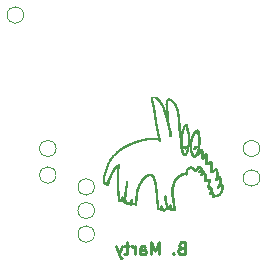
<source format=gbr>
G04 #@! TF.GenerationSoftware,KiCad,Pcbnew,5.0.1*
G04 #@! TF.CreationDate,2019-01-30T16:31:46+01:00*
G04 #@! TF.ProjectId,esp8266_rgb_strip_controller,657370383236365F736578795F737472,rev?*
G04 #@! TF.SameCoordinates,Original*
G04 #@! TF.FileFunction,Legend,Bot*
G04 #@! TF.FilePolarity,Positive*
%FSLAX46Y46*%
G04 Gerber Fmt 4.6, Leading zero omitted, Abs format (unit mm)*
G04 Created by KiCad (PCBNEW 5.0.1) date Wed 30 Jan 2019 04:31:46 PM CET*
%MOMM*%
%LPD*%
G01*
G04 APERTURE LIST*
%ADD10C,0.250000*%
%ADD11C,0.010000*%
%ADD12C,0.120000*%
%ADD13O,3.102000X1.602000*%
%ADD14C,3.102000*%
%ADD15C,1.102000*%
%ADD16C,2.802000*%
G04 APERTURE END LIST*
D10*
X120547619Y-80928571D02*
X120404761Y-80976190D01*
X120357142Y-81023809D01*
X120309523Y-81119047D01*
X120309523Y-81261904D01*
X120357142Y-81357142D01*
X120404761Y-81404761D01*
X120500000Y-81452380D01*
X120880952Y-81452380D01*
X120880952Y-80452380D01*
X120547619Y-80452380D01*
X120452380Y-80500000D01*
X120404761Y-80547619D01*
X120357142Y-80642857D01*
X120357142Y-80738095D01*
X120404761Y-80833333D01*
X120452380Y-80880952D01*
X120547619Y-80928571D01*
X120880952Y-80928571D01*
X119880952Y-81357142D02*
X119833333Y-81404761D01*
X119880952Y-81452380D01*
X119928571Y-81404761D01*
X119880952Y-81357142D01*
X119880952Y-81452380D01*
X118642857Y-81452380D02*
X118642857Y-80452380D01*
X118309523Y-81166666D01*
X117976190Y-80452380D01*
X117976190Y-81452380D01*
X117071428Y-81452380D02*
X117071428Y-80928571D01*
X117119047Y-80833333D01*
X117214285Y-80785714D01*
X117404761Y-80785714D01*
X117500000Y-80833333D01*
X117071428Y-81404761D02*
X117166666Y-81452380D01*
X117404761Y-81452380D01*
X117500000Y-81404761D01*
X117547619Y-81309523D01*
X117547619Y-81214285D01*
X117500000Y-81119047D01*
X117404761Y-81071428D01*
X117166666Y-81071428D01*
X117071428Y-81023809D01*
X116595238Y-81452380D02*
X116595238Y-80785714D01*
X116595238Y-80976190D02*
X116547619Y-80880952D01*
X116500000Y-80833333D01*
X116404761Y-80785714D01*
X116309523Y-80785714D01*
X116119047Y-80785714D02*
X115738095Y-80785714D01*
X115976190Y-80452380D02*
X115976190Y-81309523D01*
X115928571Y-81404761D01*
X115833333Y-81452380D01*
X115738095Y-81452380D01*
X115500000Y-80785714D02*
X115261904Y-81452380D01*
X115023809Y-80785714D02*
X115261904Y-81452380D01*
X115357142Y-81690476D01*
X115404761Y-81738095D01*
X115500000Y-81785714D01*
D11*
G04 #@! TO.C,G\002A\002A\002A*
G36*
X120747354Y-72254789D02*
X120728370Y-72266393D01*
X120716003Y-72283720D01*
X120700886Y-72325842D01*
X120698582Y-72372500D01*
X120708511Y-72411333D01*
X120723625Y-72430091D01*
X120750709Y-72453274D01*
X120783935Y-72476933D01*
X120817477Y-72497115D01*
X120845509Y-72509872D01*
X120857471Y-72512320D01*
X120878874Y-72505172D01*
X120893266Y-72493739D01*
X120906641Y-72470468D01*
X120910080Y-72453699D01*
X120914384Y-72433530D01*
X120920240Y-72425960D01*
X120927967Y-72410855D01*
X120930078Y-72383450D01*
X120926890Y-72350877D01*
X120918718Y-72320270D01*
X120915194Y-72312238D01*
X120889600Y-72281937D01*
X120850348Y-72260354D01*
X120803156Y-72250086D01*
X120778139Y-72250022D01*
X120747354Y-72254789D01*
X120747354Y-72254789D01*
G37*
X120747354Y-72254789D02*
X120728370Y-72266393D01*
X120716003Y-72283720D01*
X120700886Y-72325842D01*
X120698582Y-72372500D01*
X120708511Y-72411333D01*
X120723625Y-72430091D01*
X120750709Y-72453274D01*
X120783935Y-72476933D01*
X120817477Y-72497115D01*
X120845509Y-72509872D01*
X120857471Y-72512320D01*
X120878874Y-72505172D01*
X120893266Y-72493739D01*
X120906641Y-72470468D01*
X120910080Y-72453699D01*
X120914384Y-72433530D01*
X120920240Y-72425960D01*
X120927967Y-72410855D01*
X120930078Y-72383450D01*
X120926890Y-72350877D01*
X120918718Y-72320270D01*
X120915194Y-72312238D01*
X120889600Y-72281937D01*
X120850348Y-72260354D01*
X120803156Y-72250086D01*
X120778139Y-72250022D01*
X120747354Y-72254789D01*
G36*
X121748280Y-72252822D02*
X121724156Y-72267796D01*
X121693373Y-72293356D01*
X121659411Y-72325768D01*
X121625745Y-72361298D01*
X121595855Y-72396210D01*
X121573218Y-72426771D01*
X121561311Y-72449246D01*
X121560320Y-72454673D01*
X121556813Y-72476590D01*
X121550369Y-72486791D01*
X121547253Y-72499610D01*
X121557251Y-72523316D01*
X121578946Y-72554588D01*
X121579675Y-72555500D01*
X121601341Y-72568251D01*
X121633707Y-72572100D01*
X121669129Y-72566877D01*
X121691240Y-72557959D01*
X121708601Y-72545268D01*
X121735809Y-72521839D01*
X121768542Y-72491497D01*
X121790300Y-72470309D01*
X121829879Y-72428858D01*
X121854274Y-72396721D01*
X121864372Y-72370777D01*
X121861059Y-72347905D01*
X121845223Y-72324985D01*
X121834640Y-72314200D01*
X121815495Y-72293155D01*
X121804903Y-72276265D01*
X121804160Y-72272903D01*
X121796375Y-72253323D01*
X121775712Y-72246452D01*
X121748280Y-72252822D01*
X121748280Y-72252822D01*
G37*
X121748280Y-72252822D02*
X121724156Y-72267796D01*
X121693373Y-72293356D01*
X121659411Y-72325768D01*
X121625745Y-72361298D01*
X121595855Y-72396210D01*
X121573218Y-72426771D01*
X121561311Y-72449246D01*
X121560320Y-72454673D01*
X121556813Y-72476590D01*
X121550369Y-72486791D01*
X121547253Y-72499610D01*
X121557251Y-72523316D01*
X121578946Y-72554588D01*
X121579675Y-72555500D01*
X121601341Y-72568251D01*
X121633707Y-72572100D01*
X121669129Y-72566877D01*
X121691240Y-72557959D01*
X121708601Y-72545268D01*
X121735809Y-72521839D01*
X121768542Y-72491497D01*
X121790300Y-72470309D01*
X121829879Y-72428858D01*
X121854274Y-72396721D01*
X121864372Y-72370777D01*
X121861059Y-72347905D01*
X121845223Y-72324985D01*
X121834640Y-72314200D01*
X121815495Y-72293155D01*
X121804903Y-72276265D01*
X121804160Y-72272903D01*
X121796375Y-72253323D01*
X121775712Y-72246452D01*
X121748280Y-72252822D01*
G36*
X118138671Y-68102991D02*
X118092121Y-68103531D01*
X118060310Y-68104809D01*
X118040447Y-68107134D01*
X118029742Y-68110815D01*
X118025405Y-68116160D01*
X118024640Y-68122600D01*
X118019975Y-68142050D01*
X118014480Y-68148599D01*
X118006544Y-68162640D01*
X118004320Y-68179079D01*
X118000485Y-68200355D01*
X117994160Y-68209559D01*
X117989774Y-68221886D01*
X117986362Y-68250006D01*
X117984353Y-68289400D01*
X117984000Y-68316239D01*
X117984974Y-68360185D01*
X117987606Y-68395536D01*
X117991467Y-68417772D01*
X117994160Y-68422919D01*
X118001080Y-68436454D01*
X118004292Y-68460985D01*
X118004320Y-68463559D01*
X118007058Y-68488654D01*
X118013724Y-68503637D01*
X118014480Y-68504199D01*
X118021400Y-68517734D01*
X118024612Y-68542265D01*
X118024640Y-68544839D01*
X118027378Y-68569934D01*
X118034044Y-68584917D01*
X118034800Y-68585479D01*
X118041336Y-68598822D01*
X118044796Y-68624023D01*
X118044960Y-68631199D01*
X118047357Y-68658051D01*
X118053298Y-68675153D01*
X118055120Y-68676919D01*
X118063236Y-68691048D01*
X118065280Y-68705967D01*
X118070233Y-68729455D01*
X118077042Y-68740497D01*
X118083226Y-68754538D01*
X118075440Y-68768359D01*
X118067502Y-68784840D01*
X118073839Y-68796222D01*
X118082111Y-68814072D01*
X118085600Y-68840622D01*
X118085600Y-68840912D01*
X118088142Y-68865265D01*
X118094297Y-68879184D01*
X118094687Y-68879456D01*
X118102320Y-68893572D01*
X118109829Y-68926693D01*
X118117304Y-68979309D01*
X118122511Y-69027440D01*
X118127161Y-69060189D01*
X118133223Y-69084704D01*
X118137294Y-69092971D01*
X118142631Y-69108052D01*
X118145980Y-69135832D01*
X118146560Y-69154439D01*
X118148246Y-69186057D01*
X118152548Y-69209310D01*
X118155735Y-69215908D01*
X118162448Y-69231260D01*
X118168558Y-69258562D01*
X118170378Y-69271280D01*
X118179952Y-69339930D01*
X118190362Y-69393950D01*
X118201120Y-69430982D01*
X118205563Y-69440792D01*
X118212261Y-69463058D01*
X118216662Y-69496862D01*
X118217680Y-69522580D01*
X118219176Y-69556376D01*
X118223043Y-69582014D01*
X118227018Y-69591828D01*
X118230527Y-69597090D01*
X118233623Y-69606765D01*
X118236650Y-69623557D01*
X118239950Y-69650169D01*
X118243864Y-69689306D01*
X118248734Y-69743670D01*
X118253950Y-69804680D01*
X118258209Y-69841489D01*
X118263662Y-69870391D01*
X118269150Y-69885286D01*
X118269303Y-69885451D01*
X118274217Y-69900086D01*
X118277599Y-69928428D01*
X118278640Y-69958512D01*
X118280154Y-69992638D01*
X118284093Y-70018026D01*
X118288800Y-70028199D01*
X118293891Y-70040817D01*
X118297536Y-70067923D01*
X118298960Y-70103700D01*
X118298960Y-70104400D01*
X118300337Y-70140281D01*
X118303948Y-70167598D01*
X118309019Y-70180533D01*
X118309120Y-70180600D01*
X118314386Y-70193304D01*
X118318058Y-70220220D01*
X118319280Y-70251719D01*
X118320761Y-70286239D01*
X118324623Y-70312060D01*
X118329440Y-70322839D01*
X118334901Y-70335642D01*
X118338589Y-70362335D01*
X118339600Y-70388879D01*
X118341203Y-70421988D01*
X118345354Y-70446246D01*
X118349760Y-70454920D01*
X118355969Y-70468097D01*
X118359563Y-70493806D01*
X118359920Y-70505719D01*
X118362052Y-70534242D01*
X118367412Y-70553303D01*
X118370080Y-70556519D01*
X118376376Y-70569741D01*
X118379940Y-70595320D01*
X118380240Y-70605887D01*
X118382262Y-70634916D01*
X118387315Y-70655272D01*
X118389415Y-70658628D01*
X118396207Y-70673971D01*
X118402522Y-70701259D01*
X118404453Y-70714000D01*
X118409521Y-70753759D01*
X118415079Y-70797715D01*
X118416689Y-70810520D01*
X118422394Y-70842631D01*
X118429735Y-70867141D01*
X118433529Y-70874205D01*
X118443553Y-70895234D01*
X118453724Y-70931430D01*
X118462808Y-70977691D01*
X118468494Y-71018800D01*
X118473534Y-71048607D01*
X118480157Y-71069863D01*
X118482826Y-71074171D01*
X118489363Y-71090499D01*
X118492000Y-71115319D01*
X118494753Y-71140656D01*
X118501175Y-71156468D01*
X118507943Y-71171814D01*
X118514195Y-71199106D01*
X118516092Y-71211840D01*
X118523692Y-71269160D01*
X118530029Y-71308964D01*
X118535654Y-71333975D01*
X118541115Y-71346917D01*
X118543874Y-71349663D01*
X118550958Y-71363131D01*
X118552960Y-71379479D01*
X118556796Y-71400755D01*
X118563120Y-71409959D01*
X118569329Y-71423137D01*
X118572923Y-71448846D01*
X118573280Y-71460759D01*
X118575412Y-71489282D01*
X118580772Y-71508343D01*
X118583440Y-71511559D01*
X118589661Y-71524744D01*
X118593251Y-71550434D01*
X118593600Y-71562152D01*
X118592303Y-71590213D01*
X118585886Y-71604476D01*
X118570559Y-71611418D01*
X118563862Y-71612997D01*
X118525416Y-71611925D01*
X118503407Y-71603644D01*
X118491971Y-71599109D01*
X118475654Y-71595502D01*
X118452253Y-71592722D01*
X118419562Y-71590671D01*
X118375377Y-71589248D01*
X118317493Y-71588355D01*
X118243707Y-71587892D01*
X118151814Y-71587760D01*
X118151477Y-71587760D01*
X118053686Y-71587994D01*
X117974645Y-71588736D01*
X117912792Y-71590043D01*
X117866561Y-71591973D01*
X117834388Y-71594583D01*
X117814711Y-71597931D01*
X117808073Y-71600418D01*
X117788412Y-71606747D01*
X117754319Y-71613106D01*
X117711653Y-71618503D01*
X117689360Y-71620499D01*
X117612926Y-71626645D01*
X117554640Y-71632006D01*
X117512358Y-71636854D01*
X117483935Y-71641465D01*
X117467228Y-71646111D01*
X117461269Y-71649613D01*
X117445750Y-71655399D01*
X117418648Y-71658633D01*
X117408528Y-71658880D01*
X117380651Y-71660841D01*
X117362484Y-71665758D01*
X117359824Y-71667966D01*
X117347093Y-71674941D01*
X117321873Y-71681576D01*
X117310964Y-71683448D01*
X117259722Y-71691178D01*
X117225133Y-71696910D01*
X117203718Y-71701403D01*
X117191997Y-71705417D01*
X117186491Y-71709710D01*
X117185777Y-71710753D01*
X117172734Y-71716932D01*
X117148480Y-71719812D01*
X117145800Y-71719840D01*
X117120706Y-71722577D01*
X117105723Y-71729243D01*
X117105160Y-71730000D01*
X117091120Y-71737936D01*
X117074680Y-71740160D01*
X117053405Y-71743995D01*
X117044200Y-71750320D01*
X117030472Y-71757626D01*
X117007903Y-71760480D01*
X116979659Y-71763547D01*
X116960243Y-71769659D01*
X116940847Y-71777652D01*
X116907459Y-71789470D01*
X116865620Y-71803337D01*
X116820872Y-71817479D01*
X116778754Y-71830120D01*
X116744810Y-71839486D01*
X116734320Y-71842016D01*
X116703410Y-71850673D01*
X116665568Y-71863574D01*
X116647960Y-71870314D01*
X116610848Y-71884837D01*
X116574958Y-71898332D01*
X116561600Y-71903138D01*
X116532752Y-71913949D01*
X116509951Y-71923645D01*
X116508398Y-71924401D01*
X116482597Y-71932115D01*
X116470898Y-71933200D01*
X116451391Y-71937834D01*
X116444760Y-71943359D01*
X116430408Y-71951940D01*
X116419070Y-71953520D01*
X116397940Y-71958350D01*
X116370051Y-71970315D01*
X116363480Y-71973840D01*
X116336951Y-71986830D01*
X116316116Y-71993789D01*
X116312680Y-71994160D01*
X116294919Y-71998885D01*
X116269016Y-72010621D01*
X116261880Y-72014479D01*
X116235482Y-72027459D01*
X116214910Y-72034424D01*
X116211528Y-72034799D01*
X116198572Y-72039249D01*
X116170812Y-72051528D01*
X116131444Y-72070034D01*
X116083662Y-72093165D01*
X116030660Y-72119318D01*
X115975633Y-72146891D01*
X115921776Y-72174281D01*
X115872283Y-72199886D01*
X115830349Y-72222102D01*
X115799169Y-72239329D01*
X115781938Y-72249962D01*
X115780750Y-72250892D01*
X115762776Y-72262766D01*
X115733449Y-72278983D01*
X115707210Y-72292107D01*
X115672357Y-72310229D01*
X115641828Y-72328651D01*
X115626916Y-72339569D01*
X115606450Y-72354133D01*
X115591341Y-72359920D01*
X115576005Y-72366831D01*
X115560840Y-72380240D01*
X115542940Y-72395475D01*
X115530360Y-72400560D01*
X115515041Y-72407470D01*
X115499880Y-72420880D01*
X115481980Y-72436115D01*
X115469400Y-72441200D01*
X115454081Y-72448110D01*
X115438920Y-72461520D01*
X115421864Y-72476690D01*
X115410641Y-72481840D01*
X115397713Y-72487909D01*
X115375691Y-72503393D01*
X115361411Y-72514860D01*
X115327711Y-72543149D01*
X115291961Y-72573161D01*
X115282745Y-72580899D01*
X115258342Y-72599913D01*
X115239644Y-72611848D01*
X115233850Y-72613919D01*
X115221396Y-72620669D01*
X115201904Y-72637534D01*
X115195081Y-72644399D01*
X115174248Y-72663522D01*
X115157820Y-72674123D01*
X115154602Y-72674879D01*
X115141767Y-72681658D01*
X115120621Y-72699118D01*
X115103641Y-72715520D01*
X115079989Y-72737908D01*
X115060964Y-72752669D01*
X115053210Y-72756160D01*
X115043081Y-72763089D01*
X115021294Y-72782271D01*
X114990257Y-72811295D01*
X114952380Y-72847751D01*
X114910072Y-72889226D01*
X114865741Y-72933313D01*
X114821798Y-72977598D01*
X114780651Y-73019673D01*
X114744709Y-73057127D01*
X114716381Y-73087548D01*
X114698077Y-73108527D01*
X114692160Y-73117423D01*
X114685396Y-73129830D01*
X114667965Y-73150675D01*
X114651520Y-73167640D01*
X114629118Y-73191396D01*
X114614358Y-73210654D01*
X114610880Y-73218601D01*
X114604073Y-73232094D01*
X114587026Y-73252298D01*
X114579584Y-73259719D01*
X114554570Y-73289256D01*
X114532651Y-73324203D01*
X114529287Y-73331078D01*
X114514076Y-73359680D01*
X114498852Y-73381340D01*
X114494543Y-73385662D01*
X114481389Y-73402347D01*
X114478800Y-73411479D01*
X114471693Y-73428322D01*
X114464247Y-73436310D01*
X114454373Y-73449792D01*
X114438146Y-73477668D01*
X114417788Y-73515914D01*
X114395525Y-73560503D01*
X114394794Y-73562014D01*
X114372269Y-73606991D01*
X114351276Y-73645966D01*
X114334130Y-73674824D01*
X114323147Y-73689449D01*
X114322988Y-73689584D01*
X114309040Y-73709279D01*
X114306080Y-73722295D01*
X114301264Y-73742968D01*
X114289331Y-73770591D01*
X114285760Y-73777240D01*
X114272786Y-73803578D01*
X114265819Y-73824031D01*
X114265440Y-73827388D01*
X114261180Y-73844778D01*
X114250536Y-73871254D01*
X114246198Y-73880419D01*
X114230890Y-73916451D01*
X114217168Y-73956586D01*
X114214728Y-73965200D01*
X114205314Y-73996895D01*
X114196139Y-74022390D01*
X114193330Y-74028562D01*
X114185297Y-74054330D01*
X114184160Y-74066062D01*
X114179526Y-74085569D01*
X114174000Y-74092200D01*
X114166064Y-74106240D01*
X114163840Y-74122680D01*
X114160005Y-74143955D01*
X114153680Y-74153160D01*
X114145744Y-74167200D01*
X114143520Y-74183640D01*
X114139685Y-74204915D01*
X114133360Y-74214120D01*
X114125424Y-74228160D01*
X114123200Y-74244600D01*
X114119365Y-74265875D01*
X114113040Y-74275080D01*
X114104936Y-74289202D01*
X114102880Y-74304217D01*
X114096758Y-74330746D01*
X114087964Y-74346798D01*
X114075810Y-74371811D01*
X114072724Y-74388780D01*
X114068302Y-74409288D01*
X114062241Y-74417320D01*
X114054304Y-74431360D01*
X114052081Y-74447800D01*
X114048245Y-74469075D01*
X114041920Y-74478280D01*
X114033984Y-74492320D01*
X114031760Y-74508760D01*
X114027925Y-74530035D01*
X114021600Y-74539240D01*
X114013664Y-74553280D01*
X114011440Y-74569719D01*
X114007605Y-74590995D01*
X114001280Y-74600199D01*
X113992602Y-74614598D01*
X113991120Y-74625239D01*
X113986310Y-74647254D01*
X113974319Y-74674888D01*
X113958804Y-74701684D01*
X113943425Y-74721183D01*
X113933356Y-74727200D01*
X113929541Y-74730742D01*
X113926489Y-74742576D01*
X113924125Y-74764511D01*
X113922375Y-74798359D01*
X113921163Y-74845930D01*
X113920416Y-74909034D01*
X113920059Y-74989481D01*
X113920000Y-75051232D01*
X113920109Y-75142310D01*
X113920498Y-75215086D01*
X113921260Y-75271579D01*
X113922487Y-75313808D01*
X113924275Y-75343790D01*
X113926715Y-75363544D01*
X113929901Y-75375088D01*
X113933926Y-75380440D01*
X113935240Y-75381114D01*
X113947363Y-75394786D01*
X113950480Y-75409756D01*
X113958637Y-75434099D01*
X113979479Y-75462438D01*
X114007562Y-75489589D01*
X114037443Y-75510368D01*
X114063678Y-75519592D01*
X114065914Y-75519680D01*
X114089190Y-75524804D01*
X114116639Y-75541788D01*
X114149117Y-75570069D01*
X114177737Y-75596206D01*
X114197271Y-75610333D01*
X114212846Y-75614965D01*
X114229586Y-75612617D01*
X114233588Y-75611513D01*
X114258555Y-75603391D01*
X114274626Y-75596482D01*
X114289027Y-75579666D01*
X114303164Y-75551377D01*
X114313369Y-75520173D01*
X114316240Y-75499373D01*
X114324745Y-75469289D01*
X114346217Y-75446814D01*
X114373429Y-75438400D01*
X114392059Y-75435622D01*
X114404757Y-75425245D01*
X114412579Y-75404206D01*
X114416583Y-75369439D01*
X114417827Y-75317881D01*
X114417840Y-75309677D01*
X114418583Y-75258145D01*
X114421307Y-75221744D01*
X114426758Y-75195323D01*
X114435681Y-75173732D01*
X114438160Y-75169159D01*
X114451020Y-75144105D01*
X114458040Y-75126229D01*
X114458480Y-75123480D01*
X114462716Y-75110860D01*
X114474137Y-75084405D01*
X114490820Y-75048442D01*
X114504200Y-75020737D01*
X114523400Y-74980498D01*
X114538628Y-74946520D01*
X114547947Y-74923247D01*
X114549920Y-74915842D01*
X114554350Y-74903620D01*
X114566629Y-74876384D01*
X114585242Y-74837156D01*
X114608672Y-74788955D01*
X114635403Y-74734803D01*
X114663920Y-74677719D01*
X114692707Y-74620724D01*
X114720248Y-74566838D01*
X114745027Y-74519082D01*
X114765528Y-74480476D01*
X114780236Y-74454039D01*
X114787013Y-74443438D01*
X114798462Y-74425953D01*
X114814405Y-74396960D01*
X114827812Y-74370110D01*
X114844710Y-74337634D01*
X114860659Y-74311829D01*
X114870194Y-74300286D01*
X114882872Y-74284994D01*
X114885200Y-74277611D01*
X114891791Y-74263840D01*
X114909498Y-74239341D01*
X114935227Y-74207564D01*
X114965883Y-74171961D01*
X114998370Y-74135984D01*
X115029593Y-74103084D01*
X115056456Y-74076714D01*
X115075864Y-74060325D01*
X115083356Y-74056640D01*
X115098648Y-74049730D01*
X115113800Y-74036320D01*
X115136562Y-74020051D01*
X115159543Y-74016837D01*
X115175308Y-74027045D01*
X115175300Y-74042856D01*
X115170827Y-74049397D01*
X115161636Y-74068138D01*
X115159520Y-74083472D01*
X115155454Y-74104173D01*
X115149360Y-74112520D01*
X115141245Y-74126648D01*
X115139200Y-74141567D01*
X115135405Y-74163974D01*
X115130026Y-74173988D01*
X115122257Y-74192461D01*
X115115077Y-74230483D01*
X115108591Y-74287287D01*
X115102908Y-74362110D01*
X115102325Y-74371600D01*
X115098901Y-74412135D01*
X115094298Y-74444990D01*
X115089337Y-74464783D01*
X115087686Y-74467611D01*
X115085086Y-74480081D01*
X115082904Y-74509832D01*
X115081136Y-74553992D01*
X115079778Y-74609688D01*
X115078829Y-74674046D01*
X115078285Y-74744192D01*
X115078143Y-74817254D01*
X115078400Y-74890357D01*
X115079053Y-74960629D01*
X115080100Y-75025195D01*
X115081537Y-75081182D01*
X115083362Y-75125718D01*
X115085572Y-75155928D01*
X115088163Y-75168939D01*
X115088400Y-75169160D01*
X115091971Y-75181412D01*
X115094856Y-75212158D01*
X115096972Y-75259578D01*
X115098230Y-75321856D01*
X115098560Y-75382520D01*
X115099053Y-75455589D01*
X115100474Y-75515288D01*
X115102737Y-75559797D01*
X115105754Y-75587300D01*
X115108720Y-75595880D01*
X115111855Y-75607945D01*
X115114459Y-75639220D01*
X115116497Y-75688599D01*
X115117931Y-75754976D01*
X115118725Y-75837246D01*
X115118880Y-75900680D01*
X115119225Y-75992976D01*
X115120235Y-76070119D01*
X115121873Y-76131004D01*
X115124102Y-76174525D01*
X115126885Y-76199578D01*
X115129040Y-76205480D01*
X115133573Y-76217819D01*
X115137064Y-76245477D01*
X115138987Y-76283459D01*
X115139200Y-76302000D01*
X115140274Y-76342921D01*
X115143145Y-76375699D01*
X115147288Y-76395338D01*
X115149360Y-76398520D01*
X115155039Y-76411431D01*
X115158727Y-76437859D01*
X115159520Y-76459480D01*
X115161267Y-76491122D01*
X115165754Y-76513742D01*
X115169680Y-76520440D01*
X115175141Y-76533242D01*
X115178829Y-76559935D01*
X115179840Y-76586480D01*
X115181443Y-76619588D01*
X115185594Y-76643846D01*
X115190000Y-76652520D01*
X115194338Y-76664862D01*
X115197716Y-76693250D01*
X115199746Y-76733419D01*
X115200160Y-76764280D01*
X115199230Y-76809883D01*
X115196697Y-76846518D01*
X115192948Y-76869918D01*
X115190000Y-76876040D01*
X115180283Y-76892240D01*
X115184858Y-76915372D01*
X115202490Y-76939260D01*
X115202700Y-76939456D01*
X115213188Y-76947520D01*
X115227108Y-76954103D01*
X115246947Y-76959544D01*
X115275190Y-76964185D01*
X115314324Y-76968367D01*
X115366836Y-76972431D01*
X115435212Y-76976718D01*
X115501648Y-76980463D01*
X115556937Y-76983773D01*
X115595840Y-76987124D01*
X115622278Y-76991299D01*
X115640171Y-76997082D01*
X115653440Y-77005254D01*
X115661668Y-77012431D01*
X115679556Y-77035308D01*
X115687781Y-77057747D01*
X115687840Y-77059305D01*
X115694762Y-77081109D01*
X115711715Y-77105292D01*
X115714626Y-77108334D01*
X115740332Y-77127495D01*
X115771420Y-77134700D01*
X115785146Y-77135120D01*
X115813416Y-77137288D01*
X115832182Y-77142730D01*
X115835160Y-77145280D01*
X115849201Y-77153216D01*
X115865640Y-77155440D01*
X115886916Y-77159275D01*
X115896120Y-77165600D01*
X115909298Y-77171808D01*
X115935007Y-77175402D01*
X115946920Y-77175760D01*
X115975443Y-77177891D01*
X115994504Y-77183251D01*
X115997720Y-77185920D01*
X116010273Y-77190880D01*
X116037515Y-77194498D01*
X116073827Y-77196063D01*
X116078039Y-77196080D01*
X116144509Y-77201240D01*
X116194081Y-77216853D01*
X116226495Y-77242010D01*
X116249538Y-77255625D01*
X116279121Y-77251867D01*
X116304828Y-77236720D01*
X116321319Y-77226505D01*
X116342383Y-77220317D01*
X116373193Y-77217251D01*
X116418927Y-77216400D01*
X116420869Y-77216400D01*
X116463565Y-77217368D01*
X116499865Y-77219954D01*
X116523935Y-77223673D01*
X116528718Y-77225312D01*
X116594986Y-77248119D01*
X116675610Y-77256927D01*
X116686782Y-77257040D01*
X116754640Y-77257040D01*
X116754640Y-77216999D01*
X116752279Y-77189946D01*
X116747223Y-77174998D01*
X116234533Y-77174998D01*
X116229629Y-77184262D01*
X116221240Y-77185920D01*
X116208596Y-77180764D01*
X116207948Y-77174998D01*
X116218437Y-77164501D01*
X116221240Y-77164076D01*
X116233153Y-77171985D01*
X116234533Y-77174998D01*
X116747223Y-77174998D01*
X116746413Y-77172605D01*
X116744480Y-77170680D01*
X116739826Y-77158280D01*
X116736293Y-77130736D01*
X116734457Y-77093216D01*
X116734320Y-77079240D01*
X116735457Y-77039523D01*
X116738482Y-77008042D01*
X116742823Y-76989964D01*
X116744480Y-76987800D01*
X116750159Y-76974888D01*
X116753847Y-76948460D01*
X116754640Y-76926840D01*
X116756387Y-76895197D01*
X116760874Y-76872577D01*
X116764800Y-76865880D01*
X116769587Y-76853414D01*
X116773161Y-76825997D01*
X116774890Y-76788992D01*
X116774960Y-76779520D01*
X116776167Y-76741043D01*
X116779365Y-76710901D01*
X116783924Y-76694455D01*
X116785120Y-76693160D01*
X116789063Y-76680807D01*
X116792184Y-76650885D01*
X116794304Y-76606136D01*
X116795248Y-76549301D01*
X116795280Y-76535680D01*
X116795947Y-76476590D01*
X116797828Y-76428993D01*
X116800747Y-76395631D01*
X116804527Y-76379245D01*
X116805440Y-76378200D01*
X116809973Y-76365860D01*
X116813464Y-76338202D01*
X116815387Y-76300220D01*
X116815600Y-76281680D01*
X116816674Y-76240758D01*
X116819545Y-76207980D01*
X116823688Y-76188341D01*
X116825760Y-76185160D01*
X116831969Y-76171982D01*
X116835563Y-76146273D01*
X116835920Y-76134360D01*
X116838052Y-76105837D01*
X116843412Y-76086776D01*
X116846080Y-76083560D01*
X116853644Y-76069704D01*
X116856240Y-76049796D01*
X116859842Y-76025033D01*
X116869102Y-75990683D01*
X116877418Y-75966576D01*
X116890101Y-75932419D01*
X116900359Y-75903426D01*
X116904555Y-75890520D01*
X116913520Y-75867924D01*
X116927459Y-75839846D01*
X116929098Y-75836870D01*
X116941374Y-75811614D01*
X116947518Y-75792629D01*
X116947680Y-75790629D01*
X116952157Y-75777087D01*
X116964606Y-75748484D01*
X116983555Y-75707752D01*
X117007532Y-75657822D01*
X117035065Y-75601627D01*
X117064681Y-75542097D01*
X117094909Y-75482163D01*
X117124277Y-75424758D01*
X117151313Y-75372813D01*
X117174544Y-75329260D01*
X117192499Y-75297029D01*
X117203704Y-75279052D01*
X117205779Y-75276654D01*
X117219169Y-75260324D01*
X117222000Y-75251257D01*
X117228790Y-75238044D01*
X117246277Y-75216634D01*
X117262640Y-75199640D01*
X117285039Y-75175910D01*
X117299800Y-75156712D01*
X117303280Y-75148816D01*
X117310276Y-75138410D01*
X117329446Y-75116861D01*
X117358064Y-75086842D01*
X117393403Y-75051025D01*
X117432738Y-75012083D01*
X117473341Y-74972689D01*
X117512487Y-74935515D01*
X117547448Y-74903234D01*
X117575500Y-74878519D01*
X117593445Y-74864360D01*
X117629596Y-74841927D01*
X117667781Y-74821643D01*
X117702183Y-74806300D01*
X117726983Y-74798688D01*
X117731123Y-74798320D01*
X117749850Y-74793229D01*
X117755400Y-74788160D01*
X117768935Y-74781240D01*
X117793466Y-74778028D01*
X117796040Y-74778000D01*
X117821135Y-74775262D01*
X117836118Y-74768596D01*
X117836680Y-74767840D01*
X117849414Y-74762517D01*
X117876266Y-74758838D01*
X117906242Y-74757680D01*
X117940881Y-74758367D01*
X117963940Y-74762666D01*
X117983036Y-74773931D01*
X118005786Y-74795515D01*
X118015842Y-74805940D01*
X118042764Y-74837280D01*
X118065181Y-74869163D01*
X118076041Y-74889760D01*
X118087418Y-74916013D01*
X118104836Y-74952992D01*
X118124864Y-74993446D01*
X118128402Y-75000383D01*
X118146325Y-75037470D01*
X118159798Y-75069389D01*
X118166521Y-75090561D01*
X118166880Y-75093763D01*
X118171258Y-75112200D01*
X118175827Y-75117610D01*
X118184979Y-75130994D01*
X118190053Y-75146149D01*
X118196571Y-75168283D01*
X118207738Y-75200807D01*
X118216666Y-75224896D01*
X118228525Y-75260547D01*
X118236271Y-75292790D01*
X118238000Y-75308116D01*
X118241395Y-75330674D01*
X118248160Y-75341880D01*
X118254369Y-75355057D01*
X118257963Y-75380766D01*
X118258320Y-75392680D01*
X118260452Y-75421202D01*
X118265812Y-75440263D01*
X118268480Y-75443480D01*
X118274689Y-75456657D01*
X118278283Y-75482366D01*
X118278640Y-75494280D01*
X118280772Y-75522802D01*
X118286132Y-75541863D01*
X118288800Y-75545080D01*
X118293891Y-75557697D01*
X118297536Y-75584803D01*
X118298960Y-75620580D01*
X118298960Y-75621280D01*
X118300337Y-75657161D01*
X118303948Y-75684478D01*
X118309019Y-75697413D01*
X118309120Y-75697480D01*
X118313653Y-75709819D01*
X118317144Y-75737477D01*
X118319067Y-75775459D01*
X118319280Y-75794000D01*
X118320354Y-75834921D01*
X118323225Y-75867699D01*
X118327368Y-75887338D01*
X118329440Y-75890520D01*
X118334372Y-75903057D01*
X118337983Y-75930329D01*
X118339578Y-75966758D01*
X118339600Y-75971800D01*
X118340886Y-76008998D01*
X118344278Y-76037754D01*
X118349079Y-76052491D01*
X118349760Y-76053080D01*
X118354547Y-76065545D01*
X118358121Y-76092962D01*
X118359850Y-76129967D01*
X118359920Y-76139440D01*
X118361127Y-76177916D01*
X118364325Y-76208058D01*
X118368884Y-76224504D01*
X118370080Y-76225800D01*
X118374103Y-76238163D01*
X118377274Y-76267842D01*
X118379386Y-76311845D01*
X118380233Y-76367178D01*
X118380240Y-76373120D01*
X118380952Y-76429405D01*
X118382949Y-76474655D01*
X118386025Y-76505876D01*
X118389973Y-76520075D01*
X118390400Y-76520440D01*
X118394596Y-76532806D01*
X118397879Y-76561853D01*
X118399957Y-76603954D01*
X118400560Y-76647440D01*
X118401383Y-76697804D01*
X118403657Y-76738210D01*
X118407092Y-76765029D01*
X118410720Y-76774440D01*
X118415094Y-76786770D01*
X118418498Y-76814960D01*
X118420513Y-76854555D01*
X118420880Y-76882387D01*
X118422279Y-76936714D01*
X118426237Y-76978374D01*
X118432393Y-77003864D01*
X118433580Y-77006247D01*
X118438959Y-77024637D01*
X118444455Y-77058944D01*
X118449507Y-77104779D01*
X118453551Y-77157750D01*
X118454012Y-77165600D01*
X118457529Y-77227707D01*
X118461270Y-77293274D01*
X118464769Y-77354178D01*
X118467385Y-77399280D01*
X118470780Y-77442132D01*
X118475232Y-77477430D01*
X118480025Y-77500159D01*
X118482514Y-77505452D01*
X118488524Y-77521053D01*
X118491798Y-77548008D01*
X118492000Y-77556760D01*
X118496254Y-77593501D01*
X118510695Y-77614403D01*
X118537845Y-77622446D01*
X118547880Y-77622800D01*
X118573217Y-77625552D01*
X118589029Y-77631974D01*
X118604375Y-77638742D01*
X118631667Y-77644994D01*
X118644400Y-77646891D01*
X118701721Y-77654491D01*
X118741525Y-77660828D01*
X118766536Y-77666453D01*
X118779478Y-77671914D01*
X118782224Y-77674673D01*
X118795692Y-77681757D01*
X118812040Y-77683760D01*
X118833316Y-77687595D01*
X118842520Y-77693920D01*
X118856055Y-77700839D01*
X118880586Y-77704051D01*
X118883160Y-77704080D01*
X118908255Y-77706817D01*
X118923238Y-77713483D01*
X118923800Y-77714240D01*
X118937976Y-77722558D01*
X118952340Y-77724723D01*
X118978359Y-77731094D01*
X118994322Y-77739963D01*
X119021721Y-77750798D01*
X119060902Y-77754561D01*
X119104698Y-77751514D01*
X119145944Y-77741923D01*
X119165528Y-77733649D01*
X119191884Y-77715696D01*
X119210124Y-77695999D01*
X119212765Y-77690918D01*
X119231987Y-77660056D01*
X119261419Y-77631954D01*
X119294145Y-77612227D01*
X119317028Y-77606286D01*
X119348206Y-77601886D01*
X119383305Y-77593179D01*
X119387949Y-77591703D01*
X119416784Y-77584361D01*
X119433783Y-77586521D01*
X119439218Y-77590593D01*
X119458495Y-77600274D01*
X119473873Y-77602480D01*
X119494574Y-77606546D01*
X119502920Y-77612640D01*
X119517040Y-77620739D01*
X119532099Y-77622800D01*
X119553476Y-77629859D01*
X119578136Y-77647399D01*
X119584200Y-77653280D01*
X119614332Y-77677302D01*
X119642636Y-77682547D01*
X119669702Y-77671778D01*
X119686981Y-77665666D01*
X119706339Y-77672031D01*
X119717824Y-77679201D01*
X119767035Y-77704163D01*
X119822801Y-77719707D01*
X119878819Y-77725003D01*
X119928789Y-77719220D01*
X119953029Y-77710200D01*
X119990666Y-77684834D01*
X120011915Y-77653628D01*
X120020007Y-77611145D01*
X120020355Y-77596879D01*
X120018198Y-77563708D01*
X120012667Y-77538204D01*
X120008018Y-77529473D01*
X119997956Y-77509777D01*
X119995680Y-77494367D01*
X119991614Y-77473666D01*
X119985520Y-77465320D01*
X119981231Y-77452966D01*
X119977887Y-77424335D01*
X119975837Y-77383462D01*
X119975360Y-77348480D01*
X119974469Y-77301255D01*
X119972028Y-77263350D01*
X119968388Y-77238798D01*
X119965200Y-77231640D01*
X119960668Y-77219300D01*
X119957177Y-77191642D01*
X119955254Y-77153660D01*
X119955040Y-77135120D01*
X119953967Y-77094198D01*
X119951096Y-77061420D01*
X119946953Y-77041781D01*
X119944880Y-77038600D01*
X119940494Y-77026273D01*
X119937082Y-76998153D01*
X119935073Y-76958759D01*
X119934720Y-76931920D01*
X119933747Y-76887974D01*
X119931115Y-76852623D01*
X119927254Y-76830387D01*
X119924560Y-76825240D01*
X119918352Y-76812062D01*
X119914758Y-76786353D01*
X119914400Y-76774440D01*
X119912269Y-76745917D01*
X119906909Y-76726856D01*
X119904240Y-76723640D01*
X119897321Y-76710105D01*
X119894109Y-76685574D01*
X119894080Y-76683000D01*
X119891343Y-76657905D01*
X119884677Y-76642922D01*
X119883920Y-76642360D01*
X119875805Y-76628231D01*
X119873760Y-76613312D01*
X119869965Y-76590905D01*
X119864586Y-76580892D01*
X119857355Y-76563842D01*
X119850301Y-76527829D01*
X119843349Y-76472377D01*
X119837387Y-76408680D01*
X119832911Y-76372029D01*
X119826698Y-76341135D01*
X119821927Y-76326926D01*
X119818504Y-76309084D01*
X119816703Y-76275267D01*
X119816350Y-76229159D01*
X119817271Y-76174445D01*
X119819291Y-76114811D01*
X119822236Y-76053941D01*
X119825932Y-75995519D01*
X119830205Y-75943232D01*
X119834879Y-75900763D01*
X119839781Y-75871798D01*
X119843995Y-75860548D01*
X119849370Y-75845530D01*
X119852791Y-75817665D01*
X119853440Y-75797647D01*
X119855233Y-75766428D01*
X119859825Y-75744286D01*
X119863600Y-75738120D01*
X119870136Y-75724777D01*
X119873596Y-75699576D01*
X119873760Y-75692400D01*
X119876157Y-75665548D01*
X119882098Y-75648446D01*
X119883920Y-75646680D01*
X119891857Y-75632639D01*
X119894080Y-75616200D01*
X119897916Y-75594924D01*
X119904240Y-75585720D01*
X119912177Y-75571679D01*
X119914400Y-75555240D01*
X119918236Y-75533964D01*
X119924560Y-75524760D01*
X119932497Y-75510719D01*
X119934720Y-75494280D01*
X119938556Y-75473004D01*
X119944880Y-75463800D01*
X119953461Y-75449447D01*
X119955040Y-75438109D01*
X119959871Y-75416979D01*
X119971836Y-75389090D01*
X119975360Y-75382520D01*
X119988367Y-75355813D01*
X119995318Y-75334625D01*
X119995680Y-75331121D01*
X120000628Y-75312015D01*
X120013277Y-75282190D01*
X120030340Y-75248015D01*
X120048528Y-75215863D01*
X120064553Y-75192103D01*
X120071051Y-75185088D01*
X120084373Y-75168535D01*
X120087120Y-75159330D01*
X120094043Y-75143746D01*
X120107440Y-75128520D01*
X120122642Y-75111068D01*
X120127760Y-75099206D01*
X120134669Y-75087688D01*
X120153108Y-75065863D01*
X120179646Y-75037170D01*
X120210853Y-75005047D01*
X120243297Y-74972932D01*
X120273549Y-74944263D01*
X120298178Y-74922478D01*
X120313752Y-74911017D01*
X120316474Y-74910080D01*
X120331021Y-74903178D01*
X120347166Y-74888647D01*
X120371935Y-74866576D01*
X120408554Y-74840454D01*
X120452507Y-74812815D01*
X120499279Y-74786196D01*
X120544354Y-74763132D01*
X120583215Y-74746157D01*
X120611347Y-74737807D01*
X120616641Y-74737360D01*
X120635335Y-74732248D01*
X120640841Y-74727200D01*
X120654375Y-74720280D01*
X120678906Y-74717068D01*
X120681481Y-74717040D01*
X120706575Y-74714302D01*
X120721558Y-74707636D01*
X120722120Y-74706880D01*
X120734432Y-74702403D01*
X120762141Y-74698933D01*
X120800333Y-74696975D01*
X120821125Y-74696720D01*
X120866600Y-74697287D01*
X120896777Y-74699629D01*
X120916659Y-74704702D01*
X120931251Y-74713464D01*
X120937567Y-74718999D01*
X120961283Y-74741279D01*
X121011818Y-74691504D01*
X121040944Y-74660015D01*
X121053412Y-74639383D01*
X121052257Y-74631632D01*
X121047641Y-74616944D01*
X121044417Y-74586621D01*
X121042546Y-74545298D01*
X121041990Y-74497608D01*
X121042709Y-74448188D01*
X121044664Y-74401670D01*
X121047815Y-74362690D01*
X121052125Y-74335883D01*
X121054816Y-74328282D01*
X121072293Y-74303489D01*
X121099469Y-74271863D01*
X121131296Y-74238583D01*
X121162729Y-74208822D01*
X121188720Y-74187758D01*
X121196596Y-74182857D01*
X121235129Y-74171118D01*
X121284581Y-74167850D01*
X121338174Y-74172256D01*
X121389134Y-74183544D01*
X121430684Y-74200918D01*
X121446387Y-74212153D01*
X121464737Y-74225377D01*
X121475726Y-74229360D01*
X121489642Y-74236211D01*
X121504441Y-74249680D01*
X121522416Y-74264921D01*
X121535116Y-74270000D01*
X121548189Y-74276617D01*
X121570646Y-74293965D01*
X121597593Y-74318260D01*
X121629313Y-74346791D01*
X121661139Y-74372276D01*
X121682436Y-74386840D01*
X121712673Y-74404830D01*
X121740236Y-74421624D01*
X121742528Y-74423051D01*
X121763790Y-74433142D01*
X121783059Y-74430790D01*
X121796225Y-74424847D01*
X121817340Y-74408905D01*
X121824305Y-74385009D01*
X121824480Y-74378128D01*
X121827571Y-74357549D01*
X121838834Y-74336412D01*
X121861256Y-74310070D01*
X121881167Y-74289972D01*
X121912094Y-74256963D01*
X121939628Y-74222866D01*
X121958019Y-74194825D01*
X121958551Y-74193800D01*
X121984926Y-74149335D01*
X122009885Y-74124312D01*
X122035270Y-74118115D01*
X122062929Y-74130129D01*
X122086647Y-74151103D01*
X122110920Y-74183443D01*
X122119055Y-74216016D01*
X122110747Y-74251949D01*
X122085694Y-74294368D01*
X122070860Y-74313921D01*
X122055516Y-74336990D01*
X122048121Y-74355506D01*
X122048000Y-74357139D01*
X122043307Y-74370166D01*
X122039725Y-74371600D01*
X122029357Y-74380148D01*
X122015694Y-74401484D01*
X122001947Y-74429144D01*
X121991326Y-74456667D01*
X121987041Y-74477589D01*
X121987040Y-74477665D01*
X121994856Y-74506855D01*
X122016490Y-74523766D01*
X122049222Y-74527924D01*
X122090335Y-74518858D01*
X122127050Y-74501980D01*
X122154398Y-74489509D01*
X122177527Y-74483466D01*
X122179790Y-74483360D01*
X122199111Y-74478623D01*
X122205481Y-74473200D01*
X122218640Y-74467027D01*
X122244401Y-74463422D01*
X122256880Y-74463040D01*
X122284979Y-74464242D01*
X122298190Y-74469667D01*
X122301891Y-74482040D01*
X122301963Y-74485900D01*
X122295778Y-74512837D01*
X122280516Y-74543118D01*
X122261001Y-74568839D01*
X122243522Y-74581650D01*
X122226619Y-74591915D01*
X122202607Y-74611491D01*
X122176184Y-74635855D01*
X122152043Y-74660485D01*
X122134881Y-74680859D01*
X122129280Y-74691682D01*
X122136053Y-74704119D01*
X122153651Y-74725365D01*
X122173899Y-74746438D01*
X122205569Y-74773524D01*
X122231878Y-74783855D01*
X122258289Y-74777543D01*
X122290264Y-74754699D01*
X122296920Y-74748939D01*
X122337177Y-74717162D01*
X122370546Y-74700790D01*
X122401874Y-74698639D01*
X122436009Y-74709525D01*
X122443544Y-74713135D01*
X122474018Y-74732884D01*
X122494959Y-74758914D01*
X122507828Y-74794866D01*
X122514087Y-74844385D01*
X122515323Y-74891990D01*
X122514485Y-74942591D01*
X122511385Y-74978316D01*
X122505211Y-75004560D01*
X122495155Y-75026716D01*
X122495041Y-75026920D01*
X122481925Y-75054886D01*
X122475029Y-75078593D01*
X122474720Y-75082509D01*
X122469984Y-75101830D01*
X122464560Y-75108200D01*
X122458106Y-75122029D01*
X122454988Y-75148519D01*
X122455089Y-75180303D01*
X122458287Y-75210018D01*
X122464464Y-75230299D01*
X122466593Y-75233168D01*
X122482640Y-75239624D01*
X122511000Y-75243654D01*
X122544914Y-75245165D01*
X122577624Y-75244061D01*
X122602370Y-75240248D01*
X122611880Y-75235200D01*
X122624187Y-75230767D01*
X122652033Y-75227321D01*
X122690643Y-75225336D01*
X122713887Y-75225040D01*
X122758439Y-75225238D01*
X122786767Y-75226552D01*
X122802963Y-75230056D01*
X122811123Y-75236827D01*
X122815342Y-75247940D01*
X122816373Y-75251973D01*
X122817691Y-75280876D01*
X122811487Y-75311115D01*
X122803438Y-75343923D01*
X122799534Y-75380385D01*
X122799480Y-75383241D01*
X122795470Y-75416594D01*
X122786127Y-75445673D01*
X122784600Y-75448560D01*
X122778973Y-75468160D01*
X122774522Y-75502757D01*
X122771249Y-75548664D01*
X122769152Y-75602197D01*
X122768231Y-75659671D01*
X122768487Y-75717400D01*
X122769918Y-75771701D01*
X122772524Y-75818887D01*
X122776306Y-75855275D01*
X122781262Y-75877178D01*
X122784640Y-75881781D01*
X122801738Y-75884780D01*
X122832912Y-75887329D01*
X122871916Y-75888943D01*
X122878464Y-75889082D01*
X122918445Y-75890352D01*
X122942424Y-75893118D01*
X122954715Y-75898528D01*
X122959632Y-75907731D01*
X122960228Y-75910840D01*
X122967463Y-75936734D01*
X122974304Y-75953091D01*
X122979939Y-75978203D01*
X122979032Y-76010448D01*
X122978471Y-76014051D01*
X122972154Y-76052199D01*
X122966161Y-76090294D01*
X122966017Y-76091243D01*
X122960072Y-76117418D01*
X122952700Y-76133627D01*
X122951167Y-76135023D01*
X122943509Y-76148752D01*
X122942080Y-76160050D01*
X122937250Y-76181180D01*
X122925285Y-76209069D01*
X122921760Y-76215640D01*
X122905716Y-76256456D01*
X122902483Y-76295301D01*
X122912143Y-76326534D01*
X122920021Y-76335985D01*
X122941511Y-76347246D01*
X122969115Y-76352363D01*
X122994338Y-76350694D01*
X123008121Y-76342640D01*
X123022441Y-76334125D01*
X123034258Y-76332480D01*
X123059207Y-76327131D01*
X123073730Y-76320230D01*
X123091511Y-76313700D01*
X123108508Y-76321933D01*
X123113938Y-76326619D01*
X123122636Y-76336505D01*
X123128671Y-76350175D01*
X123132649Y-76371421D01*
X123135175Y-76404034D01*
X123136853Y-76451808D01*
X123137367Y-76473488D01*
X123140200Y-76601720D01*
X123200762Y-76604830D01*
X123237248Y-76604998D01*
X123267995Y-76602172D01*
X123282042Y-76598574D01*
X123310447Y-76587243D01*
X123350895Y-76572883D01*
X123395874Y-76557978D01*
X123437869Y-76545015D01*
X123469368Y-76536482D01*
X123470400Y-76536246D01*
X123504184Y-76527020D01*
X123541086Y-76514765D01*
X123546600Y-76512707D01*
X123582672Y-76499189D01*
X123618219Y-76486230D01*
X123622800Y-76484598D01*
X123651630Y-76473701D01*
X123674430Y-76463965D01*
X123676003Y-76463198D01*
X123700580Y-76456015D01*
X123717622Y-76454400D01*
X123761186Y-76444780D01*
X123798941Y-76417988D01*
X123826084Y-76378017D01*
X123839974Y-76350583D01*
X123852125Y-76331656D01*
X123856182Y-76327584D01*
X123866470Y-76315078D01*
X123879828Y-76291523D01*
X123883560Y-76283788D01*
X123901773Y-76249659D01*
X123922681Y-76217121D01*
X123924472Y-76214680D01*
X123939959Y-76188821D01*
X123947713Y-76165890D01*
X123947920Y-76162915D01*
X123955108Y-76140930D01*
X123968240Y-76124200D01*
X123984747Y-76097052D01*
X123988560Y-76072424D01*
X123991375Y-76047678D01*
X123998202Y-76033124D01*
X123998721Y-76032760D01*
X124006657Y-76018719D01*
X124008880Y-76002280D01*
X124012716Y-75981004D01*
X124019040Y-75971800D01*
X124026977Y-75957759D01*
X124029200Y-75941320D01*
X124033036Y-75920044D01*
X124039361Y-75910840D01*
X124046334Y-75897278D01*
X124049503Y-75872849D01*
X124049521Y-75870844D01*
X124053865Y-75843721D01*
X124064359Y-75824824D01*
X124064761Y-75824480D01*
X124071517Y-75814524D01*
X124076043Y-75795747D01*
X124078706Y-75764880D01*
X124079868Y-75718657D01*
X124080000Y-75687960D01*
X124080000Y-75564089D01*
X124038400Y-75541884D01*
X123990716Y-75524548D01*
X123938044Y-75519680D01*
X123893413Y-75516222D01*
X123867551Y-75505682D01*
X123860090Y-75487806D01*
X123865935Y-75470197D01*
X123869760Y-75452506D01*
X123872830Y-75416135D01*
X123875073Y-75362713D01*
X123876417Y-75293868D01*
X123876800Y-75222622D01*
X123876729Y-75148820D01*
X123876326Y-75092276D01*
X123875311Y-75049929D01*
X123873402Y-75018715D01*
X123870317Y-74995573D01*
X123865775Y-74977442D01*
X123859494Y-74961259D01*
X123851193Y-74943962D01*
X123851174Y-74943924D01*
X123830450Y-74905090D01*
X123811299Y-74879691D01*
X123789298Y-74866002D01*
X123760020Y-74862299D01*
X123719043Y-74866858D01*
X123675015Y-74875262D01*
X123646718Y-74877282D01*
X123631990Y-74868218D01*
X123629244Y-74854096D01*
X123626827Y-74823014D01*
X123624881Y-74778329D01*
X123623547Y-74723398D01*
X123622968Y-74661581D01*
X123622956Y-74654139D01*
X123622392Y-74582857D01*
X123620882Y-74524658D01*
X123618524Y-74481469D01*
X123615414Y-74455218D01*
X123612640Y-74447800D01*
X123607141Y-74434977D01*
X123603451Y-74408331D01*
X123602480Y-74382721D01*
X123596685Y-74326421D01*
X123580352Y-74280087D01*
X123556550Y-74249505D01*
X123543776Y-74232613D01*
X123541520Y-74223780D01*
X123532920Y-74210718D01*
X123511902Y-74196206D01*
X123485640Y-74184190D01*
X123461305Y-74178611D01*
X123459279Y-74178560D01*
X123440484Y-74183607D01*
X123434841Y-74188720D01*
X123420861Y-74196533D01*
X123403326Y-74198880D01*
X123378764Y-74206934D01*
X123346057Y-74229740D01*
X123329212Y-74244600D01*
X123302708Y-74268009D01*
X123281222Y-74284495D01*
X123269931Y-74290320D01*
X123255325Y-74297331D01*
X123247055Y-74305349D01*
X123227968Y-74321227D01*
X123200343Y-74337268D01*
X123173310Y-74348654D01*
X123160047Y-74351280D01*
X123145933Y-74343081D01*
X123141288Y-74335209D01*
X123136886Y-74312723D01*
X123135192Y-74280359D01*
X123135983Y-74245184D01*
X123139037Y-74214264D01*
X123144133Y-74194668D01*
X123145780Y-74192284D01*
X123149641Y-74178051D01*
X123151941Y-74147070D01*
X123152827Y-74102841D01*
X123152450Y-74048864D01*
X123150959Y-73988637D01*
X123148503Y-73925662D01*
X123145231Y-73863437D01*
X123141293Y-73805463D01*
X123136838Y-73755239D01*
X123132015Y-73716264D01*
X123126973Y-73692040D01*
X123124197Y-73686308D01*
X123117064Y-73669550D01*
X123114800Y-73649768D01*
X123107277Y-73610632D01*
X123087494Y-73572914D01*
X123059639Y-73541729D01*
X123027895Y-73522191D01*
X123007104Y-73518160D01*
X122982953Y-73525785D01*
X122953541Y-73545343D01*
X122924877Y-73571858D01*
X122902966Y-73600351D01*
X122898987Y-73607739D01*
X122881509Y-73631739D01*
X122863410Y-73645764D01*
X122837467Y-73660966D01*
X122822770Y-73671462D01*
X122783604Y-73697456D01*
X122748713Y-73710296D01*
X122739018Y-73711200D01*
X122729999Y-73709923D01*
X122724106Y-73703728D01*
X122720680Y-73689069D01*
X122719058Y-73662401D01*
X122718580Y-73620176D01*
X122718560Y-73601472D01*
X122719512Y-73553442D01*
X122722118Y-73514491D01*
X122726009Y-73488825D01*
X122729156Y-73481148D01*
X122733186Y-73466348D01*
X122735709Y-73431935D01*
X122736705Y-73378562D01*
X122736154Y-73306881D01*
X122735610Y-73278456D01*
X122732970Y-73188385D01*
X122729161Y-73116084D01*
X122723896Y-73059021D01*
X122716885Y-73014663D01*
X122707840Y-72980480D01*
X122699240Y-72959360D01*
X122683771Y-72941946D01*
X122656427Y-72921887D01*
X122624426Y-72903493D01*
X122594989Y-72891074D01*
X122580109Y-72888240D01*
X122568292Y-72894838D01*
X122546035Y-72912455D01*
X122517353Y-72937824D01*
X122504944Y-72949443D01*
X122468804Y-72982191D01*
X122443785Y-73000290D01*
X122427810Y-73004544D01*
X122418803Y-72995757D01*
X122415777Y-72983918D01*
X122408940Y-72957917D01*
X122403653Y-72944120D01*
X122399352Y-72932780D01*
X122395453Y-72917435D01*
X122391330Y-72894396D01*
X122386355Y-72859972D01*
X122379901Y-72810473D01*
X122376892Y-72786640D01*
X122371500Y-72756846D01*
X122364673Y-72735591D01*
X122361975Y-72731267D01*
X122354555Y-72714043D01*
X122352800Y-72698847D01*
X122348734Y-72678146D01*
X122342640Y-72669800D01*
X122334126Y-72655479D01*
X122332480Y-72643662D01*
X122325848Y-72614408D01*
X122304925Y-72579439D01*
X122272010Y-72540260D01*
X122249801Y-72518109D01*
X122230384Y-72506756D01*
X122205166Y-72502641D01*
X122180081Y-72502160D01*
X122145798Y-72503410D01*
X122122727Y-72509707D01*
X122101793Y-72524870D01*
X122083560Y-72542800D01*
X122059428Y-72565252D01*
X122039328Y-72580011D01*
X122030699Y-72583440D01*
X122021257Y-72575203D01*
X122017733Y-72556717D01*
X122020630Y-72537321D01*
X122027680Y-72527559D01*
X122034600Y-72514025D01*
X122037812Y-72489494D01*
X122037841Y-72486919D01*
X122040578Y-72461825D01*
X122047244Y-72446842D01*
X122048001Y-72446279D01*
X122054209Y-72433102D01*
X122057803Y-72407393D01*
X122058160Y-72395479D01*
X122060292Y-72366957D01*
X122065652Y-72347896D01*
X122068320Y-72344680D01*
X122073411Y-72332062D01*
X122077056Y-72304956D01*
X122078480Y-72269179D01*
X122078480Y-72268480D01*
X122079857Y-72232598D01*
X122083468Y-72205281D01*
X122088539Y-72192346D01*
X122088640Y-72192280D01*
X122091362Y-72180788D01*
X122093672Y-72151837D01*
X122095571Y-72108281D01*
X122096471Y-72074796D01*
X121986732Y-72074796D01*
X121985431Y-72112707D01*
X121982625Y-72143015D01*
X121978313Y-72160149D01*
X121976880Y-72161800D01*
X121972348Y-72174139D01*
X121968857Y-72201797D01*
X121966934Y-72239779D01*
X121966720Y-72258320D01*
X121965647Y-72299241D01*
X121962776Y-72332019D01*
X121958633Y-72351658D01*
X121956560Y-72354840D01*
X121950352Y-72368017D01*
X121946758Y-72393726D01*
X121946400Y-72405640D01*
X121944269Y-72434162D01*
X121938909Y-72453223D01*
X121936240Y-72456440D01*
X121928934Y-72470168D01*
X121926080Y-72492737D01*
X121923102Y-72520984D01*
X121917168Y-72540397D01*
X121905563Y-72568328D01*
X121894661Y-72602253D01*
X121887183Y-72632992D01*
X121885440Y-72647493D01*
X121881325Y-72664074D01*
X121870365Y-72693482D01*
X121854644Y-72730288D01*
X121848692Y-72743291D01*
X121820955Y-72803274D01*
X121800434Y-72848866D01*
X121785488Y-72883967D01*
X121774479Y-72912476D01*
X121765768Y-72938291D01*
X121763186Y-72946660D01*
X121753899Y-72972670D01*
X121745684Y-72988053D01*
X121743172Y-72989840D01*
X121735164Y-72998156D01*
X121722049Y-73019512D01*
X121712287Y-73038100D01*
X121689740Y-73080143D01*
X121671188Y-73104536D01*
X121653801Y-73112769D01*
X121634750Y-73106330D01*
X121614315Y-73089668D01*
X121597795Y-73070698D01*
X121590802Y-73055817D01*
X121590800Y-73055683D01*
X121583896Y-73040520D01*
X121570480Y-73025400D01*
X121555099Y-73005535D01*
X121550160Y-72989944D01*
X121545895Y-72973099D01*
X121534593Y-72943864D01*
X121518500Y-72907926D01*
X121514600Y-72899810D01*
X121497906Y-72864378D01*
X121485417Y-72835720D01*
X121479313Y-72818905D01*
X121479040Y-72817160D01*
X121474422Y-72802872D01*
X121462919Y-72779081D01*
X121458720Y-72771400D01*
X121445605Y-72743433D01*
X121438709Y-72719726D01*
X121438400Y-72715810D01*
X121434189Y-72696847D01*
X121429314Y-72690783D01*
X121421681Y-72676667D01*
X121414172Y-72643546D01*
X121406697Y-72590930D01*
X121401490Y-72542800D01*
X121396840Y-72510050D01*
X121390778Y-72485535D01*
X121386707Y-72477268D01*
X121383065Y-72463739D01*
X121380347Y-72434576D01*
X121378540Y-72394078D01*
X121377632Y-72346545D01*
X121377612Y-72296275D01*
X121378468Y-72247569D01*
X121380189Y-72204726D01*
X121382761Y-72172046D01*
X121386174Y-72153827D01*
X121387600Y-72151640D01*
X121391796Y-72139273D01*
X121395079Y-72110226D01*
X121397157Y-72068125D01*
X121397760Y-72024640D01*
X121398583Y-71974275D01*
X121400857Y-71933869D01*
X121404292Y-71907050D01*
X121407920Y-71897640D01*
X121414129Y-71884462D01*
X121417723Y-71858753D01*
X121418080Y-71846840D01*
X121420212Y-71818317D01*
X121425572Y-71799256D01*
X121428240Y-71796040D01*
X121435866Y-71782172D01*
X121438536Y-71762420D01*
X121441996Y-71740640D01*
X121451107Y-71706086D01*
X121464172Y-71664925D01*
X121469862Y-71648720D01*
X121484530Y-71607246D01*
X121496879Y-71570760D01*
X121502202Y-71553842D01*
X121433813Y-71553842D01*
X121426168Y-71565217D01*
X121418080Y-71567440D01*
X121404832Y-71560125D01*
X121403274Y-71557982D01*
X121403934Y-71545937D01*
X121416149Y-71539503D01*
X121428406Y-71542142D01*
X121433813Y-71553842D01*
X121502202Y-71553842D01*
X121504939Y-71545146D01*
X121506499Y-71539349D01*
X121514310Y-71518970D01*
X121520894Y-71510810D01*
X121527867Y-71497416D01*
X121529840Y-71481080D01*
X121533676Y-71459804D01*
X121540000Y-71450600D01*
X121540434Y-71449862D01*
X121516730Y-71449862D01*
X121514600Y-71455680D01*
X121503367Y-71461718D01*
X121497067Y-71457450D01*
X121492151Y-71441177D01*
X121494280Y-71435360D01*
X121505514Y-71429321D01*
X121511814Y-71433589D01*
X121516730Y-71449862D01*
X121540434Y-71449862D01*
X121548399Y-71436335D01*
X121550160Y-71423645D01*
X121554743Y-71406280D01*
X121567126Y-71375320D01*
X121585264Y-71334942D01*
X121607111Y-71289325D01*
X121630621Y-71242647D01*
X121653749Y-71199088D01*
X121674448Y-71162825D01*
X121688628Y-71140827D01*
X121720794Y-71098916D01*
X121744754Y-71075084D01*
X121761136Y-71069109D01*
X121770568Y-71080770D01*
X121773678Y-71109847D01*
X121773680Y-71110907D01*
X121777474Y-71149136D01*
X121787631Y-71177314D01*
X121802318Y-71190923D01*
X121806403Y-71191520D01*
X121821479Y-71185094D01*
X121841388Y-71169633D01*
X121841499Y-71169528D01*
X121858628Y-71155113D01*
X121870353Y-71154293D01*
X121885334Y-71166023D01*
X121900940Y-71188429D01*
X121905760Y-71207735D01*
X121909750Y-71228620D01*
X121915920Y-71237239D01*
X121922456Y-71250582D01*
X121925916Y-71275783D01*
X121926080Y-71282960D01*
X121928477Y-71309811D01*
X121934418Y-71326913D01*
X121936240Y-71328680D01*
X121941506Y-71341384D01*
X121945178Y-71368300D01*
X121946400Y-71399800D01*
X121947881Y-71434319D01*
X121951743Y-71460140D01*
X121956560Y-71470920D01*
X121959966Y-71483108D01*
X121962747Y-71514098D01*
X121964841Y-71562376D01*
X121966184Y-71626433D01*
X121966714Y-71704755D01*
X121966720Y-71714760D01*
X121967152Y-71794649D01*
X121968404Y-71860449D01*
X121970413Y-71910647D01*
X121973117Y-71943733D01*
X121976453Y-71958195D01*
X121976880Y-71958600D01*
X121981601Y-71971186D01*
X121984817Y-71998463D01*
X121986527Y-72034857D01*
X121986732Y-72074796D01*
X122096471Y-72074796D01*
X122097058Y-72052977D01*
X122098134Y-71988780D01*
X122098798Y-71918545D01*
X122099051Y-71845129D01*
X122098892Y-71771387D01*
X122098322Y-71700175D01*
X122097340Y-71634349D01*
X122095947Y-71576764D01*
X122094142Y-71530277D01*
X122091925Y-71497742D01*
X122089298Y-71482015D01*
X122088640Y-71481080D01*
X122084108Y-71468740D01*
X122080617Y-71441082D01*
X122078694Y-71403100D01*
X122078480Y-71384559D01*
X122077407Y-71343638D01*
X122074536Y-71310860D01*
X122070393Y-71291221D01*
X122068320Y-71288039D01*
X122062642Y-71275128D01*
X122058954Y-71248700D01*
X122058160Y-71227079D01*
X122056414Y-71195437D01*
X122051927Y-71172817D01*
X122048000Y-71166120D01*
X122041081Y-71152585D01*
X122037869Y-71128054D01*
X122037840Y-71125480D01*
X122035103Y-71100385D01*
X122028437Y-71085402D01*
X122027680Y-71084840D01*
X122018873Y-71070381D01*
X122017520Y-71060640D01*
X122012162Y-71037063D01*
X121998382Y-71003533D01*
X121979623Y-70966593D01*
X121959329Y-70932787D01*
X121940943Y-70908658D01*
X121934521Y-70902915D01*
X121907566Y-70891263D01*
X121877810Y-70886720D01*
X121853037Y-70891151D01*
X121819066Y-70902580D01*
X121782160Y-70918214D01*
X121748582Y-70935256D01*
X121724594Y-70950912D01*
X121717554Y-70958239D01*
X121703469Y-70970051D01*
X121686061Y-70978638D01*
X121664287Y-70992850D01*
X121654028Y-71006981D01*
X121643271Y-71026193D01*
X121624799Y-71052333D01*
X121616200Y-71063235D01*
X121589331Y-71096112D01*
X121560877Y-71130924D01*
X121554762Y-71138405D01*
X121534835Y-71167477D01*
X121509919Y-71210789D01*
X121482341Y-71263625D01*
X121454425Y-71321266D01*
X121428499Y-71378996D01*
X121406886Y-71432096D01*
X121398342Y-71455680D01*
X121384353Y-71495782D01*
X121370720Y-71533633D01*
X121361837Y-71557280D01*
X121338380Y-71618481D01*
X121322081Y-71664065D01*
X121311980Y-71697042D01*
X121307122Y-71720425D01*
X121306320Y-71731796D01*
X121302926Y-71754354D01*
X121296160Y-71765559D01*
X121289952Y-71778737D01*
X121286358Y-71804446D01*
X121286000Y-71816360D01*
X121283869Y-71844882D01*
X121278509Y-71863943D01*
X121275840Y-71867160D01*
X121271308Y-71879499D01*
X121267817Y-71907157D01*
X121265894Y-71945139D01*
X121265680Y-71963680D01*
X121264607Y-72004601D01*
X121261736Y-72037379D01*
X121257593Y-72057018D01*
X121255520Y-72060200D01*
X121252008Y-72072431D01*
X121249158Y-72103269D01*
X121247050Y-72151007D01*
X121245759Y-72213942D01*
X121245360Y-72283720D01*
X121245831Y-72359116D01*
X121247191Y-72420884D01*
X121249363Y-72467318D01*
X121252269Y-72496713D01*
X121255520Y-72507240D01*
X121260307Y-72519705D01*
X121263881Y-72547122D01*
X121265610Y-72584127D01*
X121265680Y-72593600D01*
X121266887Y-72632076D01*
X121270085Y-72662218D01*
X121274644Y-72678664D01*
X121275840Y-72679960D01*
X121283777Y-72694000D01*
X121286000Y-72710440D01*
X121289836Y-72731715D01*
X121296160Y-72740920D01*
X121304097Y-72754960D01*
X121306320Y-72771400D01*
X121310156Y-72792675D01*
X121316480Y-72801880D01*
X121324853Y-72816132D01*
X121326640Y-72829014D01*
X121331313Y-72847967D01*
X121343605Y-72878179D01*
X121360927Y-72913337D01*
X121362201Y-72915709D01*
X121379588Y-72949485D01*
X121392258Y-72977113D01*
X121397709Y-72993097D01*
X121397760Y-72993859D01*
X121402666Y-73011959D01*
X121415050Y-73040402D01*
X121431415Y-73072433D01*
X121448260Y-73101295D01*
X121462087Y-73120233D01*
X121464293Y-73122328D01*
X121476872Y-73138492D01*
X121479040Y-73146502D01*
X121486745Y-73162868D01*
X121506038Y-73184809D01*
X121531189Y-73207273D01*
X121556467Y-73225207D01*
X121576141Y-73233561D01*
X121577929Y-73233680D01*
X121598250Y-73237912D01*
X121606041Y-73243840D01*
X121619441Y-73250491D01*
X121644449Y-73253887D01*
X121650138Y-73254000D01*
X121671497Y-73252049D01*
X121690612Y-73244124D01*
X121712503Y-73227115D01*
X121742192Y-73197910D01*
X121744449Y-73195580D01*
X121776692Y-73158168D01*
X121806948Y-73116213D01*
X121828675Y-73078788D01*
X121828698Y-73078740D01*
X121844565Y-73046933D01*
X121857005Y-73029436D01*
X121870839Y-73021990D01*
X121890887Y-73020332D01*
X121894787Y-73020319D01*
X121940394Y-73013657D01*
X121983460Y-72992203D01*
X122028312Y-72953760D01*
X122030811Y-72951217D01*
X122051187Y-72926378D01*
X122074578Y-72891954D01*
X122098040Y-72853106D01*
X122118631Y-72814990D01*
X122133406Y-72782767D01*
X122139422Y-72761593D01*
X122139440Y-72760843D01*
X122144264Y-72740906D01*
X122155854Y-72716703D01*
X122169887Y-72695683D01*
X122182042Y-72685300D01*
X122183365Y-72685119D01*
X122195889Y-72693850D01*
X122208835Y-72714829D01*
X122218283Y-72740451D01*
X122220720Y-72757585D01*
X122225894Y-72776184D01*
X122230881Y-72781560D01*
X122236806Y-72794595D01*
X122240468Y-72820702D01*
X122241040Y-72837440D01*
X122242961Y-72867556D01*
X122247845Y-72888448D01*
X122251200Y-72893320D01*
X122255096Y-72905502D01*
X122258064Y-72934008D01*
X122260117Y-72974859D01*
X122261269Y-73024081D01*
X122261531Y-73077698D01*
X122260917Y-73131733D01*
X122259440Y-73182211D01*
X122257112Y-73225155D01*
X122253945Y-73256591D01*
X122249988Y-73272485D01*
X122244842Y-73288751D01*
X122249756Y-73310385D01*
X122260355Y-73333308D01*
X122275836Y-73359856D01*
X122290704Y-73372379D01*
X122311508Y-73375866D01*
X122316265Y-73375920D01*
X122340931Y-73372324D01*
X122362546Y-73358792D01*
X122384638Y-73335284D01*
X122413002Y-73301561D01*
X122442929Y-73265946D01*
X122451861Y-73255309D01*
X122470870Y-73230922D01*
X122482805Y-73212266D01*
X122484881Y-73206497D01*
X122492355Y-73190976D01*
X122510743Y-73171115D01*
X122533996Y-73151928D01*
X122556061Y-73138429D01*
X122570571Y-73135497D01*
X122575949Y-73139886D01*
X122579985Y-73150052D01*
X122582863Y-73168525D01*
X122584768Y-73197835D01*
X122585881Y-73240513D01*
X122586388Y-73299091D01*
X122586480Y-73354681D01*
X122586001Y-73429131D01*
X122584617Y-73490056D01*
X122582409Y-73535705D01*
X122579458Y-73564329D01*
X122576321Y-73574040D01*
X122571634Y-73586463D01*
X122568132Y-73613959D01*
X122566400Y-73651288D01*
X122566313Y-73663539D01*
X122569722Y-73727175D01*
X122579147Y-73780469D01*
X122593762Y-73819747D01*
X122604977Y-73835360D01*
X122620477Y-73840694D01*
X122650239Y-73843965D01*
X122688314Y-73845240D01*
X122728756Y-73844586D01*
X122765618Y-73842069D01*
X122792953Y-73837756D01*
X122803893Y-73833131D01*
X122822494Y-73823979D01*
X122830792Y-73822960D01*
X122851686Y-73818301D01*
X122878885Y-73807098D01*
X122903598Y-73793511D01*
X122916680Y-73782320D01*
X122929283Y-73771939D01*
X122952116Y-73758684D01*
X122976491Y-73747093D01*
X122993722Y-73741707D01*
X122994441Y-73741680D01*
X122998084Y-73751114D01*
X123000962Y-73776520D01*
X123002700Y-73813555D01*
X123003040Y-73841248D01*
X123004171Y-73889165D01*
X123007300Y-73926139D01*
X123012031Y-73948251D01*
X123014201Y-73951976D01*
X123020292Y-73970256D01*
X123020492Y-74005361D01*
X123018982Y-74022588D01*
X123014727Y-74065919D01*
X123010295Y-74116722D01*
X123007454Y-74153160D01*
X123003538Y-74192059D01*
X122998273Y-74225053D01*
X122992935Y-74244600D01*
X122987015Y-74265598D01*
X122981515Y-74298597D01*
X122978575Y-74325880D01*
X122974620Y-74367540D01*
X122969901Y-74408121D01*
X122967139Y-74427780D01*
X122964879Y-74457048D01*
X122971990Y-74477508D01*
X122988332Y-74496360D01*
X123018501Y-74517856D01*
X123054626Y-74524000D01*
X123081212Y-74521556D01*
X123097998Y-74515513D01*
X123099561Y-74513840D01*
X123113601Y-74505903D01*
X123130041Y-74503680D01*
X123151316Y-74499844D01*
X123160520Y-74493520D01*
X123174919Y-74484841D01*
X123185560Y-74483360D01*
X123204846Y-74478999D01*
X123231226Y-74468169D01*
X123258158Y-74454250D01*
X123279104Y-74440622D01*
X123287520Y-74430675D01*
X123295774Y-74423322D01*
X123302731Y-74422400D01*
X123318699Y-74415997D01*
X123342355Y-74399695D01*
X123356071Y-74388188D01*
X123395504Y-74358464D01*
X123428005Y-74345390D01*
X123452196Y-74348867D01*
X123466699Y-74368800D01*
X123470400Y-74396212D01*
X123473521Y-74422156D01*
X123480996Y-74439091D01*
X123485031Y-74453948D01*
X123487493Y-74488524D01*
X123488365Y-74542279D01*
X123487631Y-74614674D01*
X123487052Y-74641783D01*
X123484329Y-74735048D01*
X123480949Y-74809410D01*
X123476785Y-74866280D01*
X123471706Y-74907069D01*
X123465584Y-74933188D01*
X123459255Y-74945131D01*
X123451092Y-74963123D01*
X123450080Y-74972040D01*
X123445544Y-74989693D01*
X123433735Y-75018389D01*
X123419600Y-75047240D01*
X123397902Y-75097512D01*
X123389446Y-75143259D01*
X123389120Y-75154951D01*
X123389120Y-75204720D01*
X123424371Y-75204720D01*
X123458496Y-75199684D01*
X123495156Y-75183494D01*
X123536928Y-75154518D01*
X123586394Y-75111128D01*
X123612259Y-75086062D01*
X123645108Y-75053657D01*
X123673389Y-75026070D01*
X123693495Y-75006800D01*
X123700908Y-75000022D01*
X123713281Y-74999710D01*
X123725949Y-75015023D01*
X123736797Y-75041412D01*
X123743707Y-75074325D01*
X123745081Y-75094995D01*
X123748734Y-75129071D01*
X123757341Y-75158793D01*
X123759961Y-75164080D01*
X123769059Y-75191487D01*
X123773944Y-75229734D01*
X123774603Y-75271639D01*
X123771023Y-75310019D01*
X123763190Y-75337692D01*
X123760284Y-75342478D01*
X123749381Y-75366875D01*
X123745044Y-75394620D01*
X123741921Y-75419025D01*
X123734827Y-75433144D01*
X123734560Y-75433320D01*
X123725621Y-75447839D01*
X123724401Y-75456689D01*
X123719691Y-75475243D01*
X123707461Y-75505531D01*
X123690557Y-75541809D01*
X123671825Y-75578336D01*
X123654113Y-75609369D01*
X123640267Y-75629165D01*
X123637590Y-75631814D01*
X123624988Y-75647728D01*
X123622777Y-75655544D01*
X123616607Y-75669624D01*
X123601055Y-75691871D01*
X123592320Y-75702560D01*
X123567457Y-75742451D01*
X123561864Y-75771003D01*
X123564613Y-75793774D01*
X123576567Y-75808166D01*
X123599940Y-75819868D01*
X123626793Y-75829463D01*
X123646539Y-75829705D01*
X123670097Y-75820624D01*
X123671291Y-75820059D01*
X123696357Y-75803129D01*
X123712757Y-75783100D01*
X123713515Y-75781354D01*
X123734027Y-75748946D01*
X123768340Y-75714519D01*
X123811034Y-75681826D01*
X123856690Y-75654619D01*
X123899889Y-75636650D01*
X123930043Y-75631440D01*
X123959523Y-75631440D01*
X123954354Y-75720340D01*
X123949298Y-75792857D01*
X123943293Y-75848453D01*
X123935759Y-75890524D01*
X123926116Y-75922464D01*
X123916277Y-75943390D01*
X123903785Y-75968513D01*
X123897354Y-75987077D01*
X123897120Y-75989333D01*
X123892830Y-76002106D01*
X123880987Y-76029659D01*
X123863131Y-76068601D01*
X123840802Y-76115539D01*
X123826106Y-76145707D01*
X123794708Y-76207852D01*
X123768861Y-76253664D01*
X123746261Y-76285554D01*
X123724608Y-76305930D01*
X123701599Y-76317203D01*
X123674934Y-76321781D01*
X123657399Y-76322320D01*
X123632648Y-76325133D01*
X123618087Y-76331957D01*
X123617721Y-76332480D01*
X123603322Y-76341158D01*
X123592681Y-76342640D01*
X123571934Y-76346927D01*
X123543347Y-76357605D01*
X123534861Y-76361509D01*
X123461379Y-76396169D01*
X123403760Y-76420951D01*
X123360153Y-76435938D01*
X123328708Y-76441210D01*
X123307576Y-76436851D01*
X123294906Y-76422942D01*
X123288850Y-76399565D01*
X123287520Y-76372475D01*
X123285576Y-76342557D01*
X123280636Y-76321891D01*
X123277360Y-76317240D01*
X123269424Y-76303199D01*
X123267201Y-76286760D01*
X123263365Y-76265484D01*
X123257041Y-76256280D01*
X123248197Y-76241804D01*
X123246880Y-76232305D01*
X123239056Y-76195642D01*
X123214698Y-76165371D01*
X123172484Y-76140252D01*
X123132580Y-76125380D01*
X123125082Y-76120875D01*
X123120019Y-76110700D01*
X123116929Y-76091450D01*
X123115351Y-76059720D01*
X123114823Y-76012104D01*
X123114800Y-75994160D01*
X123114416Y-75939622D01*
X123112803Y-75900518D01*
X123109272Y-75871969D01*
X123103134Y-75849096D01*
X123093701Y-75827020D01*
X123090201Y-75819973D01*
X123059770Y-75768138D01*
X123029238Y-75734415D01*
X122996215Y-75716725D01*
X122966824Y-75712720D01*
X122935287Y-75709201D01*
X122914148Y-75700116D01*
X122912082Y-75698059D01*
X122906146Y-75679207D01*
X122903909Y-75644380D01*
X122904927Y-75597497D01*
X122908758Y-75542477D01*
X122914958Y-75483237D01*
X122923083Y-75423696D01*
X122932691Y-75367774D01*
X122943339Y-75319388D01*
X122954583Y-75282457D01*
X122960622Y-75268887D01*
X122967894Y-75245295D01*
X122972124Y-75212077D01*
X122972560Y-75198323D01*
X122969643Y-75162877D01*
X122958567Y-75137401D01*
X122945260Y-75121455D01*
X122921637Y-75102725D01*
X122898571Y-75093245D01*
X122895059Y-75092960D01*
X122874306Y-75088916D01*
X122865881Y-75082800D01*
X122853553Y-75078417D01*
X122825410Y-75075007D01*
X122785951Y-75072997D01*
X122758794Y-75072640D01*
X122712792Y-75072416D01*
X122683153Y-75071144D01*
X122665920Y-75067916D01*
X122657136Y-75061830D01*
X122652845Y-75051980D01*
X122651850Y-75048186D01*
X122651342Y-75020513D01*
X122656737Y-75003134D01*
X122661272Y-74984794D01*
X122664902Y-74951346D01*
X122667189Y-74907992D01*
X122667760Y-74871829D01*
X122667220Y-74820186D01*
X122665030Y-74783336D01*
X122660337Y-74755766D01*
X122652287Y-74731965D01*
X122643074Y-74712361D01*
X122607733Y-74656555D01*
X122564604Y-74610411D01*
X122518513Y-74579024D01*
X122515360Y-74577538D01*
X122475640Y-74556812D01*
X122451277Y-74535230D01*
X122438698Y-74507090D01*
X122434331Y-74466688D01*
X122434081Y-74447800D01*
X122433204Y-74408056D01*
X122429626Y-74382838D01*
X122421929Y-74366392D01*
X122411221Y-74355128D01*
X122360191Y-74322465D01*
X122307080Y-74308458D01*
X122276600Y-74305560D01*
X122273616Y-74231920D01*
X122269380Y-74182858D01*
X122259352Y-74142580D01*
X122240593Y-74099752D01*
X122238056Y-74094760D01*
X122217701Y-74058353D01*
X122197956Y-74033908D01*
X122172024Y-74014467D01*
X122144520Y-73999035D01*
X122079189Y-73973613D01*
X122016944Y-73967387D01*
X121959266Y-73980206D01*
X121907632Y-74011920D01*
X121894141Y-74024487D01*
X121880333Y-74043255D01*
X121861441Y-74074908D01*
X121840449Y-74113684D01*
X121820339Y-74153818D01*
X121804094Y-74189547D01*
X121794696Y-74215106D01*
X121794000Y-74217997D01*
X121783102Y-74241681D01*
X121771372Y-74253475D01*
X121758796Y-74257290D01*
X121743667Y-74251112D01*
X121721560Y-74232639D01*
X121710027Y-74221542D01*
X121685049Y-74198657D01*
X121664857Y-74183067D01*
X121655491Y-74178560D01*
X121641245Y-74171694D01*
X121626360Y-74158240D01*
X121608460Y-74143004D01*
X121595880Y-74137920D01*
X121580561Y-74131009D01*
X121565400Y-74117600D01*
X121547372Y-74102354D01*
X121534590Y-74097280D01*
X121518250Y-74090176D01*
X121509365Y-74081852D01*
X121481759Y-74060414D01*
X121439346Y-74041494D01*
X121387623Y-74026779D01*
X121332084Y-74017957D01*
X121295439Y-74016184D01*
X121252182Y-74018411D01*
X121217774Y-74026765D01*
X121180993Y-74044185D01*
X121174240Y-74047952D01*
X121140009Y-74067152D01*
X121109215Y-74084173D01*
X121092883Y-74093004D01*
X121060909Y-74115872D01*
X121026002Y-74150002D01*
X120994629Y-74188643D01*
X120980904Y-74209926D01*
X120952689Y-74259857D01*
X120933174Y-74297256D01*
X120920757Y-74327109D01*
X120913838Y-74354399D01*
X120910816Y-74384112D01*
X120910091Y-74421231D01*
X120910080Y-74430451D01*
X120909560Y-74474663D01*
X120907294Y-74503594D01*
X120902229Y-74522273D01*
X120893310Y-74535729D01*
X120886566Y-74542548D01*
X120867949Y-74555728D01*
X120843688Y-74562500D01*
X120806984Y-74564615D01*
X120800805Y-74564640D01*
X120767001Y-74566180D01*
X120741969Y-74570184D01*
X120732280Y-74574800D01*
X120719103Y-74581008D01*
X120693394Y-74584602D01*
X120681480Y-74584960D01*
X120652958Y-74587091D01*
X120633897Y-74592451D01*
X120630680Y-74595120D01*
X120616916Y-74602498D01*
X120595120Y-74605280D01*
X120571882Y-74608473D01*
X120559560Y-74615440D01*
X120545041Y-74624379D01*
X120536191Y-74625600D01*
X120516094Y-74630706D01*
X120483840Y-74644321D01*
X120444319Y-74663891D01*
X120402417Y-74686862D01*
X120363023Y-74710681D01*
X120331025Y-74732791D01*
X120330960Y-74732841D01*
X120302959Y-74753390D01*
X120279703Y-74768913D01*
X120270000Y-74774285D01*
X120256767Y-74783856D01*
X120233099Y-74804676D01*
X120201900Y-74833845D01*
X120166078Y-74868466D01*
X120128537Y-74905638D01*
X120092183Y-74942462D01*
X120059923Y-74976040D01*
X120034661Y-75003470D01*
X120019304Y-75021856D01*
X120016000Y-75027726D01*
X120009117Y-75042403D01*
X119995680Y-75057400D01*
X119980435Y-75075428D01*
X119975360Y-75088210D01*
X119968262Y-75104648D01*
X119960366Y-75113076D01*
X119947589Y-75129709D01*
X119929862Y-75160510D01*
X119909410Y-75200638D01*
X119888459Y-75245249D01*
X119869232Y-75289501D01*
X119853955Y-75328552D01*
X119844854Y-75357559D01*
X119843280Y-75367908D01*
X119838320Y-75386843D01*
X119833120Y-75392680D01*
X119825184Y-75406720D01*
X119822960Y-75423160D01*
X119819125Y-75444435D01*
X119812800Y-75453640D01*
X119804864Y-75467680D01*
X119802640Y-75484120D01*
X119798805Y-75505395D01*
X119792480Y-75514600D01*
X119784544Y-75528640D01*
X119782320Y-75545080D01*
X119778485Y-75566355D01*
X119772160Y-75575560D01*
X119765241Y-75589094D01*
X119762029Y-75613625D01*
X119762000Y-75616200D01*
X119759263Y-75641294D01*
X119752597Y-75656277D01*
X119751840Y-75656840D01*
X119745305Y-75670182D01*
X119741845Y-75695383D01*
X119741680Y-75702560D01*
X119739284Y-75729411D01*
X119733343Y-75746513D01*
X119731520Y-75748280D01*
X119725312Y-75761457D01*
X119721718Y-75787166D01*
X119721360Y-75799080D01*
X119719229Y-75827602D01*
X119713869Y-75846663D01*
X119711200Y-75849880D01*
X119706992Y-75862245D01*
X119703701Y-75891238D01*
X119701626Y-75933179D01*
X119701040Y-75975447D01*
X119700088Y-76030168D01*
X119697396Y-76072166D01*
X119693208Y-76098554D01*
X119689964Y-76105812D01*
X119684110Y-76123678D01*
X119683300Y-76159293D01*
X119685122Y-76186584D01*
X119688500Y-76225999D01*
X119692763Y-76278143D01*
X119697304Y-76335481D01*
X119700590Y-76378200D01*
X119706902Y-76454754D01*
X119712913Y-76512681D01*
X119718874Y-76553663D01*
X119725039Y-76579387D01*
X119731658Y-76591535D01*
X119732594Y-76592223D01*
X119738773Y-76605266D01*
X119741653Y-76629520D01*
X119741680Y-76632200D01*
X119744418Y-76657294D01*
X119751084Y-76672277D01*
X119751840Y-76672840D01*
X119758760Y-76686374D01*
X119761972Y-76710905D01*
X119762000Y-76713480D01*
X119764738Y-76738574D01*
X119771404Y-76753557D01*
X119772160Y-76754120D01*
X119778086Y-76767155D01*
X119781748Y-76793262D01*
X119782320Y-76810000D01*
X119784241Y-76840116D01*
X119789125Y-76861008D01*
X119792480Y-76865880D01*
X119796917Y-76878184D01*
X119800366Y-76906005D01*
X119802348Y-76944544D01*
X119802640Y-76967480D01*
X119803660Y-77009728D01*
X119806398Y-77043781D01*
X119810375Y-77064840D01*
X119812800Y-77069080D01*
X119817333Y-77081419D01*
X119820824Y-77109077D01*
X119822747Y-77147059D01*
X119822960Y-77165600D01*
X119824034Y-77206521D01*
X119826905Y-77239299D01*
X119831048Y-77258938D01*
X119833120Y-77262120D01*
X119838799Y-77275031D01*
X119842487Y-77301459D01*
X119843280Y-77323080D01*
X119841534Y-77354722D01*
X119837047Y-77377342D01*
X119833120Y-77384040D01*
X119825328Y-77398954D01*
X119823105Y-77424775D01*
X119826021Y-77452992D01*
X119833647Y-77475100D01*
X119837990Y-77480385D01*
X119858990Y-77506656D01*
X119875821Y-77542777D01*
X119883781Y-77578282D01*
X119883920Y-77582633D01*
X119878996Y-77608198D01*
X119864217Y-77616006D01*
X119839575Y-77606059D01*
X119805063Y-77578356D01*
X119803576Y-77576972D01*
X119777159Y-77553601D01*
X119755830Y-77537151D01*
X119744742Y-77531360D01*
X119724798Y-77521998D01*
X119709810Y-77496691D01*
X119701820Y-77459600D01*
X119701040Y-77442259D01*
X119699204Y-77411432D01*
X119694512Y-77389732D01*
X119690880Y-77384040D01*
X119684345Y-77370697D01*
X119680885Y-77345496D01*
X119680720Y-77338320D01*
X119678324Y-77311468D01*
X119672383Y-77294366D01*
X119670560Y-77292600D01*
X119662345Y-77278435D01*
X119660321Y-77264060D01*
X119651356Y-77242593D01*
X119629340Y-77226475D01*
X119601344Y-77218228D01*
X119574442Y-77220373D01*
X119560832Y-77228592D01*
X119554003Y-77245618D01*
X119550008Y-77275408D01*
X119548913Y-77310703D01*
X119550785Y-77344245D01*
X119555690Y-77368772D01*
X119559494Y-77375589D01*
X119565749Y-77392074D01*
X119567501Y-77419135D01*
X119567114Y-77425881D01*
X119563152Y-77451959D01*
X119553808Y-77464106D01*
X119534703Y-77468654D01*
X119509819Y-77467581D01*
X119494571Y-77461034D01*
X119477258Y-77453249D01*
X119451663Y-77450080D01*
X119418398Y-77441949D01*
X119394815Y-77420639D01*
X119386080Y-77391459D01*
X119381777Y-77371290D01*
X119375920Y-77363720D01*
X119367984Y-77349679D01*
X119365760Y-77333240D01*
X119362347Y-77312261D01*
X119356674Y-77303423D01*
X119349487Y-77290528D01*
X119343279Y-77265806D01*
X119342323Y-77259643D01*
X119336147Y-77227526D01*
X119326194Y-77187681D01*
X119319788Y-77165600D01*
X119287191Y-77026056D01*
X119277776Y-76952240D01*
X119273278Y-76919485D01*
X119267314Y-76894969D01*
X119263267Y-76886707D01*
X119258390Y-76872073D01*
X119255034Y-76843730D01*
X119254000Y-76813647D01*
X119252487Y-76779521D01*
X119248548Y-76754133D01*
X119243840Y-76743960D01*
X119239540Y-76731707D01*
X119236014Y-76703446D01*
X119233670Y-76663486D01*
X119232938Y-76629060D01*
X119230448Y-76563161D01*
X119223486Y-76515080D01*
X119211262Y-76482653D01*
X119192987Y-76463713D01*
X119169953Y-76456315D01*
X119144559Y-76462641D01*
X119124267Y-76486864D01*
X119109953Y-76527004D01*
X119102491Y-76581083D01*
X119101600Y-76610875D01*
X119102870Y-76648330D01*
X119106221Y-76677364D01*
X119110973Y-76692445D01*
X119111760Y-76693160D01*
X119116692Y-76705697D01*
X119120303Y-76732969D01*
X119121898Y-76769398D01*
X119121920Y-76774440D01*
X119123206Y-76811638D01*
X119126598Y-76840394D01*
X119131399Y-76855131D01*
X119132080Y-76855720D01*
X119138530Y-76869018D01*
X119142031Y-76894359D01*
X119142240Y-76902707D01*
X119145264Y-76935078D01*
X119152707Y-76962204D01*
X119154358Y-76965607D01*
X119163645Y-76989491D01*
X119172205Y-77022364D01*
X119174352Y-77033520D01*
X119181159Y-77071474D01*
X119189428Y-77115519D01*
X119193231Y-77135120D01*
X119200703Y-77174867D01*
X119207372Y-77213313D01*
X119209870Y-77229163D01*
X119215734Y-77255342D01*
X119223065Y-77271550D01*
X119224594Y-77272943D01*
X119230773Y-77285986D01*
X119233653Y-77310240D01*
X119233680Y-77312920D01*
X119236418Y-77338014D01*
X119243084Y-77352997D01*
X119243840Y-77353560D01*
X119251654Y-77368655D01*
X119253591Y-77395405D01*
X119249880Y-77426086D01*
X119240892Y-77452704D01*
X119222742Y-77481493D01*
X119194206Y-77519548D01*
X119159225Y-77561725D01*
X119145242Y-77577562D01*
X119114811Y-77597044D01*
X119074114Y-77602487D01*
X119027706Y-77593756D01*
X118999596Y-77581953D01*
X118972088Y-77564444D01*
X118960474Y-77546452D01*
X118959360Y-77536833D01*
X118955584Y-77515402D01*
X118949200Y-77505960D01*
X118941264Y-77491919D01*
X118939040Y-77475480D01*
X118935205Y-77454204D01*
X118928880Y-77445000D01*
X118920110Y-77430558D01*
X118918720Y-77420561D01*
X118912841Y-77394379D01*
X118898479Y-77362841D01*
X118880552Y-77335864D01*
X118872856Y-77328040D01*
X118858403Y-77321490D01*
X118838328Y-77325537D01*
X118822267Y-77332527D01*
X118802357Y-77343041D01*
X118791718Y-77354540D01*
X118787447Y-77373279D01*
X118786642Y-77405515D01*
X118786640Y-77409317D01*
X118788240Y-77442459D01*
X118792383Y-77466756D01*
X118796800Y-77475480D01*
X118806225Y-77491230D01*
X118804317Y-77512095D01*
X118792392Y-77527282D01*
X118790375Y-77528202D01*
X118768799Y-77528397D01*
X118754953Y-77522803D01*
X118732379Y-77514942D01*
X118701777Y-77511112D01*
X118697364Y-77511040D01*
X118663473Y-77507594D01*
X118633234Y-77499211D01*
X118631265Y-77498340D01*
X118615935Y-77489425D01*
X118607667Y-77476964D01*
X118604241Y-77455077D01*
X118603480Y-77424680D01*
X118600829Y-77386942D01*
X118594461Y-77353939D01*
X118588520Y-77338320D01*
X118580248Y-77312501D01*
X118575336Y-77269171D01*
X118573641Y-77209379D01*
X118572544Y-77164789D01*
X118569867Y-77128695D01*
X118566038Y-77105553D01*
X118563120Y-77099560D01*
X118558925Y-77087193D01*
X118555642Y-77058146D01*
X118553564Y-77016045D01*
X118552960Y-76972560D01*
X118552138Y-76922195D01*
X118549864Y-76881789D01*
X118546429Y-76854970D01*
X118542800Y-76845560D01*
X118538400Y-76833239D01*
X118534978Y-76805200D01*
X118532976Y-76766038D01*
X118532640Y-76740312D01*
X118531714Y-76696908D01*
X118529223Y-76661036D01*
X118525600Y-76637635D01*
X118523119Y-76631692D01*
X118518713Y-76618091D01*
X118514219Y-76588829D01*
X118510234Y-76548555D01*
X118507879Y-76512820D01*
X118504647Y-76451082D01*
X118500984Y-76381124D01*
X118497522Y-76315017D01*
X118496442Y-76294380D01*
X118493258Y-76248777D01*
X118489105Y-76210594D01*
X118484579Y-76184480D01*
X118481202Y-76175507D01*
X118477117Y-76161734D01*
X118473908Y-76132587D01*
X118472010Y-76093007D01*
X118471680Y-76066887D01*
X118470695Y-76023416D01*
X118468034Y-75988430D01*
X118464140Y-75966524D01*
X118461520Y-75961640D01*
X118457120Y-75949319D01*
X118453698Y-75921280D01*
X118451696Y-75882118D01*
X118451360Y-75856392D01*
X118450446Y-75812988D01*
X118447987Y-75777115D01*
X118444412Y-75753715D01*
X118441964Y-75747771D01*
X118436725Y-75733520D01*
X118431561Y-75704802D01*
X118427486Y-75667448D01*
X118427064Y-75661920D01*
X118420990Y-75584878D01*
X118415214Y-75526803D01*
X118409558Y-75486349D01*
X118403845Y-75462166D01*
X118399667Y-75454148D01*
X118393184Y-75437940D01*
X118390402Y-75412231D01*
X118390400Y-75411567D01*
X118387859Y-75387214D01*
X118381704Y-75373295D01*
X118381314Y-75373023D01*
X118374240Y-75360118D01*
X118368319Y-75335377D01*
X118367444Y-75329243D01*
X118361051Y-75294162D01*
X118352156Y-75261731D01*
X118351757Y-75260600D01*
X118342082Y-75231175D01*
X118331277Y-75195026D01*
X118328300Y-75184400D01*
X118319052Y-75154949D01*
X118310288Y-75133718D01*
X118307354Y-75129028D01*
X118300564Y-75111794D01*
X118298960Y-75096607D01*
X118294894Y-75075906D01*
X118288800Y-75067560D01*
X118280242Y-75053218D01*
X118278640Y-75041722D01*
X118274361Y-75022925D01*
X118263165Y-74992767D01*
X118248160Y-74959241D01*
X118232789Y-74925877D01*
X118221836Y-74898987D01*
X118217680Y-74884440D01*
X118212164Y-74863493D01*
X118198819Y-74835671D01*
X118182457Y-74810011D01*
X118171750Y-74798145D01*
X118159017Y-74782062D01*
X118156720Y-74773943D01*
X118149907Y-74762109D01*
X118131609Y-74739983D01*
X118105043Y-74711304D01*
X118087886Y-74693907D01*
X118019051Y-74625600D01*
X117915765Y-74625600D01*
X117870874Y-74626548D01*
X117834792Y-74629123D01*
X117811893Y-74632920D01*
X117806200Y-74635760D01*
X117792666Y-74642679D01*
X117768135Y-74645891D01*
X117765560Y-74645920D01*
X117740466Y-74648657D01*
X117725483Y-74655323D01*
X117724920Y-74656080D01*
X117710517Y-74664769D01*
X117699953Y-74666240D01*
X117680297Y-74671207D01*
X117649874Y-74683965D01*
X117614995Y-74701298D01*
X117581974Y-74719987D01*
X117557122Y-74736817D01*
X117551089Y-74742100D01*
X117533016Y-74754820D01*
X117522896Y-74757680D01*
X117508433Y-74764499D01*
X117487747Y-74781518D01*
X117481080Y-74788160D01*
X117460314Y-74807275D01*
X117444028Y-74817879D01*
X117440855Y-74818640D01*
X117429701Y-74825502D01*
X117408288Y-74843744D01*
X117380158Y-74869844D01*
X117348855Y-74900282D01*
X117317922Y-74931538D01*
X117290900Y-74960090D01*
X117271332Y-74982420D01*
X117262762Y-74995006D01*
X117262640Y-74995733D01*
X117256070Y-75006856D01*
X117238638Y-75028302D01*
X117213760Y-75055938D01*
X117206760Y-75063347D01*
X117180389Y-75092900D01*
X117160723Y-75118569D01*
X117151250Y-75135698D01*
X117150880Y-75137925D01*
X117146211Y-75151932D01*
X117141878Y-75153920D01*
X117132148Y-75162214D01*
X117119328Y-75182775D01*
X117116206Y-75189048D01*
X117103093Y-75213336D01*
X117091946Y-75228563D01*
X117090299Y-75229886D01*
X117082336Y-75240708D01*
X117067455Y-75265976D01*
X117047776Y-75301935D01*
X117025416Y-75344832D01*
X117025124Y-75345404D01*
X116997232Y-75400004D01*
X116966891Y-75459152D01*
X116938476Y-75514329D01*
X116922873Y-75544487D01*
X116903018Y-75584523D01*
X116887419Y-75619327D01*
X116878179Y-75644026D01*
X116876560Y-75651888D01*
X116872012Y-75670032D01*
X116860175Y-75699097D01*
X116846080Y-75727959D01*
X116830100Y-75761132D01*
X116819064Y-75789381D01*
X116815600Y-75804592D01*
X116810690Y-75823610D01*
X116805440Y-75829560D01*
X116796860Y-75843912D01*
X116795280Y-75855250D01*
X116790450Y-75876380D01*
X116778485Y-75904269D01*
X116774960Y-75910839D01*
X116761745Y-75939783D01*
X116754857Y-75965429D01*
X116754578Y-75969569D01*
X116749838Y-75994842D01*
X116739338Y-76021221D01*
X116728217Y-76051771D01*
X116724160Y-76079041D01*
X116720907Y-76102069D01*
X116714000Y-76114040D01*
X116708322Y-76126951D01*
X116704634Y-76153379D01*
X116703840Y-76175000D01*
X116702094Y-76206642D01*
X116697607Y-76229262D01*
X116693680Y-76235960D01*
X116689658Y-76248323D01*
X116686487Y-76278002D01*
X116684375Y-76322005D01*
X116683528Y-76377338D01*
X116683520Y-76383280D01*
X116682809Y-76439565D01*
X116680812Y-76484815D01*
X116677736Y-76516036D01*
X116673788Y-76530235D01*
X116673360Y-76530600D01*
X116669165Y-76542966D01*
X116665882Y-76572013D01*
X116663804Y-76614114D01*
X116663200Y-76657600D01*
X116662378Y-76707964D01*
X116660104Y-76748370D01*
X116656669Y-76775189D01*
X116653040Y-76784600D01*
X116647580Y-76797402D01*
X116643892Y-76824095D01*
X116642880Y-76850640D01*
X116641278Y-76883748D01*
X116637127Y-76908006D01*
X116632720Y-76916680D01*
X116627598Y-76929313D01*
X116623948Y-76956385D01*
X116622560Y-76991918D01*
X116618840Y-77043220D01*
X116608629Y-77087076D01*
X116593351Y-77118679D01*
X116581576Y-77130253D01*
X116567099Y-77129905D01*
X116544265Y-77121396D01*
X116542083Y-77120295D01*
X116511576Y-77110693D01*
X116469052Y-77105323D01*
X116446840Y-77104640D01*
X116410298Y-77103726D01*
X116384110Y-77099054D01*
X116366554Y-77087732D01*
X116363333Y-77081415D01*
X116276447Y-77081415D01*
X116274569Y-77097511D01*
X116264928Y-77112768D01*
X116248832Y-77122569D01*
X116233016Y-77124585D01*
X116226320Y-77118140D01*
X116233104Y-77104757D01*
X116248157Y-77087891D01*
X116263532Y-77075821D01*
X116268535Y-77074160D01*
X116276447Y-77081415D01*
X116363333Y-77081415D01*
X116355910Y-77066863D01*
X116350459Y-77033554D01*
X116348481Y-76984912D01*
X116348240Y-76938739D01*
X116348240Y-76810000D01*
X116309175Y-76810000D01*
X116280224Y-76812317D01*
X116260019Y-76821246D01*
X116247057Y-76839753D01*
X116239838Y-76870803D01*
X116236858Y-76917364D01*
X116236480Y-76953548D01*
X116235215Y-77010794D01*
X116231495Y-77050216D01*
X116225434Y-77070712D01*
X116224289Y-77072127D01*
X116207079Y-77079749D01*
X116179790Y-77083599D01*
X116150566Y-77083520D01*
X116127553Y-77079355D01*
X116119640Y-77074160D01*
X116106838Y-77068699D01*
X116080145Y-77065011D01*
X116053600Y-77064000D01*
X116020492Y-77062397D01*
X115996234Y-77058246D01*
X115987560Y-77053840D01*
X115973748Y-77046364D01*
X115952962Y-77043680D01*
X115914143Y-77037658D01*
X115882811Y-77021723D01*
X115863897Y-76999065D01*
X115860560Y-76983884D01*
X115856108Y-76957334D01*
X115844968Y-76924549D01*
X115840240Y-76913999D01*
X115833035Y-76897189D01*
X115827746Y-76878725D01*
X115824086Y-76855266D01*
X115821764Y-76823468D01*
X115820493Y-76779990D01*
X115819982Y-76721491D01*
X115819920Y-76679010D01*
X115820448Y-76609280D01*
X115821964Y-76552526D01*
X115824365Y-76510746D01*
X115827550Y-76485937D01*
X115830080Y-76479800D01*
X115834370Y-76467446D01*
X115837714Y-76438815D01*
X115839764Y-76397942D01*
X115840240Y-76362960D01*
X115841132Y-76315735D01*
X115843573Y-76277830D01*
X115847213Y-76253278D01*
X115850400Y-76246120D01*
X115855055Y-76233720D01*
X115858588Y-76206176D01*
X115860424Y-76168656D01*
X115860560Y-76154680D01*
X115861697Y-76114963D01*
X115864722Y-76083482D01*
X115869063Y-76065404D01*
X115870720Y-76063240D01*
X115875811Y-76050622D01*
X115879456Y-76023516D01*
X115880880Y-75987739D01*
X115880880Y-75987040D01*
X115882257Y-75951158D01*
X115885868Y-75923841D01*
X115890939Y-75910906D01*
X115891040Y-75910840D01*
X115896306Y-75898135D01*
X115899978Y-75871219D01*
X115901200Y-75839720D01*
X115902681Y-75805200D01*
X115906543Y-75779379D01*
X115911360Y-75768600D01*
X115916398Y-75756031D01*
X115920146Y-75728816D01*
X115921853Y-75692623D01*
X115921881Y-75689260D01*
X115924392Y-75642612D01*
X115930832Y-75606225D01*
X115936761Y-75590800D01*
X115944206Y-75568772D01*
X115948979Y-75532164D01*
X115951317Y-75478686D01*
X115951640Y-75447928D01*
X115951199Y-75393140D01*
X115949064Y-75353679D01*
X115944608Y-75324578D01*
X115937205Y-75300874D01*
X115931443Y-75287908D01*
X115914058Y-75258942D01*
X115896665Y-75246540D01*
X115888263Y-75245439D01*
X115872022Y-75248759D01*
X115859748Y-75260102D01*
X115850942Y-75281731D01*
X115845106Y-75315911D01*
X115841743Y-75364907D01*
X115840355Y-75430983D01*
X115840240Y-75463793D01*
X115839690Y-75519777D01*
X115838169Y-75568740D01*
X115835874Y-75607020D01*
X115833000Y-75630955D01*
X115830974Y-75637028D01*
X115824885Y-75651923D01*
X115819127Y-75679906D01*
X115816244Y-75702560D01*
X115807461Y-75780892D01*
X115798204Y-75841619D01*
X115788645Y-75883753D01*
X115781385Y-75902552D01*
X115774087Y-75925811D01*
X115769696Y-75959207D01*
X115769120Y-75975612D01*
X115767247Y-76006115D01*
X115762468Y-76027448D01*
X115758960Y-76032760D01*
X115753695Y-76045464D01*
X115750023Y-76072380D01*
X115748800Y-76103880D01*
X115747320Y-76138399D01*
X115743458Y-76164220D01*
X115738640Y-76175000D01*
X115734108Y-76187339D01*
X115730617Y-76214997D01*
X115728694Y-76252979D01*
X115728480Y-76271520D01*
X115727407Y-76312441D01*
X115724536Y-76345219D01*
X115720393Y-76364858D01*
X115718320Y-76368040D01*
X115714125Y-76380406D01*
X115710842Y-76409453D01*
X115708764Y-76451554D01*
X115708160Y-76495040D01*
X115707338Y-76545404D01*
X115705064Y-76585810D01*
X115701629Y-76612629D01*
X115698000Y-76622040D01*
X115693723Y-76634395D01*
X115690386Y-76663080D01*
X115688332Y-76704112D01*
X115687840Y-76740092D01*
X115687840Y-76851866D01*
X115611640Y-76845560D01*
X115608776Y-76725969D01*
X115605396Y-76657123D01*
X115598488Y-76606193D01*
X115587257Y-76570955D01*
X115570911Y-76549190D01*
X115548653Y-76538675D01*
X115541363Y-76537458D01*
X115511850Y-76538906D01*
X115491782Y-76552831D01*
X115479878Y-76581363D01*
X115474853Y-76626632D01*
X115474480Y-76648415D01*
X115475701Y-76686648D01*
X115478935Y-76716528D01*
X115483539Y-76732653D01*
X115484640Y-76733800D01*
X115490292Y-76746698D01*
X115493981Y-76773159D01*
X115494800Y-76795359D01*
X115494800Y-76850640D01*
X115459840Y-76850640D01*
X115434533Y-76847947D01*
X115419290Y-76841376D01*
X115418600Y-76840480D01*
X115404501Y-76832422D01*
X115389096Y-76830320D01*
X115361357Y-76821320D01*
X115340163Y-76798962D01*
X115332240Y-76771699D01*
X115327937Y-76751530D01*
X115322080Y-76743960D01*
X115315872Y-76730782D01*
X115312278Y-76705073D01*
X115311920Y-76693160D01*
X115309789Y-76664637D01*
X115304429Y-76645576D01*
X115301760Y-76642360D01*
X115295835Y-76629324D01*
X115292173Y-76603217D01*
X115291600Y-76586480D01*
X115289680Y-76556363D01*
X115284796Y-76535471D01*
X115281440Y-76530600D01*
X115276175Y-76517895D01*
X115272503Y-76490979D01*
X115271280Y-76459480D01*
X115269800Y-76424960D01*
X115265938Y-76399139D01*
X115261120Y-76388360D01*
X115256831Y-76376006D01*
X115253487Y-76347375D01*
X115251437Y-76306502D01*
X115250960Y-76271520D01*
X115250069Y-76224295D01*
X115247628Y-76186390D01*
X115243988Y-76161838D01*
X115240800Y-76154680D01*
X115237577Y-76142571D01*
X115234914Y-76111376D01*
X115232855Y-76062321D01*
X115231445Y-75996634D01*
X115230726Y-75915540D01*
X115230640Y-75871632D01*
X115230391Y-75783043D01*
X115229594Y-75713037D01*
X115228171Y-75659884D01*
X115226049Y-75621852D01*
X115223149Y-75597210D01*
X115219397Y-75584228D01*
X115217940Y-75582189D01*
X115213235Y-75567502D01*
X115208759Y-75534082D01*
X115204573Y-75483514D01*
X115200738Y-75417384D01*
X115197314Y-75337277D01*
X115194361Y-75244779D01*
X115191940Y-75141476D01*
X115190111Y-75028953D01*
X115188933Y-74908797D01*
X115188502Y-74808480D01*
X115188922Y-74680853D01*
X115190675Y-74570035D01*
X115193729Y-74476609D01*
X115198049Y-74401156D01*
X115203604Y-74344258D01*
X115210360Y-74306498D01*
X115218082Y-74288654D01*
X115225971Y-74271140D01*
X115230335Y-74242753D01*
X115230640Y-74233007D01*
X115232841Y-74204947D01*
X115238352Y-74186425D01*
X115240800Y-74183640D01*
X115247720Y-74170105D01*
X115250932Y-74145574D01*
X115250960Y-74143000D01*
X115253698Y-74117905D01*
X115260364Y-74102922D01*
X115261120Y-74102360D01*
X115269057Y-74088319D01*
X115271280Y-74071880D01*
X115275116Y-74050604D01*
X115281440Y-74041399D01*
X115287976Y-74028057D01*
X115291436Y-74002856D01*
X115291600Y-73995679D01*
X115293997Y-73968828D01*
X115299938Y-73951726D01*
X115301760Y-73949960D01*
X115307983Y-73936291D01*
X115311178Y-73909589D01*
X115311450Y-73876895D01*
X115308907Y-73845251D01*
X115303652Y-73821701D01*
X115299728Y-73814832D01*
X115280306Y-73805034D01*
X115256331Y-73803322D01*
X115238051Y-73810021D01*
X115235720Y-73812800D01*
X115221279Y-73821570D01*
X115211282Y-73822960D01*
X115185069Y-73828848D01*
X115153508Y-73843234D01*
X115126515Y-73861200D01*
X115118706Y-73868890D01*
X115102565Y-73881626D01*
X115094395Y-73883920D01*
X115081806Y-73890714D01*
X115059987Y-73908561D01*
X115033567Y-73933660D01*
X115032520Y-73934720D01*
X115006122Y-73960005D01*
X114984278Y-73978199D01*
X114971562Y-73985507D01*
X114971303Y-73985520D01*
X114957113Y-73992658D01*
X114937368Y-74009743D01*
X114918453Y-74030278D01*
X114906751Y-74047766D01*
X114905520Y-74052463D01*
X114898745Y-74063889D01*
X114880808Y-74085116D01*
X114855297Y-74111963D01*
X114849640Y-74117600D01*
X114823007Y-74145338D01*
X114803269Y-74168632D01*
X114794031Y-74183159D01*
X114793760Y-74184588D01*
X114786679Y-74200308D01*
X114778018Y-74209457D01*
X114764337Y-74226418D01*
X114748414Y-74253749D01*
X114742484Y-74265965D01*
X114728775Y-74293066D01*
X114716898Y-74311569D01*
X114713158Y-74315301D01*
X114704064Y-74326999D01*
X114689895Y-74351586D01*
X114675829Y-74379417D01*
X114658726Y-74413148D01*
X114642685Y-74441304D01*
X114633196Y-74455163D01*
X114622842Y-74471020D01*
X114606529Y-74500043D01*
X114586342Y-74538079D01*
X114564361Y-74580972D01*
X114542672Y-74624568D01*
X114523357Y-74664711D01*
X114508498Y-74697248D01*
X114500179Y-74718024D01*
X114499120Y-74722585D01*
X114494735Y-74735867D01*
X114482856Y-74762959D01*
X114465400Y-74799659D01*
X114448320Y-74833880D01*
X114427706Y-74875487D01*
X114411113Y-74911106D01*
X114400465Y-74936469D01*
X114397520Y-74946579D01*
X114393163Y-74960709D01*
X114381432Y-74988300D01*
X114364341Y-75024793D01*
X114351800Y-75050155D01*
X114332138Y-75091712D01*
X114316714Y-75129202D01*
X114307624Y-75157264D01*
X114306080Y-75167085D01*
X114302537Y-75189176D01*
X114295920Y-75199640D01*
X114290197Y-75212574D01*
X114286512Y-75238945D01*
X114285760Y-75259624D01*
X114281342Y-75303018D01*
X114266575Y-75330309D01*
X114239192Y-75344035D01*
X114207795Y-75346960D01*
X114169603Y-75352957D01*
X114148600Y-75367280D01*
X114122451Y-75383472D01*
X114098766Y-75387520D01*
X114069821Y-75378766D01*
X114051096Y-75352608D01*
X114042529Y-75308944D01*
X114041920Y-75289654D01*
X114039721Y-75261592D01*
X114034210Y-75243067D01*
X114031760Y-75240280D01*
X114028481Y-75228490D01*
X114025825Y-75199906D01*
X114023794Y-75158043D01*
X114022386Y-75106416D01*
X114021601Y-75048541D01*
X114021438Y-74987935D01*
X114021897Y-74928111D01*
X114022977Y-74872587D01*
X114024678Y-74824877D01*
X114026999Y-74788498D01*
X114029939Y-74766964D01*
X114031835Y-74762713D01*
X114043637Y-74748576D01*
X114058103Y-74722699D01*
X114071663Y-74692684D01*
X114080745Y-74666129D01*
X114082560Y-74654771D01*
X114087701Y-74636122D01*
X114092720Y-74630680D01*
X114100657Y-74616639D01*
X114102880Y-74600200D01*
X114106716Y-74578924D01*
X114113040Y-74569720D01*
X114120977Y-74555679D01*
X114123201Y-74539240D01*
X114127036Y-74517964D01*
X114133361Y-74508760D01*
X114141297Y-74494719D01*
X114143520Y-74478280D01*
X114147356Y-74457004D01*
X114153680Y-74447800D01*
X114162195Y-74433479D01*
X114163840Y-74421662D01*
X114168602Y-74395103D01*
X114173010Y-74384162D01*
X114181125Y-74363710D01*
X114190639Y-74333240D01*
X114194018Y-74320800D01*
X114204032Y-74284900D01*
X114217110Y-74241532D01*
X114225848Y-74214120D01*
X114239111Y-74173426D01*
X114255213Y-74123661D01*
X114270826Y-74075114D01*
X114271862Y-74071880D01*
X114285026Y-74032031D01*
X114296950Y-73998173D01*
X114305537Y-73976188D01*
X114307061Y-73972957D01*
X114314975Y-73950290D01*
X114316240Y-73940246D01*
X114320976Y-73922174D01*
X114332733Y-73896084D01*
X114336560Y-73888999D01*
X114349492Y-73863137D01*
X114356480Y-73843638D01*
X114356880Y-73840488D01*
X114361384Y-73826434D01*
X114373683Y-73798073D01*
X114391963Y-73758998D01*
X114414411Y-73712803D01*
X114439210Y-73663086D01*
X114464545Y-73613439D01*
X114488603Y-73567458D01*
X114509569Y-73528737D01*
X114525627Y-73500873D01*
X114534962Y-73487459D01*
X114535213Y-73487238D01*
X114547791Y-73470635D01*
X114549920Y-73462280D01*
X114557041Y-73445715D01*
X114565663Y-73436462D01*
X114579552Y-73419329D01*
X114595380Y-73392152D01*
X114600351Y-73381878D01*
X114618666Y-73349464D01*
X114640417Y-73320963D01*
X114645568Y-73315728D01*
X114663132Y-73296857D01*
X114671681Y-73282951D01*
X114671840Y-73281775D01*
X114677385Y-73268150D01*
X114691081Y-73246348D01*
X114694700Y-73241298D01*
X114708772Y-73224510D01*
X114733911Y-73196919D01*
X114767954Y-73160720D01*
X114808740Y-73118107D01*
X114854107Y-73071276D01*
X114901893Y-73022419D01*
X114949937Y-72973732D01*
X114996076Y-72927410D01*
X115038149Y-72885646D01*
X115073994Y-72850636D01*
X115101449Y-72824573D01*
X115118353Y-72809652D01*
X115122572Y-72806960D01*
X115134473Y-72800696D01*
X115156567Y-72784280D01*
X115183867Y-72761443D01*
X115220200Y-72729580D01*
X115259071Y-72695534D01*
X115282450Y-72675083D01*
X115308749Y-72653448D01*
X115329705Y-72638641D01*
X115339295Y-72634240D01*
X115353045Y-72627395D01*
X115367800Y-72613920D01*
X115385701Y-72598684D01*
X115398280Y-72593600D01*
X115413600Y-72586689D01*
X115428760Y-72573280D01*
X115446535Y-72558054D01*
X115458914Y-72552959D01*
X115472815Y-72546159D01*
X115493169Y-72529184D01*
X115499880Y-72522479D01*
X115519991Y-72503437D01*
X115534845Y-72492803D01*
X115537543Y-72492000D01*
X115550327Y-72486876D01*
X115573557Y-72473805D01*
X115588982Y-72464152D01*
X115623221Y-72443436D01*
X115663878Y-72421022D01*
X115706322Y-72399196D01*
X115745925Y-72380242D01*
X115778058Y-72366447D01*
X115798091Y-72360096D01*
X115800128Y-72359919D01*
X115816839Y-72353022D01*
X115838840Y-72335832D01*
X115845321Y-72329439D01*
X115866279Y-72310303D01*
X115882983Y-72299707D01*
X115886287Y-72298960D01*
X115901346Y-72292059D01*
X115916440Y-72278640D01*
X115943517Y-72262242D01*
X115975382Y-72258320D01*
X116000971Y-72255936D01*
X116023405Y-72246527D01*
X116049305Y-72226710D01*
X116064812Y-72212600D01*
X116093836Y-72187115D01*
X116116224Y-72173281D01*
X116138993Y-72167698D01*
X116159246Y-72166880D01*
X116188099Y-72164795D01*
X116207542Y-72159539D01*
X116211080Y-72156720D01*
X116225433Y-72148139D01*
X116236771Y-72146560D01*
X116257901Y-72141729D01*
X116285790Y-72129764D01*
X116292360Y-72126240D01*
X116320030Y-72113149D01*
X116343144Y-72106240D01*
X116346975Y-72105920D01*
X116367414Y-72098795D01*
X116383800Y-72085600D01*
X116406206Y-72070042D01*
X116425416Y-72065280D01*
X116446301Y-72061290D01*
X116454921Y-72055120D01*
X116469241Y-72046605D01*
X116481058Y-72044960D01*
X116507649Y-72040381D01*
X116518558Y-72036161D01*
X116556908Y-72020198D01*
X116558872Y-72019560D01*
X116470160Y-72019560D01*
X116462028Y-72033029D01*
X116454920Y-72034800D01*
X116441451Y-72026667D01*
X116439680Y-72019560D01*
X116447813Y-72006090D01*
X116454920Y-72004320D01*
X116468390Y-72012452D01*
X116470160Y-72019560D01*
X116558872Y-72019560D01*
X116604172Y-72004845D01*
X116645006Y-71994603D01*
X116677919Y-71984701D01*
X116706658Y-71971149D01*
X116708149Y-71970199D01*
X116733496Y-71957891D01*
X116753683Y-71953519D01*
X116773282Y-71948933D01*
X116780040Y-71943359D01*
X116794361Y-71934845D01*
X116806178Y-71933199D01*
X116832737Y-71928438D01*
X116843678Y-71924030D01*
X116864108Y-71915859D01*
X116894547Y-71906192D01*
X116907040Y-71902719D01*
X116938743Y-71893356D01*
X116964240Y-71884212D01*
X116970403Y-71881409D01*
X116994834Y-71873988D01*
X117012551Y-71872240D01*
X117034315Y-71867604D01*
X117066094Y-71855559D01*
X117095000Y-71841760D01*
X117130254Y-71825554D01*
X117162805Y-71814499D01*
X117181793Y-71811280D01*
X117204869Y-71808040D01*
X117216920Y-71801120D01*
X117229698Y-71795710D01*
X117256450Y-71792025D01*
X117284228Y-71790960D01*
X117321051Y-71789085D01*
X117352259Y-71784246D01*
X117366706Y-71779480D01*
X117392027Y-71770807D01*
X117435058Y-71761714D01*
X117493204Y-71752539D01*
X117563871Y-71743625D01*
X117644463Y-71735309D01*
X117732384Y-71727934D01*
X117790960Y-71723885D01*
X117831494Y-71720333D01*
X117864348Y-71715633D01*
X117884142Y-71710621D01*
X117886972Y-71708965D01*
X117899651Y-71706223D01*
X117929491Y-71703961D01*
X117973339Y-71702179D01*
X118028042Y-71700874D01*
X118090446Y-71700047D01*
X118157400Y-71699697D01*
X118225748Y-71699822D01*
X118292339Y-71700422D01*
X118354019Y-71701496D01*
X118407635Y-71703044D01*
X118450034Y-71705063D01*
X118478062Y-71707555D01*
X118486199Y-71709122D01*
X118514006Y-71717456D01*
X118551006Y-71728270D01*
X118573520Y-71734744D01*
X118606887Y-71745728D01*
X118626930Y-71757954D01*
X118640283Y-71776504D01*
X118647150Y-71791181D01*
X118661055Y-71817566D01*
X118675964Y-71829311D01*
X118693138Y-71831600D01*
X118718533Y-71827487D01*
X118733809Y-71819407D01*
X118742337Y-71801274D01*
X118745675Y-71775076D01*
X118743604Y-71749972D01*
X118735901Y-71735117D01*
X118735840Y-71735080D01*
X118730162Y-71722168D01*
X118726474Y-71695740D01*
X118725680Y-71674119D01*
X118723934Y-71642477D01*
X118719447Y-71619857D01*
X118715520Y-71613159D01*
X118708985Y-71599817D01*
X118705525Y-71574616D01*
X118705360Y-71567440D01*
X118702964Y-71540588D01*
X118697023Y-71523486D01*
X118695200Y-71521720D01*
X118688992Y-71508542D01*
X118685398Y-71482833D01*
X118685040Y-71470920D01*
X118682909Y-71442397D01*
X118677549Y-71423336D01*
X118674880Y-71420119D01*
X118667961Y-71406585D01*
X118664749Y-71382054D01*
X118664720Y-71379480D01*
X118662281Y-71354606D01*
X118656338Y-71340041D01*
X118655634Y-71339503D01*
X118648360Y-71326618D01*
X118641931Y-71301912D01*
X118640910Y-71295723D01*
X118630419Y-71233376D01*
X118617260Y-71167987D01*
X118602987Y-71106585D01*
X118589153Y-71056200D01*
X118585293Y-71044200D01*
X118568725Y-70992783D01*
X118558669Y-70954713D01*
X118553868Y-70924562D01*
X118552960Y-70904378D01*
X118550397Y-70878435D01*
X118544097Y-70862421D01*
X118542800Y-70861319D01*
X118535760Y-70847724D01*
X118532648Y-70823424D01*
X118532640Y-70822112D01*
X118530006Y-70796304D01*
X118523650Y-70779732D01*
X118523466Y-70779531D01*
X118519355Y-70773528D01*
X118515699Y-70762860D01*
X118511909Y-70744233D01*
X118507395Y-70714354D01*
X118501568Y-70669926D01*
X118496297Y-70627640D01*
X118490946Y-70596356D01*
X118484319Y-70573433D01*
X118480855Y-70567188D01*
X118475635Y-70552169D01*
X118472311Y-70524303D01*
X118471680Y-70504287D01*
X118469888Y-70473068D01*
X118465296Y-70450926D01*
X118461520Y-70444759D01*
X118456060Y-70431957D01*
X118452372Y-70405264D01*
X118451360Y-70378719D01*
X118449758Y-70345611D01*
X118445607Y-70321353D01*
X118441200Y-70312680D01*
X118435882Y-70299948D01*
X118432204Y-70273091D01*
X118431040Y-70242992D01*
X118429644Y-70208168D01*
X118426013Y-70181416D01*
X118421774Y-70169931D01*
X118415745Y-70155140D01*
X118409865Y-70127043D01*
X118406534Y-70101860D01*
X118401779Y-70055359D01*
X118396635Y-70005056D01*
X118394587Y-69985020D01*
X118389816Y-69951572D01*
X118383746Y-69926290D01*
X118379347Y-69916948D01*
X118373898Y-69901758D01*
X118370567Y-69874134D01*
X118370080Y-69857860D01*
X118367504Y-69823535D01*
X118361002Y-69794532D01*
X118357422Y-69786232D01*
X118351102Y-69766571D01*
X118344767Y-69732476D01*
X118339404Y-69689809D01*
X118337428Y-69667520D01*
X118331370Y-69591840D01*
X118325977Y-69533997D01*
X118320944Y-69491529D01*
X118315966Y-69461978D01*
X118310739Y-69442881D01*
X118309120Y-69438920D01*
X118301774Y-69413341D01*
X118295024Y-69370038D01*
X118288768Y-69308167D01*
X118282903Y-69226881D01*
X118282507Y-69220480D01*
X118279036Y-69179944D01*
X118274398Y-69147090D01*
X118269419Y-69127296D01*
X118267766Y-69124468D01*
X118261158Y-69108261D01*
X118258322Y-69082553D01*
X118258320Y-69081887D01*
X118255468Y-69057305D01*
X118248564Y-69042955D01*
X118248160Y-69042679D01*
X118242235Y-69029644D01*
X118238573Y-69003537D01*
X118238000Y-68986799D01*
X118236080Y-68956683D01*
X118231196Y-68935791D01*
X118227840Y-68930919D01*
X118220921Y-68917385D01*
X118217709Y-68892854D01*
X118217680Y-68890279D01*
X118214943Y-68865185D01*
X118208277Y-68850202D01*
X118207520Y-68849639D01*
X118199584Y-68835599D01*
X118197360Y-68819159D01*
X118193525Y-68797884D01*
X118187200Y-68788680D01*
X118180281Y-68775145D01*
X118177069Y-68750614D01*
X118177040Y-68748040D01*
X118174303Y-68722945D01*
X118167637Y-68707962D01*
X118166880Y-68707400D01*
X118159317Y-68693544D01*
X118156720Y-68673636D01*
X118153237Y-68648763D01*
X118144286Y-68614299D01*
X118136400Y-68590560D01*
X118124734Y-68551467D01*
X118117212Y-68512551D01*
X118115720Y-68494183D01*
X118111798Y-68460669D01*
X118102636Y-68431446D01*
X118100840Y-68428000D01*
X118092225Y-68400483D01*
X118087299Y-68354173D01*
X118085961Y-68303390D01*
X118086018Y-68257690D01*
X118087464Y-68227117D01*
X118091610Y-68206479D01*
X118099767Y-68190586D01*
X118113244Y-68174244D01*
X118120593Y-68166230D01*
X118142406Y-68144169D01*
X118157033Y-68135428D01*
X118170026Y-68137492D01*
X118176335Y-68140979D01*
X118197101Y-68151007D01*
X118208375Y-68153679D01*
X118226304Y-68158580D01*
X118256437Y-68171497D01*
X118293701Y-68189749D01*
X118333021Y-68210657D01*
X118369324Y-68231542D01*
X118397536Y-68249723D01*
X118411070Y-68260731D01*
X118430201Y-68277851D01*
X118444994Y-68285705D01*
X118445784Y-68285760D01*
X118457656Y-68292673D01*
X118479144Y-68310787D01*
X118506309Y-68336161D01*
X118535216Y-68364857D01*
X118561924Y-68392935D01*
X118582499Y-68416454D01*
X118593001Y-68431476D01*
X118593600Y-68433653D01*
X118600386Y-68445059D01*
X118618452Y-68466494D01*
X118644360Y-68493974D01*
X118654046Y-68503691D01*
X118686918Y-68539764D01*
X118715458Y-68577421D01*
X118734256Y-68609487D01*
X118734933Y-68611022D01*
X118749893Y-68641338D01*
X118764832Y-68664732D01*
X118771007Y-68671513D01*
X118784102Y-68688188D01*
X118786640Y-68697239D01*
X118793750Y-68714026D01*
X118801430Y-68722265D01*
X118813216Y-68737487D01*
X118829840Y-68765401D01*
X118848451Y-68800345D01*
X118866199Y-68836652D01*
X118880232Y-68868658D01*
X118887702Y-68890698D01*
X118888240Y-68894795D01*
X118894725Y-68912497D01*
X118907814Y-68930265D01*
X118918029Y-68942862D01*
X118927782Y-68959601D01*
X118938815Y-68984357D01*
X118952871Y-69021005D01*
X118969802Y-69068080D01*
X118980699Y-69096909D01*
X118990435Y-69119709D01*
X118991202Y-69121282D01*
X118998916Y-69147083D01*
X119000000Y-69158782D01*
X119004635Y-69178289D01*
X119010160Y-69184919D01*
X119017080Y-69198454D01*
X119020292Y-69222985D01*
X119020320Y-69225560D01*
X119023058Y-69250654D01*
X119029724Y-69265637D01*
X119030480Y-69266200D01*
X119038417Y-69280240D01*
X119040640Y-69296680D01*
X119044476Y-69317955D01*
X119050800Y-69327159D01*
X119057720Y-69340694D01*
X119060932Y-69365225D01*
X119060960Y-69367800D01*
X119063698Y-69392894D01*
X119070364Y-69407877D01*
X119071120Y-69408440D01*
X119078499Y-69422204D01*
X119081280Y-69444000D01*
X119084474Y-69467238D01*
X119091440Y-69479560D01*
X119098360Y-69493094D01*
X119101572Y-69517625D01*
X119101600Y-69520199D01*
X119104338Y-69545294D01*
X119111004Y-69560277D01*
X119111760Y-69560839D01*
X119119697Y-69574880D01*
X119121920Y-69591320D01*
X119125756Y-69612595D01*
X119132080Y-69621800D01*
X119140196Y-69635928D01*
X119142240Y-69650847D01*
X119145858Y-69673259D01*
X119150981Y-69683268D01*
X119158698Y-69697715D01*
X119169443Y-69724872D01*
X119177608Y-69748800D01*
X119189035Y-69782764D01*
X119199412Y-69810723D01*
X119204427Y-69822322D01*
X119212258Y-69848120D01*
X119213360Y-69859822D01*
X119217995Y-69879329D01*
X119223520Y-69885959D01*
X119231457Y-69900000D01*
X119233680Y-69916440D01*
X119237516Y-69937715D01*
X119243840Y-69946920D01*
X119250760Y-69960454D01*
X119253972Y-69984985D01*
X119254000Y-69987560D01*
X119256738Y-70012654D01*
X119263404Y-70027637D01*
X119264160Y-70028199D01*
X119272097Y-70042240D01*
X119274320Y-70058679D01*
X119278156Y-70079955D01*
X119284480Y-70089159D01*
X119291859Y-70102924D01*
X119294640Y-70124719D01*
X119297834Y-70147958D01*
X119304800Y-70160280D01*
X119311009Y-70173457D01*
X119314603Y-70199166D01*
X119314960Y-70211080D01*
X119317092Y-70239602D01*
X119322452Y-70258663D01*
X119325120Y-70261880D01*
X119332161Y-70275475D01*
X119335273Y-70299775D01*
X119335281Y-70301087D01*
X119337915Y-70326895D01*
X119344271Y-70343467D01*
X119344455Y-70343668D01*
X119351168Y-70359020D01*
X119357278Y-70386322D01*
X119359098Y-70399040D01*
X119367882Y-70458039D01*
X119380403Y-70523657D01*
X119394943Y-70587880D01*
X119409780Y-70642693D01*
X119414708Y-70658120D01*
X119431832Y-70711243D01*
X119442128Y-70749780D01*
X119446629Y-70777882D01*
X119447041Y-70787781D01*
X119450541Y-70810005D01*
X119457200Y-70820680D01*
X119462879Y-70833591D01*
X119466567Y-70860019D01*
X119467360Y-70881640D01*
X119469107Y-70913282D01*
X119473594Y-70935902D01*
X119477520Y-70942600D01*
X119483446Y-70955635D01*
X119487108Y-70981742D01*
X119487680Y-70998480D01*
X119489601Y-71028596D01*
X119494485Y-71049488D01*
X119497840Y-71054360D01*
X119503519Y-71067271D01*
X119507207Y-71093699D01*
X119508000Y-71115320D01*
X119509747Y-71146962D01*
X119514234Y-71169582D01*
X119518160Y-71176280D01*
X119522693Y-71188619D01*
X119526184Y-71216277D01*
X119528107Y-71254259D01*
X119528320Y-71272800D01*
X119529394Y-71313721D01*
X119532265Y-71346499D01*
X119536408Y-71366138D01*
X119538480Y-71369320D01*
X119545351Y-71382830D01*
X119548601Y-71407450D01*
X119548640Y-71410559D01*
X119550328Y-71434141D01*
X119559423Y-71443708D01*
X119581977Y-71445519D01*
X119582429Y-71445520D01*
X119613712Y-71438697D01*
X119641279Y-71416594D01*
X119668020Y-71377077D01*
X119674016Y-71356821D01*
X119678115Y-71324644D01*
X119680243Y-71286308D01*
X119680320Y-71247574D01*
X119678272Y-71214201D01*
X119674022Y-71191951D01*
X119670560Y-71186440D01*
X119663641Y-71172905D01*
X119660429Y-71148374D01*
X119660400Y-71145800D01*
X119657663Y-71120705D01*
X119650997Y-71105722D01*
X119650240Y-71105160D01*
X119643705Y-71091817D01*
X119640245Y-71066616D01*
X119640080Y-71059439D01*
X119637684Y-71032588D01*
X119631743Y-71015486D01*
X119629920Y-71013719D01*
X119623001Y-71000185D01*
X119619789Y-70975654D01*
X119619760Y-70973079D01*
X119617023Y-70947985D01*
X119610357Y-70933002D01*
X119609600Y-70932439D01*
X119602681Y-70918905D01*
X119599469Y-70894374D01*
X119599440Y-70891799D01*
X119596703Y-70866705D01*
X119590037Y-70851722D01*
X119589280Y-70851159D01*
X119581845Y-70837367D01*
X119579120Y-70816161D01*
X119574245Y-70785769D01*
X119563943Y-70758341D01*
X119553355Y-70727419D01*
X119548711Y-70692854D01*
X119548703Y-70691739D01*
X119546146Y-70665547D01*
X119539926Y-70649233D01*
X119538480Y-70647959D01*
X119530917Y-70634104D01*
X119528320Y-70614196D01*
X119524837Y-70589323D01*
X119515886Y-70554859D01*
X119508000Y-70531120D01*
X119496463Y-70492854D01*
X119489101Y-70455560D01*
X119487680Y-70437883D01*
X119485174Y-70411642D01*
X119478995Y-70395269D01*
X119477520Y-70393960D01*
X119471842Y-70381048D01*
X119468154Y-70354620D01*
X119467360Y-70333000D01*
X119465614Y-70301357D01*
X119461127Y-70278737D01*
X119457200Y-70272040D01*
X119452110Y-70259422D01*
X119448465Y-70232316D01*
X119447041Y-70196539D01*
X119447040Y-70195840D01*
X119445664Y-70159958D01*
X119442053Y-70132641D01*
X119436982Y-70119706D01*
X119436880Y-70119640D01*
X119432444Y-70107335D01*
X119428995Y-70079514D01*
X119427013Y-70040975D01*
X119426720Y-70018040D01*
X119425701Y-69975791D01*
X119422963Y-69941738D01*
X119418986Y-69920679D01*
X119416560Y-69916440D01*
X119412365Y-69904073D01*
X119409082Y-69875026D01*
X119407004Y-69832925D01*
X119406400Y-69789440D01*
X119405578Y-69739075D01*
X119403304Y-69698669D01*
X119399869Y-69671850D01*
X119396240Y-69662440D01*
X119392728Y-69650208D01*
X119389878Y-69619370D01*
X119387770Y-69571632D01*
X119386479Y-69508697D01*
X119386080Y-69438920D01*
X119385610Y-69363523D01*
X119384250Y-69301755D01*
X119382078Y-69255321D01*
X119379172Y-69225926D01*
X119375920Y-69215400D01*
X119371725Y-69203033D01*
X119368442Y-69173986D01*
X119366364Y-69131885D01*
X119365760Y-69088399D01*
X119364938Y-69038035D01*
X119362664Y-68997629D01*
X119359229Y-68970810D01*
X119355600Y-68961399D01*
X119352366Y-68949637D01*
X119349737Y-68921041D01*
X119347714Y-68879087D01*
X119346295Y-68827252D01*
X119345483Y-68769013D01*
X119345276Y-68707846D01*
X119345674Y-68647228D01*
X119346678Y-68590636D01*
X119348287Y-68541547D01*
X119350502Y-68503437D01*
X119353322Y-68479782D01*
X119355600Y-68473720D01*
X119363683Y-68459608D01*
X119365760Y-68444411D01*
X119375035Y-68417122D01*
X119399717Y-68391328D01*
X119435095Y-68371374D01*
X119450528Y-68366183D01*
X119490514Y-68361308D01*
X119533256Y-68369360D01*
X119582272Y-68391404D01*
X119628801Y-68420119D01*
X119662889Y-68442781D01*
X119692608Y-68462127D01*
X119712061Y-68474324D01*
X119713330Y-68475069D01*
X119735444Y-68490956D01*
X119760407Y-68513174D01*
X119783183Y-68536641D01*
X119798738Y-68556274D01*
X119802641Y-68565252D01*
X119809431Y-68578876D01*
X119826386Y-68599066D01*
X119833120Y-68605800D01*
X119852180Y-68626067D01*
X119862807Y-68641263D01*
X119863600Y-68644079D01*
X119868808Y-68656793D01*
X119882345Y-68680706D01*
X119898076Y-68705678D01*
X119922928Y-68745603D01*
X119948144Y-68789285D01*
X119959768Y-68810903D01*
X119977127Y-68841858D01*
X119993207Y-68866142D01*
X120001492Y-68875647D01*
X120013096Y-68894852D01*
X120016000Y-68911535D01*
X120020932Y-68935846D01*
X120033114Y-68965552D01*
X120036320Y-68971559D01*
X120049311Y-68998089D01*
X120056270Y-69018924D01*
X120056640Y-69022359D01*
X120061366Y-69040121D01*
X120073102Y-69066024D01*
X120076960Y-69073159D01*
X120090076Y-69101126D01*
X120096972Y-69124833D01*
X120097280Y-69128749D01*
X120102017Y-69148070D01*
X120107440Y-69154440D01*
X120115759Y-69168615D01*
X120117924Y-69182979D01*
X120124295Y-69208998D01*
X120133164Y-69224961D01*
X120143875Y-69249219D01*
X120148080Y-69277702D01*
X120150925Y-69302316D01*
X120157814Y-69316707D01*
X120158240Y-69316999D01*
X120164449Y-69330177D01*
X120168043Y-69355886D01*
X120168400Y-69367799D01*
X120170532Y-69396322D01*
X120175892Y-69415383D01*
X120178560Y-69418599D01*
X120184769Y-69431777D01*
X120188363Y-69457486D01*
X120188720Y-69469399D01*
X120190852Y-69497922D01*
X120196212Y-69516983D01*
X120198880Y-69520199D01*
X120203971Y-69532817D01*
X120207616Y-69559923D01*
X120209040Y-69595700D01*
X120209040Y-69596399D01*
X120210417Y-69632281D01*
X120214028Y-69659598D01*
X120219099Y-69672533D01*
X120219200Y-69672599D01*
X120226120Y-69686134D01*
X120229332Y-69710665D01*
X120229360Y-69713239D01*
X120232098Y-69738334D01*
X120238764Y-69753317D01*
X120239520Y-69753879D01*
X120244086Y-69766235D01*
X120247589Y-69793862D01*
X120249490Y-69831719D01*
X120249680Y-69848967D01*
X120251152Y-69898205D01*
X120255341Y-69932819D01*
X120261873Y-69949968D01*
X120268833Y-69963793D01*
X120261873Y-69974351D01*
X120252763Y-69993080D01*
X120250002Y-70018387D01*
X120253855Y-70040539D01*
X120259840Y-70048519D01*
X120264036Y-70060886D01*
X120267319Y-70089933D01*
X120269397Y-70132034D01*
X120270000Y-70175519D01*
X120270823Y-70225884D01*
X120273097Y-70266290D01*
X120276532Y-70293109D01*
X120280160Y-70302520D01*
X120284103Y-70314872D01*
X120287224Y-70344794D01*
X120289344Y-70389543D01*
X120290288Y-70446378D01*
X120290320Y-70460000D01*
X120290987Y-70519089D01*
X120292868Y-70566686D01*
X120295787Y-70600048D01*
X120299567Y-70616434D01*
X120300480Y-70617479D01*
X120304059Y-70629735D01*
X120306950Y-70660467D01*
X120309066Y-70707839D01*
X120310319Y-70770018D01*
X120310640Y-70829407D01*
X120311104Y-70894997D01*
X120312406Y-70952209D01*
X120314416Y-70998122D01*
X120317002Y-71029816D01*
X120320033Y-71044369D01*
X120320316Y-71044731D01*
X120323749Y-71057652D01*
X120327159Y-71087342D01*
X120330275Y-71130251D01*
X120332828Y-71182828D01*
X120334225Y-71227103D01*
X120337393Y-71319935D01*
X120342204Y-71394360D01*
X120349172Y-71452259D01*
X120358808Y-71495513D01*
X120371627Y-71526002D01*
X120388140Y-71545608D01*
X120408861Y-71556213D01*
X120424743Y-71559161D01*
X120457960Y-71562360D01*
X120454733Y-71618240D01*
X120452378Y-71668346D01*
X120450395Y-71728887D01*
X120448793Y-71797018D01*
X120447581Y-71869895D01*
X120446768Y-71944675D01*
X120446364Y-72018512D01*
X120446378Y-72088564D01*
X120446819Y-72151985D01*
X120447696Y-72205932D01*
X120449019Y-72247561D01*
X120450796Y-72274028D01*
X120452580Y-72282403D01*
X120458541Y-72297919D01*
X120462329Y-72326145D01*
X120463040Y-72346112D01*
X120464833Y-72377331D01*
X120469425Y-72399473D01*
X120473200Y-72405639D01*
X120478291Y-72418257D01*
X120481936Y-72445363D01*
X120483360Y-72481140D01*
X120483360Y-72481839D01*
X120484737Y-72517721D01*
X120488348Y-72545038D01*
X120493419Y-72557973D01*
X120493520Y-72558040D01*
X120499729Y-72571217D01*
X120503323Y-72596926D01*
X120503680Y-72608840D01*
X120505812Y-72637362D01*
X120511172Y-72656423D01*
X120513840Y-72659639D01*
X120520760Y-72673174D01*
X120523972Y-72697705D01*
X120524000Y-72700280D01*
X120526738Y-72725374D01*
X120533404Y-72740357D01*
X120534160Y-72740920D01*
X120542899Y-72755346D01*
X120544320Y-72765565D01*
X120548658Y-72781821D01*
X120560397Y-72811574D01*
X120577630Y-72850259D01*
X120593977Y-72884345D01*
X120629314Y-72950030D01*
X120662744Y-72998170D01*
X120696966Y-73031015D01*
X120734681Y-73050810D01*
X120778590Y-73059803D01*
X120806185Y-73060960D01*
X120838504Y-73060139D01*
X120860753Y-73055464D01*
X120880215Y-73043615D01*
X120904172Y-73021269D01*
X120913164Y-73012187D01*
X120937407Y-72983368D01*
X120964149Y-72944965D01*
X120990652Y-72901797D01*
X121014183Y-72858685D01*
X121032004Y-72820451D01*
X121041379Y-72791914D01*
X121042160Y-72784891D01*
X121047425Y-72766429D01*
X121052320Y-72761240D01*
X121060257Y-72747199D01*
X121062480Y-72730760D01*
X121066316Y-72709484D01*
X121072640Y-72700279D01*
X121080577Y-72686239D01*
X121082800Y-72669799D01*
X121086636Y-72648524D01*
X121092960Y-72639320D01*
X121100897Y-72625279D01*
X121103120Y-72608840D01*
X121106956Y-72587564D01*
X121113280Y-72578360D01*
X121119816Y-72565017D01*
X121123276Y-72539816D01*
X121123440Y-72532639D01*
X121125837Y-72505788D01*
X121131778Y-72488686D01*
X121133600Y-72486919D01*
X121139279Y-72474008D01*
X121142967Y-72447580D01*
X121143760Y-72425959D01*
X121145507Y-72394317D01*
X121149994Y-72371697D01*
X121153920Y-72364999D01*
X121160961Y-72351404D01*
X121164073Y-72327104D01*
X121164080Y-72325792D01*
X121166741Y-72299984D01*
X121173160Y-72283412D01*
X121173347Y-72283212D01*
X121179482Y-72268320D01*
X121185359Y-72240344D01*
X121188353Y-72217680D01*
X121193047Y-72172106D01*
X121198115Y-72123097D01*
X121199897Y-72105920D01*
X121204843Y-72070604D01*
X121211178Y-72041110D01*
X121215002Y-72029720D01*
X121219961Y-72009643D01*
X121224714Y-71973466D01*
X121229158Y-71924329D01*
X121233188Y-71865375D01*
X121236699Y-71799744D01*
X121239587Y-71730579D01*
X121241747Y-71661019D01*
X121241789Y-71658880D01*
X121143760Y-71658880D01*
X121143094Y-71717969D01*
X121141213Y-71765566D01*
X121138294Y-71798928D01*
X121134514Y-71815314D01*
X121133600Y-71816360D01*
X121128848Y-71828808D01*
X121125284Y-71856258D01*
X121123526Y-71893397D01*
X121123440Y-71903987D01*
X121121943Y-71945524D01*
X121117982Y-71981441D01*
X121112353Y-72005024D01*
X121111176Y-72007527D01*
X121101504Y-72035077D01*
X121092004Y-72081959D01*
X121082850Y-72147187D01*
X121076317Y-72207520D01*
X121071696Y-72240270D01*
X121065653Y-72264786D01*
X121061587Y-72273051D01*
X121055801Y-72288570D01*
X121052567Y-72315672D01*
X121052320Y-72325792D01*
X121050120Y-72353852D01*
X121044609Y-72372374D01*
X121042160Y-72375160D01*
X121035952Y-72388337D01*
X121032358Y-72414046D01*
X121032000Y-72425960D01*
X121029869Y-72454482D01*
X121024509Y-72473543D01*
X121021840Y-72476760D01*
X121014462Y-72490524D01*
X121011680Y-72512320D01*
X121008487Y-72535558D01*
X121001520Y-72547880D01*
X120994601Y-72561414D01*
X120991389Y-72585945D01*
X120991360Y-72588520D01*
X120988623Y-72613614D01*
X120981957Y-72628597D01*
X120981200Y-72629160D01*
X120973264Y-72643200D01*
X120971040Y-72659640D01*
X120967205Y-72680915D01*
X120960880Y-72690120D01*
X120952048Y-72704590D01*
X120950720Y-72714162D01*
X120945618Y-72734930D01*
X120932218Y-72767192D01*
X120913385Y-72805463D01*
X120891984Y-72844256D01*
X120870878Y-72878085D01*
X120852963Y-72901430D01*
X120831812Y-72919147D01*
X120813476Y-72926941D01*
X120810546Y-72926830D01*
X120796216Y-72917380D01*
X120776005Y-72896310D01*
X120761641Y-72878080D01*
X120734912Y-72838349D01*
X120710478Y-72796669D01*
X120690950Y-72758061D01*
X120678941Y-72727548D01*
X120676400Y-72714124D01*
X120671236Y-72695512D01*
X120666240Y-72690120D01*
X120659321Y-72676585D01*
X120656109Y-72652054D01*
X120656080Y-72649480D01*
X120653343Y-72624385D01*
X120646677Y-72609402D01*
X120645920Y-72608840D01*
X120639995Y-72595804D01*
X120636333Y-72569697D01*
X120635760Y-72552960D01*
X120633840Y-72522843D01*
X120628956Y-72501951D01*
X120625600Y-72497080D01*
X120619855Y-72484134D01*
X120616172Y-72457791D01*
X120615440Y-72437552D01*
X120613770Y-72405525D01*
X120609496Y-72381820D01*
X120606103Y-72374651D01*
X120599746Y-72360740D01*
X120594504Y-72332660D01*
X120590324Y-72289406D01*
X120587153Y-72229969D01*
X120584940Y-72153342D01*
X120583632Y-72058516D01*
X120583176Y-71944485D01*
X120583175Y-71933200D01*
X120583561Y-71817216D01*
X120584709Y-71720212D01*
X120586683Y-71640860D01*
X120589546Y-71577832D01*
X120593360Y-71529799D01*
X120598190Y-71495435D01*
X120604099Y-71473410D01*
X120605159Y-71470920D01*
X120611714Y-71448907D01*
X120617680Y-71416381D01*
X120619758Y-71399800D01*
X120626682Y-71336885D01*
X120632599Y-71291659D01*
X120637940Y-71261545D01*
X120643138Y-71243963D01*
X120646906Y-71237748D01*
X120652634Y-71222228D01*
X120653348Y-71216182D01*
X120622650Y-71216182D01*
X120620520Y-71222000D01*
X120609287Y-71228038D01*
X120602987Y-71223770D01*
X120598071Y-71207497D01*
X120600200Y-71201680D01*
X120611434Y-71195641D01*
X120617734Y-71199909D01*
X120622650Y-71216182D01*
X120653348Y-71216182D01*
X120655836Y-71195126D01*
X120656080Y-71185007D01*
X120658281Y-71156947D01*
X120663792Y-71138425D01*
X120666240Y-71135640D01*
X120673160Y-71122105D01*
X120676372Y-71097574D01*
X120676400Y-71095000D01*
X120678840Y-71070126D01*
X120684783Y-71055561D01*
X120685487Y-71055023D01*
X120692636Y-71042222D01*
X120699257Y-71017248D01*
X120700727Y-71008703D01*
X120706677Y-70969343D01*
X120712720Y-70929373D01*
X120713034Y-70927296D01*
X120718992Y-70900261D01*
X120726260Y-70883021D01*
X120728274Y-70880976D01*
X120735874Y-70867273D01*
X120737360Y-70855502D01*
X120741934Y-70828911D01*
X120746148Y-70818002D01*
X120766020Y-70776552D01*
X120784134Y-70736021D01*
X120798467Y-70701227D01*
X120806993Y-70676991D01*
X120808480Y-70669615D01*
X120813763Y-70647683D01*
X120826543Y-70620749D01*
X120842220Y-70597054D01*
X120855696Y-70585020D01*
X120874822Y-70587135D01*
X120894159Y-70602412D01*
X120907515Y-70624729D01*
X120910080Y-70638775D01*
X120914070Y-70659660D01*
X120920240Y-70668280D01*
X120927547Y-70682008D01*
X120930400Y-70704577D01*
X120933465Y-70732821D01*
X120939570Y-70752237D01*
X120947741Y-70772667D01*
X120957408Y-70803106D01*
X120960880Y-70815600D01*
X120970244Y-70847302D01*
X120979388Y-70872799D01*
X120982191Y-70878962D01*
X120990224Y-70904730D01*
X120991360Y-70916462D01*
X120995995Y-70935969D01*
X121001520Y-70942600D01*
X121009457Y-70956640D01*
X121011680Y-70973080D01*
X121015516Y-70994355D01*
X121021840Y-71003560D01*
X121028760Y-71017094D01*
X121031972Y-71041625D01*
X121032000Y-71044200D01*
X121034738Y-71069294D01*
X121041404Y-71084277D01*
X121042160Y-71084840D01*
X121050276Y-71098968D01*
X121052320Y-71113887D01*
X121056116Y-71136294D01*
X121061495Y-71146308D01*
X121068145Y-71161666D01*
X121074093Y-71188978D01*
X121075827Y-71201680D01*
X121084559Y-71259784D01*
X121096287Y-71310241D01*
X121109594Y-71347128D01*
X121111502Y-71350872D01*
X121118028Y-71372996D01*
X121122364Y-71406844D01*
X121123440Y-71434092D01*
X121125011Y-71467557D01*
X121129086Y-71492212D01*
X121133600Y-71501400D01*
X121137543Y-71513752D01*
X121140664Y-71543674D01*
X121142784Y-71588423D01*
X121143728Y-71645258D01*
X121143760Y-71658880D01*
X121241789Y-71658880D01*
X121243075Y-71594207D01*
X121243466Y-71533284D01*
X121242814Y-71481392D01*
X121241017Y-71441671D01*
X121237968Y-71417263D01*
X121235594Y-71411369D01*
X121229201Y-71395434D01*
X121225451Y-71367639D01*
X121225040Y-71354444D01*
X121221301Y-71317489D01*
X121211763Y-71274635D01*
X121204721Y-71252480D01*
X121193378Y-71216735D01*
X121186002Y-71184449D01*
X121184401Y-71169403D01*
X121181006Y-71146845D01*
X121174240Y-71135640D01*
X121167321Y-71122105D01*
X121164109Y-71097574D01*
X121164080Y-71095000D01*
X121161343Y-71069905D01*
X121154677Y-71054922D01*
X121153920Y-71054359D01*
X121147712Y-71041182D01*
X121144118Y-71015473D01*
X121143760Y-71003560D01*
X121141629Y-70975037D01*
X121136269Y-70955976D01*
X121133600Y-70952760D01*
X121126681Y-70939225D01*
X121123469Y-70914694D01*
X121123440Y-70912119D01*
X121120703Y-70887025D01*
X121114037Y-70872042D01*
X121113280Y-70871479D01*
X121106745Y-70858137D01*
X121103285Y-70832936D01*
X121103120Y-70825760D01*
X121100724Y-70798908D01*
X121094783Y-70781806D01*
X121092960Y-70780040D01*
X121085024Y-70765999D01*
X121082800Y-70749560D01*
X121078965Y-70728284D01*
X121072640Y-70719079D01*
X121066432Y-70705902D01*
X121062838Y-70680193D01*
X121062480Y-70668279D01*
X121060349Y-70639757D01*
X121054989Y-70620696D01*
X121052320Y-70617479D01*
X121044845Y-70603667D01*
X121042160Y-70582881D01*
X121035938Y-70548706D01*
X121019953Y-70509108D01*
X120998227Y-70473592D01*
X120993379Y-70467620D01*
X120979143Y-70457371D01*
X120955452Y-70451802D01*
X120917382Y-70449879D01*
X120908767Y-70449840D01*
X120871645Y-70450419D01*
X120849315Y-70453383D01*
X120836254Y-70460569D01*
X120826941Y-70473815D01*
X120824819Y-70477780D01*
X120809103Y-70500770D01*
X120784784Y-70529291D01*
X120768168Y-70546360D01*
X120725707Y-70594889D01*
X120701944Y-70639906D01*
X120696720Y-70670066D01*
X120692274Y-70689833D01*
X120680416Y-70721751D01*
X120663369Y-70760081D01*
X120656168Y-70774785D01*
X120625057Y-70840037D01*
X120602240Y-70895141D01*
X120588669Y-70937608D01*
X120585108Y-70960784D01*
X120580554Y-70980868D01*
X120569343Y-71009096D01*
X120564640Y-71018799D01*
X120551670Y-71051243D01*
X120544701Y-71082340D01*
X120544320Y-71088915D01*
X120541229Y-71112529D01*
X120534161Y-71125479D01*
X120527865Y-71138701D01*
X120524301Y-71164280D01*
X120524000Y-71174847D01*
X120521891Y-71203875D01*
X120516616Y-71224230D01*
X120514423Y-71227587D01*
X120508554Y-71242503D01*
X120503707Y-71270525D01*
X120501723Y-71293120D01*
X120498190Y-71327463D01*
X120491762Y-71344923D01*
X120483360Y-71349000D01*
X120470525Y-71340179D01*
X120464720Y-71323600D01*
X120458621Y-71300282D01*
X120452020Y-71288547D01*
X120448608Y-71275316D01*
X120445758Y-71245806D01*
X120443726Y-71204057D01*
X120442764Y-71154107D01*
X120442720Y-71140719D01*
X120442042Y-71089339D01*
X120440183Y-71045141D01*
X120437407Y-71012163D01*
X120433979Y-70994445D01*
X120433045Y-70992868D01*
X120429564Y-70979968D01*
X120425973Y-70950271D01*
X120422561Y-70907298D01*
X120419619Y-70854568D01*
X120417805Y-70807956D01*
X120415376Y-70731465D01*
X120412605Y-70644207D01*
X120409796Y-70555724D01*
X120407250Y-70475559D01*
X120406676Y-70457483D01*
X120404315Y-70399501D01*
X120401253Y-70348475D01*
X120397781Y-70307922D01*
X120394189Y-70281364D01*
X120391436Y-70272571D01*
X120387610Y-70259082D01*
X120384498Y-70229718D01*
X120382438Y-70188920D01*
X120381760Y-70145039D01*
X120380986Y-70097642D01*
X120378882Y-70057588D01*
X120375778Y-70029319D01*
X120372315Y-70017531D01*
X120367368Y-70003518D01*
X120362405Y-69974583D01*
X120358273Y-69936104D01*
X120357190Y-69921520D01*
X120353560Y-69865997D01*
X120349525Y-69803757D01*
X120345991Y-69748800D01*
X120342369Y-69706509D01*
X120337603Y-69670176D01*
X120332560Y-69646041D01*
X120331127Y-69642120D01*
X120324579Y-69620103D01*
X120318682Y-69587571D01*
X120316657Y-69571000D01*
X120307658Y-69492862D01*
X120298307Y-69433058D01*
X120288736Y-69392331D01*
X120282265Y-69376087D01*
X120274181Y-69351302D01*
X120270115Y-69318943D01*
X120270000Y-69313187D01*
X120267676Y-69285911D01*
X120261892Y-69268307D01*
X120259840Y-69266200D01*
X120251904Y-69252159D01*
X120249680Y-69235720D01*
X120245845Y-69214444D01*
X120239520Y-69205240D01*
X120231584Y-69191199D01*
X120229360Y-69174759D01*
X120225525Y-69153484D01*
X120219200Y-69144279D01*
X120211264Y-69130239D01*
X120209040Y-69113799D01*
X120205205Y-69092524D01*
X120198880Y-69083320D01*
X120190300Y-69068967D01*
X120188720Y-69057629D01*
X120183890Y-69036499D01*
X120171925Y-69008610D01*
X120168400Y-69002039D01*
X120155298Y-68974223D01*
X120148395Y-68950816D01*
X120148080Y-68946942D01*
X120143388Y-68930144D01*
X120130797Y-68900093D01*
X120112539Y-68861152D01*
X120090844Y-68817685D01*
X120067942Y-68774055D01*
X120046066Y-68734624D01*
X120027445Y-68703755D01*
X120014884Y-68686425D01*
X120000705Y-68667510D01*
X119995681Y-68654979D01*
X119988824Y-68640948D01*
X119975361Y-68626120D01*
X119960142Y-68608444D01*
X119955040Y-68596223D01*
X119948251Y-68583806D01*
X119930414Y-68562116D01*
X119905330Y-68535755D01*
X119904240Y-68534680D01*
X119878961Y-68508322D01*
X119860768Y-68486572D01*
X119853453Y-68473978D01*
X119853440Y-68473720D01*
X119846452Y-68460970D01*
X119828678Y-68439901D01*
X119804908Y-68415242D01*
X119779933Y-68391725D01*
X119758541Y-68374080D01*
X119745521Y-68367040D01*
X119745446Y-68367040D01*
X119731172Y-68360173D01*
X119716281Y-68346720D01*
X119699058Y-68331536D01*
X119687566Y-68326400D01*
X119672748Y-68320171D01*
X119658227Y-68309193D01*
X119619000Y-68284709D01*
X119567230Y-68267419D01*
X119509689Y-68258214D01*
X119453148Y-68257986D01*
X119404377Y-68267628D01*
X119389762Y-68273822D01*
X119358406Y-68293130D01*
X119330944Y-68315191D01*
X119326733Y-68319432D01*
X119306710Y-68345542D01*
X119286045Y-68379678D01*
X119268183Y-68415201D01*
X119256570Y-68445471D01*
X119254000Y-68459602D01*
X119248910Y-68478329D01*
X119243840Y-68483879D01*
X119238750Y-68496497D01*
X119235105Y-68523603D01*
X119233681Y-68559380D01*
X119233681Y-68560079D01*
X119232304Y-68595961D01*
X119228693Y-68623278D01*
X119223622Y-68636213D01*
X119223520Y-68636279D01*
X119217962Y-68649369D01*
X119214644Y-68675860D01*
X119213592Y-68708957D01*
X119214829Y-68741862D01*
X119218379Y-68767779D01*
X119223012Y-68779028D01*
X119226600Y-68792023D01*
X119230256Y-68821660D01*
X119233663Y-68864266D01*
X119236505Y-68916166D01*
X119237840Y-68951240D01*
X119240538Y-69020920D01*
X119244271Y-69096928D01*
X119248585Y-69170958D01*
X119253026Y-69234702D01*
X119253922Y-69245880D01*
X119260835Y-69338572D01*
X119265219Y-69417805D01*
X119267061Y-69482236D01*
X119266348Y-69530522D01*
X119263065Y-69561322D01*
X119257299Y-69573259D01*
X119243520Y-69567905D01*
X119229642Y-69543758D01*
X119216200Y-69502333D01*
X119203729Y-69445148D01*
X119196472Y-69400756D01*
X119190645Y-69374575D01*
X119183335Y-69358368D01*
X119181807Y-69356976D01*
X119174723Y-69343508D01*
X119172720Y-69327159D01*
X119168885Y-69305884D01*
X119162560Y-69296679D01*
X119154624Y-69282639D01*
X119152400Y-69266199D01*
X119148565Y-69244924D01*
X119142240Y-69235720D01*
X119133660Y-69221367D01*
X119132081Y-69210029D01*
X119127250Y-69188899D01*
X119115285Y-69161010D01*
X119111761Y-69154440D01*
X119098732Y-69127483D01*
X119091791Y-69105793D01*
X119091441Y-69102196D01*
X119086825Y-69085760D01*
X119074673Y-69057527D01*
X119057521Y-69023345D01*
X119055880Y-69020290D01*
X119038491Y-68986496D01*
X119025821Y-68958830D01*
X119020372Y-68942797D01*
X119020320Y-68942033D01*
X119015907Y-68929020D01*
X119003957Y-68901949D01*
X118986409Y-68864695D01*
X118965202Y-68821129D01*
X118942273Y-68775123D01*
X118919560Y-68730551D01*
X118899001Y-68691285D01*
X118882534Y-68661198D01*
X118872097Y-68644163D01*
X118870142Y-68641935D01*
X118861567Y-68629861D01*
X118849169Y-68606058D01*
X118843755Y-68594248D01*
X118826355Y-68564520D01*
X118799912Y-68529852D01*
X118775455Y-68503190D01*
X118750450Y-68477037D01*
X118732580Y-68455440D01*
X118725681Y-68443039D01*
X118725680Y-68442982D01*
X118718894Y-68429466D01*
X118701948Y-68409342D01*
X118695200Y-68402600D01*
X118676070Y-68381692D01*
X118665472Y-68365099D01*
X118664720Y-68361830D01*
X118657455Y-68346826D01*
X118640519Y-68327782D01*
X118621200Y-68311849D01*
X118607892Y-68306080D01*
X118596847Y-68299289D01*
X118575474Y-68281100D01*
X118547503Y-68254785D01*
X118532640Y-68240040D01*
X118502538Y-68210910D01*
X118476874Y-68188345D01*
X118459504Y-68175634D01*
X118455247Y-68173999D01*
X118441893Y-68166913D01*
X118421887Y-68148990D01*
X118412083Y-68138439D01*
X118380861Y-68102880D01*
X118202751Y-68102880D01*
X118138671Y-68102991D01*
X118138671Y-68102991D01*
G37*
X118138671Y-68102991D02*
X118092121Y-68103531D01*
X118060310Y-68104809D01*
X118040447Y-68107134D01*
X118029742Y-68110815D01*
X118025405Y-68116160D01*
X118024640Y-68122600D01*
X118019975Y-68142050D01*
X118014480Y-68148599D01*
X118006544Y-68162640D01*
X118004320Y-68179079D01*
X118000485Y-68200355D01*
X117994160Y-68209559D01*
X117989774Y-68221886D01*
X117986362Y-68250006D01*
X117984353Y-68289400D01*
X117984000Y-68316239D01*
X117984974Y-68360185D01*
X117987606Y-68395536D01*
X117991467Y-68417772D01*
X117994160Y-68422919D01*
X118001080Y-68436454D01*
X118004292Y-68460985D01*
X118004320Y-68463559D01*
X118007058Y-68488654D01*
X118013724Y-68503637D01*
X118014480Y-68504199D01*
X118021400Y-68517734D01*
X118024612Y-68542265D01*
X118024640Y-68544839D01*
X118027378Y-68569934D01*
X118034044Y-68584917D01*
X118034800Y-68585479D01*
X118041336Y-68598822D01*
X118044796Y-68624023D01*
X118044960Y-68631199D01*
X118047357Y-68658051D01*
X118053298Y-68675153D01*
X118055120Y-68676919D01*
X118063236Y-68691048D01*
X118065280Y-68705967D01*
X118070233Y-68729455D01*
X118077042Y-68740497D01*
X118083226Y-68754538D01*
X118075440Y-68768359D01*
X118067502Y-68784840D01*
X118073839Y-68796222D01*
X118082111Y-68814072D01*
X118085600Y-68840622D01*
X118085600Y-68840912D01*
X118088142Y-68865265D01*
X118094297Y-68879184D01*
X118094687Y-68879456D01*
X118102320Y-68893572D01*
X118109829Y-68926693D01*
X118117304Y-68979309D01*
X118122511Y-69027440D01*
X118127161Y-69060189D01*
X118133223Y-69084704D01*
X118137294Y-69092971D01*
X118142631Y-69108052D01*
X118145980Y-69135832D01*
X118146560Y-69154439D01*
X118148246Y-69186057D01*
X118152548Y-69209310D01*
X118155735Y-69215908D01*
X118162448Y-69231260D01*
X118168558Y-69258562D01*
X118170378Y-69271280D01*
X118179952Y-69339930D01*
X118190362Y-69393950D01*
X118201120Y-69430982D01*
X118205563Y-69440792D01*
X118212261Y-69463058D01*
X118216662Y-69496862D01*
X118217680Y-69522580D01*
X118219176Y-69556376D01*
X118223043Y-69582014D01*
X118227018Y-69591828D01*
X118230527Y-69597090D01*
X118233623Y-69606765D01*
X118236650Y-69623557D01*
X118239950Y-69650169D01*
X118243864Y-69689306D01*
X118248734Y-69743670D01*
X118253950Y-69804680D01*
X118258209Y-69841489D01*
X118263662Y-69870391D01*
X118269150Y-69885286D01*
X118269303Y-69885451D01*
X118274217Y-69900086D01*
X118277599Y-69928428D01*
X118278640Y-69958512D01*
X118280154Y-69992638D01*
X118284093Y-70018026D01*
X118288800Y-70028199D01*
X118293891Y-70040817D01*
X118297536Y-70067923D01*
X118298960Y-70103700D01*
X118298960Y-70104400D01*
X118300337Y-70140281D01*
X118303948Y-70167598D01*
X118309019Y-70180533D01*
X118309120Y-70180600D01*
X118314386Y-70193304D01*
X118318058Y-70220220D01*
X118319280Y-70251719D01*
X118320761Y-70286239D01*
X118324623Y-70312060D01*
X118329440Y-70322839D01*
X118334901Y-70335642D01*
X118338589Y-70362335D01*
X118339600Y-70388879D01*
X118341203Y-70421988D01*
X118345354Y-70446246D01*
X118349760Y-70454920D01*
X118355969Y-70468097D01*
X118359563Y-70493806D01*
X118359920Y-70505719D01*
X118362052Y-70534242D01*
X118367412Y-70553303D01*
X118370080Y-70556519D01*
X118376376Y-70569741D01*
X118379940Y-70595320D01*
X118380240Y-70605887D01*
X118382262Y-70634916D01*
X118387315Y-70655272D01*
X118389415Y-70658628D01*
X118396207Y-70673971D01*
X118402522Y-70701259D01*
X118404453Y-70714000D01*
X118409521Y-70753759D01*
X118415079Y-70797715D01*
X118416689Y-70810520D01*
X118422394Y-70842631D01*
X118429735Y-70867141D01*
X118433529Y-70874205D01*
X118443553Y-70895234D01*
X118453724Y-70931430D01*
X118462808Y-70977691D01*
X118468494Y-71018800D01*
X118473534Y-71048607D01*
X118480157Y-71069863D01*
X118482826Y-71074171D01*
X118489363Y-71090499D01*
X118492000Y-71115319D01*
X118494753Y-71140656D01*
X118501175Y-71156468D01*
X118507943Y-71171814D01*
X118514195Y-71199106D01*
X118516092Y-71211840D01*
X118523692Y-71269160D01*
X118530029Y-71308964D01*
X118535654Y-71333975D01*
X118541115Y-71346917D01*
X118543874Y-71349663D01*
X118550958Y-71363131D01*
X118552960Y-71379479D01*
X118556796Y-71400755D01*
X118563120Y-71409959D01*
X118569329Y-71423137D01*
X118572923Y-71448846D01*
X118573280Y-71460759D01*
X118575412Y-71489282D01*
X118580772Y-71508343D01*
X118583440Y-71511559D01*
X118589661Y-71524744D01*
X118593251Y-71550434D01*
X118593600Y-71562152D01*
X118592303Y-71590213D01*
X118585886Y-71604476D01*
X118570559Y-71611418D01*
X118563862Y-71612997D01*
X118525416Y-71611925D01*
X118503407Y-71603644D01*
X118491971Y-71599109D01*
X118475654Y-71595502D01*
X118452253Y-71592722D01*
X118419562Y-71590671D01*
X118375377Y-71589248D01*
X118317493Y-71588355D01*
X118243707Y-71587892D01*
X118151814Y-71587760D01*
X118151477Y-71587760D01*
X118053686Y-71587994D01*
X117974645Y-71588736D01*
X117912792Y-71590043D01*
X117866561Y-71591973D01*
X117834388Y-71594583D01*
X117814711Y-71597931D01*
X117808073Y-71600418D01*
X117788412Y-71606747D01*
X117754319Y-71613106D01*
X117711653Y-71618503D01*
X117689360Y-71620499D01*
X117612926Y-71626645D01*
X117554640Y-71632006D01*
X117512358Y-71636854D01*
X117483935Y-71641465D01*
X117467228Y-71646111D01*
X117461269Y-71649613D01*
X117445750Y-71655399D01*
X117418648Y-71658633D01*
X117408528Y-71658880D01*
X117380651Y-71660841D01*
X117362484Y-71665758D01*
X117359824Y-71667966D01*
X117347093Y-71674941D01*
X117321873Y-71681576D01*
X117310964Y-71683448D01*
X117259722Y-71691178D01*
X117225133Y-71696910D01*
X117203718Y-71701403D01*
X117191997Y-71705417D01*
X117186491Y-71709710D01*
X117185777Y-71710753D01*
X117172734Y-71716932D01*
X117148480Y-71719812D01*
X117145800Y-71719840D01*
X117120706Y-71722577D01*
X117105723Y-71729243D01*
X117105160Y-71730000D01*
X117091120Y-71737936D01*
X117074680Y-71740160D01*
X117053405Y-71743995D01*
X117044200Y-71750320D01*
X117030472Y-71757626D01*
X117007903Y-71760480D01*
X116979659Y-71763547D01*
X116960243Y-71769659D01*
X116940847Y-71777652D01*
X116907459Y-71789470D01*
X116865620Y-71803337D01*
X116820872Y-71817479D01*
X116778754Y-71830120D01*
X116744810Y-71839486D01*
X116734320Y-71842016D01*
X116703410Y-71850673D01*
X116665568Y-71863574D01*
X116647960Y-71870314D01*
X116610848Y-71884837D01*
X116574958Y-71898332D01*
X116561600Y-71903138D01*
X116532752Y-71913949D01*
X116509951Y-71923645D01*
X116508398Y-71924401D01*
X116482597Y-71932115D01*
X116470898Y-71933200D01*
X116451391Y-71937834D01*
X116444760Y-71943359D01*
X116430408Y-71951940D01*
X116419070Y-71953520D01*
X116397940Y-71958350D01*
X116370051Y-71970315D01*
X116363480Y-71973840D01*
X116336951Y-71986830D01*
X116316116Y-71993789D01*
X116312680Y-71994160D01*
X116294919Y-71998885D01*
X116269016Y-72010621D01*
X116261880Y-72014479D01*
X116235482Y-72027459D01*
X116214910Y-72034424D01*
X116211528Y-72034799D01*
X116198572Y-72039249D01*
X116170812Y-72051528D01*
X116131444Y-72070034D01*
X116083662Y-72093165D01*
X116030660Y-72119318D01*
X115975633Y-72146891D01*
X115921776Y-72174281D01*
X115872283Y-72199886D01*
X115830349Y-72222102D01*
X115799169Y-72239329D01*
X115781938Y-72249962D01*
X115780750Y-72250892D01*
X115762776Y-72262766D01*
X115733449Y-72278983D01*
X115707210Y-72292107D01*
X115672357Y-72310229D01*
X115641828Y-72328651D01*
X115626916Y-72339569D01*
X115606450Y-72354133D01*
X115591341Y-72359920D01*
X115576005Y-72366831D01*
X115560840Y-72380240D01*
X115542940Y-72395475D01*
X115530360Y-72400560D01*
X115515041Y-72407470D01*
X115499880Y-72420880D01*
X115481980Y-72436115D01*
X115469400Y-72441200D01*
X115454081Y-72448110D01*
X115438920Y-72461520D01*
X115421864Y-72476690D01*
X115410641Y-72481840D01*
X115397713Y-72487909D01*
X115375691Y-72503393D01*
X115361411Y-72514860D01*
X115327711Y-72543149D01*
X115291961Y-72573161D01*
X115282745Y-72580899D01*
X115258342Y-72599913D01*
X115239644Y-72611848D01*
X115233850Y-72613919D01*
X115221396Y-72620669D01*
X115201904Y-72637534D01*
X115195081Y-72644399D01*
X115174248Y-72663522D01*
X115157820Y-72674123D01*
X115154602Y-72674879D01*
X115141767Y-72681658D01*
X115120621Y-72699118D01*
X115103641Y-72715520D01*
X115079989Y-72737908D01*
X115060964Y-72752669D01*
X115053210Y-72756160D01*
X115043081Y-72763089D01*
X115021294Y-72782271D01*
X114990257Y-72811295D01*
X114952380Y-72847751D01*
X114910072Y-72889226D01*
X114865741Y-72933313D01*
X114821798Y-72977598D01*
X114780651Y-73019673D01*
X114744709Y-73057127D01*
X114716381Y-73087548D01*
X114698077Y-73108527D01*
X114692160Y-73117423D01*
X114685396Y-73129830D01*
X114667965Y-73150675D01*
X114651520Y-73167640D01*
X114629118Y-73191396D01*
X114614358Y-73210654D01*
X114610880Y-73218601D01*
X114604073Y-73232094D01*
X114587026Y-73252298D01*
X114579584Y-73259719D01*
X114554570Y-73289256D01*
X114532651Y-73324203D01*
X114529287Y-73331078D01*
X114514076Y-73359680D01*
X114498852Y-73381340D01*
X114494543Y-73385662D01*
X114481389Y-73402347D01*
X114478800Y-73411479D01*
X114471693Y-73428322D01*
X114464247Y-73436310D01*
X114454373Y-73449792D01*
X114438146Y-73477668D01*
X114417788Y-73515914D01*
X114395525Y-73560503D01*
X114394794Y-73562014D01*
X114372269Y-73606991D01*
X114351276Y-73645966D01*
X114334130Y-73674824D01*
X114323147Y-73689449D01*
X114322988Y-73689584D01*
X114309040Y-73709279D01*
X114306080Y-73722295D01*
X114301264Y-73742968D01*
X114289331Y-73770591D01*
X114285760Y-73777240D01*
X114272786Y-73803578D01*
X114265819Y-73824031D01*
X114265440Y-73827388D01*
X114261180Y-73844778D01*
X114250536Y-73871254D01*
X114246198Y-73880419D01*
X114230890Y-73916451D01*
X114217168Y-73956586D01*
X114214728Y-73965200D01*
X114205314Y-73996895D01*
X114196139Y-74022390D01*
X114193330Y-74028562D01*
X114185297Y-74054330D01*
X114184160Y-74066062D01*
X114179526Y-74085569D01*
X114174000Y-74092200D01*
X114166064Y-74106240D01*
X114163840Y-74122680D01*
X114160005Y-74143955D01*
X114153680Y-74153160D01*
X114145744Y-74167200D01*
X114143520Y-74183640D01*
X114139685Y-74204915D01*
X114133360Y-74214120D01*
X114125424Y-74228160D01*
X114123200Y-74244600D01*
X114119365Y-74265875D01*
X114113040Y-74275080D01*
X114104936Y-74289202D01*
X114102880Y-74304217D01*
X114096758Y-74330746D01*
X114087964Y-74346798D01*
X114075810Y-74371811D01*
X114072724Y-74388780D01*
X114068302Y-74409288D01*
X114062241Y-74417320D01*
X114054304Y-74431360D01*
X114052081Y-74447800D01*
X114048245Y-74469075D01*
X114041920Y-74478280D01*
X114033984Y-74492320D01*
X114031760Y-74508760D01*
X114027925Y-74530035D01*
X114021600Y-74539240D01*
X114013664Y-74553280D01*
X114011440Y-74569719D01*
X114007605Y-74590995D01*
X114001280Y-74600199D01*
X113992602Y-74614598D01*
X113991120Y-74625239D01*
X113986310Y-74647254D01*
X113974319Y-74674888D01*
X113958804Y-74701684D01*
X113943425Y-74721183D01*
X113933356Y-74727200D01*
X113929541Y-74730742D01*
X113926489Y-74742576D01*
X113924125Y-74764511D01*
X113922375Y-74798359D01*
X113921163Y-74845930D01*
X113920416Y-74909034D01*
X113920059Y-74989481D01*
X113920000Y-75051232D01*
X113920109Y-75142310D01*
X113920498Y-75215086D01*
X113921260Y-75271579D01*
X113922487Y-75313808D01*
X113924275Y-75343790D01*
X113926715Y-75363544D01*
X113929901Y-75375088D01*
X113933926Y-75380440D01*
X113935240Y-75381114D01*
X113947363Y-75394786D01*
X113950480Y-75409756D01*
X113958637Y-75434099D01*
X113979479Y-75462438D01*
X114007562Y-75489589D01*
X114037443Y-75510368D01*
X114063678Y-75519592D01*
X114065914Y-75519680D01*
X114089190Y-75524804D01*
X114116639Y-75541788D01*
X114149117Y-75570069D01*
X114177737Y-75596206D01*
X114197271Y-75610333D01*
X114212846Y-75614965D01*
X114229586Y-75612617D01*
X114233588Y-75611513D01*
X114258555Y-75603391D01*
X114274626Y-75596482D01*
X114289027Y-75579666D01*
X114303164Y-75551377D01*
X114313369Y-75520173D01*
X114316240Y-75499373D01*
X114324745Y-75469289D01*
X114346217Y-75446814D01*
X114373429Y-75438400D01*
X114392059Y-75435622D01*
X114404757Y-75425245D01*
X114412579Y-75404206D01*
X114416583Y-75369439D01*
X114417827Y-75317881D01*
X114417840Y-75309677D01*
X114418583Y-75258145D01*
X114421307Y-75221744D01*
X114426758Y-75195323D01*
X114435681Y-75173732D01*
X114438160Y-75169159D01*
X114451020Y-75144105D01*
X114458040Y-75126229D01*
X114458480Y-75123480D01*
X114462716Y-75110860D01*
X114474137Y-75084405D01*
X114490820Y-75048442D01*
X114504200Y-75020737D01*
X114523400Y-74980498D01*
X114538628Y-74946520D01*
X114547947Y-74923247D01*
X114549920Y-74915842D01*
X114554350Y-74903620D01*
X114566629Y-74876384D01*
X114585242Y-74837156D01*
X114608672Y-74788955D01*
X114635403Y-74734803D01*
X114663920Y-74677719D01*
X114692707Y-74620724D01*
X114720248Y-74566838D01*
X114745027Y-74519082D01*
X114765528Y-74480476D01*
X114780236Y-74454039D01*
X114787013Y-74443438D01*
X114798462Y-74425953D01*
X114814405Y-74396960D01*
X114827812Y-74370110D01*
X114844710Y-74337634D01*
X114860659Y-74311829D01*
X114870194Y-74300286D01*
X114882872Y-74284994D01*
X114885200Y-74277611D01*
X114891791Y-74263840D01*
X114909498Y-74239341D01*
X114935227Y-74207564D01*
X114965883Y-74171961D01*
X114998370Y-74135984D01*
X115029593Y-74103084D01*
X115056456Y-74076714D01*
X115075864Y-74060325D01*
X115083356Y-74056640D01*
X115098648Y-74049730D01*
X115113800Y-74036320D01*
X115136562Y-74020051D01*
X115159543Y-74016837D01*
X115175308Y-74027045D01*
X115175300Y-74042856D01*
X115170827Y-74049397D01*
X115161636Y-74068138D01*
X115159520Y-74083472D01*
X115155454Y-74104173D01*
X115149360Y-74112520D01*
X115141245Y-74126648D01*
X115139200Y-74141567D01*
X115135405Y-74163974D01*
X115130026Y-74173988D01*
X115122257Y-74192461D01*
X115115077Y-74230483D01*
X115108591Y-74287287D01*
X115102908Y-74362110D01*
X115102325Y-74371600D01*
X115098901Y-74412135D01*
X115094298Y-74444990D01*
X115089337Y-74464783D01*
X115087686Y-74467611D01*
X115085086Y-74480081D01*
X115082904Y-74509832D01*
X115081136Y-74553992D01*
X115079778Y-74609688D01*
X115078829Y-74674046D01*
X115078285Y-74744192D01*
X115078143Y-74817254D01*
X115078400Y-74890357D01*
X115079053Y-74960629D01*
X115080100Y-75025195D01*
X115081537Y-75081182D01*
X115083362Y-75125718D01*
X115085572Y-75155928D01*
X115088163Y-75168939D01*
X115088400Y-75169160D01*
X115091971Y-75181412D01*
X115094856Y-75212158D01*
X115096972Y-75259578D01*
X115098230Y-75321856D01*
X115098560Y-75382520D01*
X115099053Y-75455589D01*
X115100474Y-75515288D01*
X115102737Y-75559797D01*
X115105754Y-75587300D01*
X115108720Y-75595880D01*
X115111855Y-75607945D01*
X115114459Y-75639220D01*
X115116497Y-75688599D01*
X115117931Y-75754976D01*
X115118725Y-75837246D01*
X115118880Y-75900680D01*
X115119225Y-75992976D01*
X115120235Y-76070119D01*
X115121873Y-76131004D01*
X115124102Y-76174525D01*
X115126885Y-76199578D01*
X115129040Y-76205480D01*
X115133573Y-76217819D01*
X115137064Y-76245477D01*
X115138987Y-76283459D01*
X115139200Y-76302000D01*
X115140274Y-76342921D01*
X115143145Y-76375699D01*
X115147288Y-76395338D01*
X115149360Y-76398520D01*
X115155039Y-76411431D01*
X115158727Y-76437859D01*
X115159520Y-76459480D01*
X115161267Y-76491122D01*
X115165754Y-76513742D01*
X115169680Y-76520440D01*
X115175141Y-76533242D01*
X115178829Y-76559935D01*
X115179840Y-76586480D01*
X115181443Y-76619588D01*
X115185594Y-76643846D01*
X115190000Y-76652520D01*
X115194338Y-76664862D01*
X115197716Y-76693250D01*
X115199746Y-76733419D01*
X115200160Y-76764280D01*
X115199230Y-76809883D01*
X115196697Y-76846518D01*
X115192948Y-76869918D01*
X115190000Y-76876040D01*
X115180283Y-76892240D01*
X115184858Y-76915372D01*
X115202490Y-76939260D01*
X115202700Y-76939456D01*
X115213188Y-76947520D01*
X115227108Y-76954103D01*
X115246947Y-76959544D01*
X115275190Y-76964185D01*
X115314324Y-76968367D01*
X115366836Y-76972431D01*
X115435212Y-76976718D01*
X115501648Y-76980463D01*
X115556937Y-76983773D01*
X115595840Y-76987124D01*
X115622278Y-76991299D01*
X115640171Y-76997082D01*
X115653440Y-77005254D01*
X115661668Y-77012431D01*
X115679556Y-77035308D01*
X115687781Y-77057747D01*
X115687840Y-77059305D01*
X115694762Y-77081109D01*
X115711715Y-77105292D01*
X115714626Y-77108334D01*
X115740332Y-77127495D01*
X115771420Y-77134700D01*
X115785146Y-77135120D01*
X115813416Y-77137288D01*
X115832182Y-77142730D01*
X115835160Y-77145280D01*
X115849201Y-77153216D01*
X115865640Y-77155440D01*
X115886916Y-77159275D01*
X115896120Y-77165600D01*
X115909298Y-77171808D01*
X115935007Y-77175402D01*
X115946920Y-77175760D01*
X115975443Y-77177891D01*
X115994504Y-77183251D01*
X115997720Y-77185920D01*
X116010273Y-77190880D01*
X116037515Y-77194498D01*
X116073827Y-77196063D01*
X116078039Y-77196080D01*
X116144509Y-77201240D01*
X116194081Y-77216853D01*
X116226495Y-77242010D01*
X116249538Y-77255625D01*
X116279121Y-77251867D01*
X116304828Y-77236720D01*
X116321319Y-77226505D01*
X116342383Y-77220317D01*
X116373193Y-77217251D01*
X116418927Y-77216400D01*
X116420869Y-77216400D01*
X116463565Y-77217368D01*
X116499865Y-77219954D01*
X116523935Y-77223673D01*
X116528718Y-77225312D01*
X116594986Y-77248119D01*
X116675610Y-77256927D01*
X116686782Y-77257040D01*
X116754640Y-77257040D01*
X116754640Y-77216999D01*
X116752279Y-77189946D01*
X116747223Y-77174998D01*
X116234533Y-77174998D01*
X116229629Y-77184262D01*
X116221240Y-77185920D01*
X116208596Y-77180764D01*
X116207948Y-77174998D01*
X116218437Y-77164501D01*
X116221240Y-77164076D01*
X116233153Y-77171985D01*
X116234533Y-77174998D01*
X116747223Y-77174998D01*
X116746413Y-77172605D01*
X116744480Y-77170680D01*
X116739826Y-77158280D01*
X116736293Y-77130736D01*
X116734457Y-77093216D01*
X116734320Y-77079240D01*
X116735457Y-77039523D01*
X116738482Y-77008042D01*
X116742823Y-76989964D01*
X116744480Y-76987800D01*
X116750159Y-76974888D01*
X116753847Y-76948460D01*
X116754640Y-76926840D01*
X116756387Y-76895197D01*
X116760874Y-76872577D01*
X116764800Y-76865880D01*
X116769587Y-76853414D01*
X116773161Y-76825997D01*
X116774890Y-76788992D01*
X116774960Y-76779520D01*
X116776167Y-76741043D01*
X116779365Y-76710901D01*
X116783924Y-76694455D01*
X116785120Y-76693160D01*
X116789063Y-76680807D01*
X116792184Y-76650885D01*
X116794304Y-76606136D01*
X116795248Y-76549301D01*
X116795280Y-76535680D01*
X116795947Y-76476590D01*
X116797828Y-76428993D01*
X116800747Y-76395631D01*
X116804527Y-76379245D01*
X116805440Y-76378200D01*
X116809973Y-76365860D01*
X116813464Y-76338202D01*
X116815387Y-76300220D01*
X116815600Y-76281680D01*
X116816674Y-76240758D01*
X116819545Y-76207980D01*
X116823688Y-76188341D01*
X116825760Y-76185160D01*
X116831969Y-76171982D01*
X116835563Y-76146273D01*
X116835920Y-76134360D01*
X116838052Y-76105837D01*
X116843412Y-76086776D01*
X116846080Y-76083560D01*
X116853644Y-76069704D01*
X116856240Y-76049796D01*
X116859842Y-76025033D01*
X116869102Y-75990683D01*
X116877418Y-75966576D01*
X116890101Y-75932419D01*
X116900359Y-75903426D01*
X116904555Y-75890520D01*
X116913520Y-75867924D01*
X116927459Y-75839846D01*
X116929098Y-75836870D01*
X116941374Y-75811614D01*
X116947518Y-75792629D01*
X116947680Y-75790629D01*
X116952157Y-75777087D01*
X116964606Y-75748484D01*
X116983555Y-75707752D01*
X117007532Y-75657822D01*
X117035065Y-75601627D01*
X117064681Y-75542097D01*
X117094909Y-75482163D01*
X117124277Y-75424758D01*
X117151313Y-75372813D01*
X117174544Y-75329260D01*
X117192499Y-75297029D01*
X117203704Y-75279052D01*
X117205779Y-75276654D01*
X117219169Y-75260324D01*
X117222000Y-75251257D01*
X117228790Y-75238044D01*
X117246277Y-75216634D01*
X117262640Y-75199640D01*
X117285039Y-75175910D01*
X117299800Y-75156712D01*
X117303280Y-75148816D01*
X117310276Y-75138410D01*
X117329446Y-75116861D01*
X117358064Y-75086842D01*
X117393403Y-75051025D01*
X117432738Y-75012083D01*
X117473341Y-74972689D01*
X117512487Y-74935515D01*
X117547448Y-74903234D01*
X117575500Y-74878519D01*
X117593445Y-74864360D01*
X117629596Y-74841927D01*
X117667781Y-74821643D01*
X117702183Y-74806300D01*
X117726983Y-74798688D01*
X117731123Y-74798320D01*
X117749850Y-74793229D01*
X117755400Y-74788160D01*
X117768935Y-74781240D01*
X117793466Y-74778028D01*
X117796040Y-74778000D01*
X117821135Y-74775262D01*
X117836118Y-74768596D01*
X117836680Y-74767840D01*
X117849414Y-74762517D01*
X117876266Y-74758838D01*
X117906242Y-74757680D01*
X117940881Y-74758367D01*
X117963940Y-74762666D01*
X117983036Y-74773931D01*
X118005786Y-74795515D01*
X118015842Y-74805940D01*
X118042764Y-74837280D01*
X118065181Y-74869163D01*
X118076041Y-74889760D01*
X118087418Y-74916013D01*
X118104836Y-74952992D01*
X118124864Y-74993446D01*
X118128402Y-75000383D01*
X118146325Y-75037470D01*
X118159798Y-75069389D01*
X118166521Y-75090561D01*
X118166880Y-75093763D01*
X118171258Y-75112200D01*
X118175827Y-75117610D01*
X118184979Y-75130994D01*
X118190053Y-75146149D01*
X118196571Y-75168283D01*
X118207738Y-75200807D01*
X118216666Y-75224896D01*
X118228525Y-75260547D01*
X118236271Y-75292790D01*
X118238000Y-75308116D01*
X118241395Y-75330674D01*
X118248160Y-75341880D01*
X118254369Y-75355057D01*
X118257963Y-75380766D01*
X118258320Y-75392680D01*
X118260452Y-75421202D01*
X118265812Y-75440263D01*
X118268480Y-75443480D01*
X118274689Y-75456657D01*
X118278283Y-75482366D01*
X118278640Y-75494280D01*
X118280772Y-75522802D01*
X118286132Y-75541863D01*
X118288800Y-75545080D01*
X118293891Y-75557697D01*
X118297536Y-75584803D01*
X118298960Y-75620580D01*
X118298960Y-75621280D01*
X118300337Y-75657161D01*
X118303948Y-75684478D01*
X118309019Y-75697413D01*
X118309120Y-75697480D01*
X118313653Y-75709819D01*
X118317144Y-75737477D01*
X118319067Y-75775459D01*
X118319280Y-75794000D01*
X118320354Y-75834921D01*
X118323225Y-75867699D01*
X118327368Y-75887338D01*
X118329440Y-75890520D01*
X118334372Y-75903057D01*
X118337983Y-75930329D01*
X118339578Y-75966758D01*
X118339600Y-75971800D01*
X118340886Y-76008998D01*
X118344278Y-76037754D01*
X118349079Y-76052491D01*
X118349760Y-76053080D01*
X118354547Y-76065545D01*
X118358121Y-76092962D01*
X118359850Y-76129967D01*
X118359920Y-76139440D01*
X118361127Y-76177916D01*
X118364325Y-76208058D01*
X118368884Y-76224504D01*
X118370080Y-76225800D01*
X118374103Y-76238163D01*
X118377274Y-76267842D01*
X118379386Y-76311845D01*
X118380233Y-76367178D01*
X118380240Y-76373120D01*
X118380952Y-76429405D01*
X118382949Y-76474655D01*
X118386025Y-76505876D01*
X118389973Y-76520075D01*
X118390400Y-76520440D01*
X118394596Y-76532806D01*
X118397879Y-76561853D01*
X118399957Y-76603954D01*
X118400560Y-76647440D01*
X118401383Y-76697804D01*
X118403657Y-76738210D01*
X118407092Y-76765029D01*
X118410720Y-76774440D01*
X118415094Y-76786770D01*
X118418498Y-76814960D01*
X118420513Y-76854555D01*
X118420880Y-76882387D01*
X118422279Y-76936714D01*
X118426237Y-76978374D01*
X118432393Y-77003864D01*
X118433580Y-77006247D01*
X118438959Y-77024637D01*
X118444455Y-77058944D01*
X118449507Y-77104779D01*
X118453551Y-77157750D01*
X118454012Y-77165600D01*
X118457529Y-77227707D01*
X118461270Y-77293274D01*
X118464769Y-77354178D01*
X118467385Y-77399280D01*
X118470780Y-77442132D01*
X118475232Y-77477430D01*
X118480025Y-77500159D01*
X118482514Y-77505452D01*
X118488524Y-77521053D01*
X118491798Y-77548008D01*
X118492000Y-77556760D01*
X118496254Y-77593501D01*
X118510695Y-77614403D01*
X118537845Y-77622446D01*
X118547880Y-77622800D01*
X118573217Y-77625552D01*
X118589029Y-77631974D01*
X118604375Y-77638742D01*
X118631667Y-77644994D01*
X118644400Y-77646891D01*
X118701721Y-77654491D01*
X118741525Y-77660828D01*
X118766536Y-77666453D01*
X118779478Y-77671914D01*
X118782224Y-77674673D01*
X118795692Y-77681757D01*
X118812040Y-77683760D01*
X118833316Y-77687595D01*
X118842520Y-77693920D01*
X118856055Y-77700839D01*
X118880586Y-77704051D01*
X118883160Y-77704080D01*
X118908255Y-77706817D01*
X118923238Y-77713483D01*
X118923800Y-77714240D01*
X118937976Y-77722558D01*
X118952340Y-77724723D01*
X118978359Y-77731094D01*
X118994322Y-77739963D01*
X119021721Y-77750798D01*
X119060902Y-77754561D01*
X119104698Y-77751514D01*
X119145944Y-77741923D01*
X119165528Y-77733649D01*
X119191884Y-77715696D01*
X119210124Y-77695999D01*
X119212765Y-77690918D01*
X119231987Y-77660056D01*
X119261419Y-77631954D01*
X119294145Y-77612227D01*
X119317028Y-77606286D01*
X119348206Y-77601886D01*
X119383305Y-77593179D01*
X119387949Y-77591703D01*
X119416784Y-77584361D01*
X119433783Y-77586521D01*
X119439218Y-77590593D01*
X119458495Y-77600274D01*
X119473873Y-77602480D01*
X119494574Y-77606546D01*
X119502920Y-77612640D01*
X119517040Y-77620739D01*
X119532099Y-77622800D01*
X119553476Y-77629859D01*
X119578136Y-77647399D01*
X119584200Y-77653280D01*
X119614332Y-77677302D01*
X119642636Y-77682547D01*
X119669702Y-77671778D01*
X119686981Y-77665666D01*
X119706339Y-77672031D01*
X119717824Y-77679201D01*
X119767035Y-77704163D01*
X119822801Y-77719707D01*
X119878819Y-77725003D01*
X119928789Y-77719220D01*
X119953029Y-77710200D01*
X119990666Y-77684834D01*
X120011915Y-77653628D01*
X120020007Y-77611145D01*
X120020355Y-77596879D01*
X120018198Y-77563708D01*
X120012667Y-77538204D01*
X120008018Y-77529473D01*
X119997956Y-77509777D01*
X119995680Y-77494367D01*
X119991614Y-77473666D01*
X119985520Y-77465320D01*
X119981231Y-77452966D01*
X119977887Y-77424335D01*
X119975837Y-77383462D01*
X119975360Y-77348480D01*
X119974469Y-77301255D01*
X119972028Y-77263350D01*
X119968388Y-77238798D01*
X119965200Y-77231640D01*
X119960668Y-77219300D01*
X119957177Y-77191642D01*
X119955254Y-77153660D01*
X119955040Y-77135120D01*
X119953967Y-77094198D01*
X119951096Y-77061420D01*
X119946953Y-77041781D01*
X119944880Y-77038600D01*
X119940494Y-77026273D01*
X119937082Y-76998153D01*
X119935073Y-76958759D01*
X119934720Y-76931920D01*
X119933747Y-76887974D01*
X119931115Y-76852623D01*
X119927254Y-76830387D01*
X119924560Y-76825240D01*
X119918352Y-76812062D01*
X119914758Y-76786353D01*
X119914400Y-76774440D01*
X119912269Y-76745917D01*
X119906909Y-76726856D01*
X119904240Y-76723640D01*
X119897321Y-76710105D01*
X119894109Y-76685574D01*
X119894080Y-76683000D01*
X119891343Y-76657905D01*
X119884677Y-76642922D01*
X119883920Y-76642360D01*
X119875805Y-76628231D01*
X119873760Y-76613312D01*
X119869965Y-76590905D01*
X119864586Y-76580892D01*
X119857355Y-76563842D01*
X119850301Y-76527829D01*
X119843349Y-76472377D01*
X119837387Y-76408680D01*
X119832911Y-76372029D01*
X119826698Y-76341135D01*
X119821927Y-76326926D01*
X119818504Y-76309084D01*
X119816703Y-76275267D01*
X119816350Y-76229159D01*
X119817271Y-76174445D01*
X119819291Y-76114811D01*
X119822236Y-76053941D01*
X119825932Y-75995519D01*
X119830205Y-75943232D01*
X119834879Y-75900763D01*
X119839781Y-75871798D01*
X119843995Y-75860548D01*
X119849370Y-75845530D01*
X119852791Y-75817665D01*
X119853440Y-75797647D01*
X119855233Y-75766428D01*
X119859825Y-75744286D01*
X119863600Y-75738120D01*
X119870136Y-75724777D01*
X119873596Y-75699576D01*
X119873760Y-75692400D01*
X119876157Y-75665548D01*
X119882098Y-75648446D01*
X119883920Y-75646680D01*
X119891857Y-75632639D01*
X119894080Y-75616200D01*
X119897916Y-75594924D01*
X119904240Y-75585720D01*
X119912177Y-75571679D01*
X119914400Y-75555240D01*
X119918236Y-75533964D01*
X119924560Y-75524760D01*
X119932497Y-75510719D01*
X119934720Y-75494280D01*
X119938556Y-75473004D01*
X119944880Y-75463800D01*
X119953461Y-75449447D01*
X119955040Y-75438109D01*
X119959871Y-75416979D01*
X119971836Y-75389090D01*
X119975360Y-75382520D01*
X119988367Y-75355813D01*
X119995318Y-75334625D01*
X119995680Y-75331121D01*
X120000628Y-75312015D01*
X120013277Y-75282190D01*
X120030340Y-75248015D01*
X120048528Y-75215863D01*
X120064553Y-75192103D01*
X120071051Y-75185088D01*
X120084373Y-75168535D01*
X120087120Y-75159330D01*
X120094043Y-75143746D01*
X120107440Y-75128520D01*
X120122642Y-75111068D01*
X120127760Y-75099206D01*
X120134669Y-75087688D01*
X120153108Y-75065863D01*
X120179646Y-75037170D01*
X120210853Y-75005047D01*
X120243297Y-74972932D01*
X120273549Y-74944263D01*
X120298178Y-74922478D01*
X120313752Y-74911017D01*
X120316474Y-74910080D01*
X120331021Y-74903178D01*
X120347166Y-74888647D01*
X120371935Y-74866576D01*
X120408554Y-74840454D01*
X120452507Y-74812815D01*
X120499279Y-74786196D01*
X120544354Y-74763132D01*
X120583215Y-74746157D01*
X120611347Y-74737807D01*
X120616641Y-74737360D01*
X120635335Y-74732248D01*
X120640841Y-74727200D01*
X120654375Y-74720280D01*
X120678906Y-74717068D01*
X120681481Y-74717040D01*
X120706575Y-74714302D01*
X120721558Y-74707636D01*
X120722120Y-74706880D01*
X120734432Y-74702403D01*
X120762141Y-74698933D01*
X120800333Y-74696975D01*
X120821125Y-74696720D01*
X120866600Y-74697287D01*
X120896777Y-74699629D01*
X120916659Y-74704702D01*
X120931251Y-74713464D01*
X120937567Y-74718999D01*
X120961283Y-74741279D01*
X121011818Y-74691504D01*
X121040944Y-74660015D01*
X121053412Y-74639383D01*
X121052257Y-74631632D01*
X121047641Y-74616944D01*
X121044417Y-74586621D01*
X121042546Y-74545298D01*
X121041990Y-74497608D01*
X121042709Y-74448188D01*
X121044664Y-74401670D01*
X121047815Y-74362690D01*
X121052125Y-74335883D01*
X121054816Y-74328282D01*
X121072293Y-74303489D01*
X121099469Y-74271863D01*
X121131296Y-74238583D01*
X121162729Y-74208822D01*
X121188720Y-74187758D01*
X121196596Y-74182857D01*
X121235129Y-74171118D01*
X121284581Y-74167850D01*
X121338174Y-74172256D01*
X121389134Y-74183544D01*
X121430684Y-74200918D01*
X121446387Y-74212153D01*
X121464737Y-74225377D01*
X121475726Y-74229360D01*
X121489642Y-74236211D01*
X121504441Y-74249680D01*
X121522416Y-74264921D01*
X121535116Y-74270000D01*
X121548189Y-74276617D01*
X121570646Y-74293965D01*
X121597593Y-74318260D01*
X121629313Y-74346791D01*
X121661139Y-74372276D01*
X121682436Y-74386840D01*
X121712673Y-74404830D01*
X121740236Y-74421624D01*
X121742528Y-74423051D01*
X121763790Y-74433142D01*
X121783059Y-74430790D01*
X121796225Y-74424847D01*
X121817340Y-74408905D01*
X121824305Y-74385009D01*
X121824480Y-74378128D01*
X121827571Y-74357549D01*
X121838834Y-74336412D01*
X121861256Y-74310070D01*
X121881167Y-74289972D01*
X121912094Y-74256963D01*
X121939628Y-74222866D01*
X121958019Y-74194825D01*
X121958551Y-74193800D01*
X121984926Y-74149335D01*
X122009885Y-74124312D01*
X122035270Y-74118115D01*
X122062929Y-74130129D01*
X122086647Y-74151103D01*
X122110920Y-74183443D01*
X122119055Y-74216016D01*
X122110747Y-74251949D01*
X122085694Y-74294368D01*
X122070860Y-74313921D01*
X122055516Y-74336990D01*
X122048121Y-74355506D01*
X122048000Y-74357139D01*
X122043307Y-74370166D01*
X122039725Y-74371600D01*
X122029357Y-74380148D01*
X122015694Y-74401484D01*
X122001947Y-74429144D01*
X121991326Y-74456667D01*
X121987041Y-74477589D01*
X121987040Y-74477665D01*
X121994856Y-74506855D01*
X122016490Y-74523766D01*
X122049222Y-74527924D01*
X122090335Y-74518858D01*
X122127050Y-74501980D01*
X122154398Y-74489509D01*
X122177527Y-74483466D01*
X122179790Y-74483360D01*
X122199111Y-74478623D01*
X122205481Y-74473200D01*
X122218640Y-74467027D01*
X122244401Y-74463422D01*
X122256880Y-74463040D01*
X122284979Y-74464242D01*
X122298190Y-74469667D01*
X122301891Y-74482040D01*
X122301963Y-74485900D01*
X122295778Y-74512837D01*
X122280516Y-74543118D01*
X122261001Y-74568839D01*
X122243522Y-74581650D01*
X122226619Y-74591915D01*
X122202607Y-74611491D01*
X122176184Y-74635855D01*
X122152043Y-74660485D01*
X122134881Y-74680859D01*
X122129280Y-74691682D01*
X122136053Y-74704119D01*
X122153651Y-74725365D01*
X122173899Y-74746438D01*
X122205569Y-74773524D01*
X122231878Y-74783855D01*
X122258289Y-74777543D01*
X122290264Y-74754699D01*
X122296920Y-74748939D01*
X122337177Y-74717162D01*
X122370546Y-74700790D01*
X122401874Y-74698639D01*
X122436009Y-74709525D01*
X122443544Y-74713135D01*
X122474018Y-74732884D01*
X122494959Y-74758914D01*
X122507828Y-74794866D01*
X122514087Y-74844385D01*
X122515323Y-74891990D01*
X122514485Y-74942591D01*
X122511385Y-74978316D01*
X122505211Y-75004560D01*
X122495155Y-75026716D01*
X122495041Y-75026920D01*
X122481925Y-75054886D01*
X122475029Y-75078593D01*
X122474720Y-75082509D01*
X122469984Y-75101830D01*
X122464560Y-75108200D01*
X122458106Y-75122029D01*
X122454988Y-75148519D01*
X122455089Y-75180303D01*
X122458287Y-75210018D01*
X122464464Y-75230299D01*
X122466593Y-75233168D01*
X122482640Y-75239624D01*
X122511000Y-75243654D01*
X122544914Y-75245165D01*
X122577624Y-75244061D01*
X122602370Y-75240248D01*
X122611880Y-75235200D01*
X122624187Y-75230767D01*
X122652033Y-75227321D01*
X122690643Y-75225336D01*
X122713887Y-75225040D01*
X122758439Y-75225238D01*
X122786767Y-75226552D01*
X122802963Y-75230056D01*
X122811123Y-75236827D01*
X122815342Y-75247940D01*
X122816373Y-75251973D01*
X122817691Y-75280876D01*
X122811487Y-75311115D01*
X122803438Y-75343923D01*
X122799534Y-75380385D01*
X122799480Y-75383241D01*
X122795470Y-75416594D01*
X122786127Y-75445673D01*
X122784600Y-75448560D01*
X122778973Y-75468160D01*
X122774522Y-75502757D01*
X122771249Y-75548664D01*
X122769152Y-75602197D01*
X122768231Y-75659671D01*
X122768487Y-75717400D01*
X122769918Y-75771701D01*
X122772524Y-75818887D01*
X122776306Y-75855275D01*
X122781262Y-75877178D01*
X122784640Y-75881781D01*
X122801738Y-75884780D01*
X122832912Y-75887329D01*
X122871916Y-75888943D01*
X122878464Y-75889082D01*
X122918445Y-75890352D01*
X122942424Y-75893118D01*
X122954715Y-75898528D01*
X122959632Y-75907731D01*
X122960228Y-75910840D01*
X122967463Y-75936734D01*
X122974304Y-75953091D01*
X122979939Y-75978203D01*
X122979032Y-76010448D01*
X122978471Y-76014051D01*
X122972154Y-76052199D01*
X122966161Y-76090294D01*
X122966017Y-76091243D01*
X122960072Y-76117418D01*
X122952700Y-76133627D01*
X122951167Y-76135023D01*
X122943509Y-76148752D01*
X122942080Y-76160050D01*
X122937250Y-76181180D01*
X122925285Y-76209069D01*
X122921760Y-76215640D01*
X122905716Y-76256456D01*
X122902483Y-76295301D01*
X122912143Y-76326534D01*
X122920021Y-76335985D01*
X122941511Y-76347246D01*
X122969115Y-76352363D01*
X122994338Y-76350694D01*
X123008121Y-76342640D01*
X123022441Y-76334125D01*
X123034258Y-76332480D01*
X123059207Y-76327131D01*
X123073730Y-76320230D01*
X123091511Y-76313700D01*
X123108508Y-76321933D01*
X123113938Y-76326619D01*
X123122636Y-76336505D01*
X123128671Y-76350175D01*
X123132649Y-76371421D01*
X123135175Y-76404034D01*
X123136853Y-76451808D01*
X123137367Y-76473488D01*
X123140200Y-76601720D01*
X123200762Y-76604830D01*
X123237248Y-76604998D01*
X123267995Y-76602172D01*
X123282042Y-76598574D01*
X123310447Y-76587243D01*
X123350895Y-76572883D01*
X123395874Y-76557978D01*
X123437869Y-76545015D01*
X123469368Y-76536482D01*
X123470400Y-76536246D01*
X123504184Y-76527020D01*
X123541086Y-76514765D01*
X123546600Y-76512707D01*
X123582672Y-76499189D01*
X123618219Y-76486230D01*
X123622800Y-76484598D01*
X123651630Y-76473701D01*
X123674430Y-76463965D01*
X123676003Y-76463198D01*
X123700580Y-76456015D01*
X123717622Y-76454400D01*
X123761186Y-76444780D01*
X123798941Y-76417988D01*
X123826084Y-76378017D01*
X123839974Y-76350583D01*
X123852125Y-76331656D01*
X123856182Y-76327584D01*
X123866470Y-76315078D01*
X123879828Y-76291523D01*
X123883560Y-76283788D01*
X123901773Y-76249659D01*
X123922681Y-76217121D01*
X123924472Y-76214680D01*
X123939959Y-76188821D01*
X123947713Y-76165890D01*
X123947920Y-76162915D01*
X123955108Y-76140930D01*
X123968240Y-76124200D01*
X123984747Y-76097052D01*
X123988560Y-76072424D01*
X123991375Y-76047678D01*
X123998202Y-76033124D01*
X123998721Y-76032760D01*
X124006657Y-76018719D01*
X124008880Y-76002280D01*
X124012716Y-75981004D01*
X124019040Y-75971800D01*
X124026977Y-75957759D01*
X124029200Y-75941320D01*
X124033036Y-75920044D01*
X124039361Y-75910840D01*
X124046334Y-75897278D01*
X124049503Y-75872849D01*
X124049521Y-75870844D01*
X124053865Y-75843721D01*
X124064359Y-75824824D01*
X124064761Y-75824480D01*
X124071517Y-75814524D01*
X124076043Y-75795747D01*
X124078706Y-75764880D01*
X124079868Y-75718657D01*
X124080000Y-75687960D01*
X124080000Y-75564089D01*
X124038400Y-75541884D01*
X123990716Y-75524548D01*
X123938044Y-75519680D01*
X123893413Y-75516222D01*
X123867551Y-75505682D01*
X123860090Y-75487806D01*
X123865935Y-75470197D01*
X123869760Y-75452506D01*
X123872830Y-75416135D01*
X123875073Y-75362713D01*
X123876417Y-75293868D01*
X123876800Y-75222622D01*
X123876729Y-75148820D01*
X123876326Y-75092276D01*
X123875311Y-75049929D01*
X123873402Y-75018715D01*
X123870317Y-74995573D01*
X123865775Y-74977442D01*
X123859494Y-74961259D01*
X123851193Y-74943962D01*
X123851174Y-74943924D01*
X123830450Y-74905090D01*
X123811299Y-74879691D01*
X123789298Y-74866002D01*
X123760020Y-74862299D01*
X123719043Y-74866858D01*
X123675015Y-74875262D01*
X123646718Y-74877282D01*
X123631990Y-74868218D01*
X123629244Y-74854096D01*
X123626827Y-74823014D01*
X123624881Y-74778329D01*
X123623547Y-74723398D01*
X123622968Y-74661581D01*
X123622956Y-74654139D01*
X123622392Y-74582857D01*
X123620882Y-74524658D01*
X123618524Y-74481469D01*
X123615414Y-74455218D01*
X123612640Y-74447800D01*
X123607141Y-74434977D01*
X123603451Y-74408331D01*
X123602480Y-74382721D01*
X123596685Y-74326421D01*
X123580352Y-74280087D01*
X123556550Y-74249505D01*
X123543776Y-74232613D01*
X123541520Y-74223780D01*
X123532920Y-74210718D01*
X123511902Y-74196206D01*
X123485640Y-74184190D01*
X123461305Y-74178611D01*
X123459279Y-74178560D01*
X123440484Y-74183607D01*
X123434841Y-74188720D01*
X123420861Y-74196533D01*
X123403326Y-74198880D01*
X123378764Y-74206934D01*
X123346057Y-74229740D01*
X123329212Y-74244600D01*
X123302708Y-74268009D01*
X123281222Y-74284495D01*
X123269931Y-74290320D01*
X123255325Y-74297331D01*
X123247055Y-74305349D01*
X123227968Y-74321227D01*
X123200343Y-74337268D01*
X123173310Y-74348654D01*
X123160047Y-74351280D01*
X123145933Y-74343081D01*
X123141288Y-74335209D01*
X123136886Y-74312723D01*
X123135192Y-74280359D01*
X123135983Y-74245184D01*
X123139037Y-74214264D01*
X123144133Y-74194668D01*
X123145780Y-74192284D01*
X123149641Y-74178051D01*
X123151941Y-74147070D01*
X123152827Y-74102841D01*
X123152450Y-74048864D01*
X123150959Y-73988637D01*
X123148503Y-73925662D01*
X123145231Y-73863437D01*
X123141293Y-73805463D01*
X123136838Y-73755239D01*
X123132015Y-73716264D01*
X123126973Y-73692040D01*
X123124197Y-73686308D01*
X123117064Y-73669550D01*
X123114800Y-73649768D01*
X123107277Y-73610632D01*
X123087494Y-73572914D01*
X123059639Y-73541729D01*
X123027895Y-73522191D01*
X123007104Y-73518160D01*
X122982953Y-73525785D01*
X122953541Y-73545343D01*
X122924877Y-73571858D01*
X122902966Y-73600351D01*
X122898987Y-73607739D01*
X122881509Y-73631739D01*
X122863410Y-73645764D01*
X122837467Y-73660966D01*
X122822770Y-73671462D01*
X122783604Y-73697456D01*
X122748713Y-73710296D01*
X122739018Y-73711200D01*
X122729999Y-73709923D01*
X122724106Y-73703728D01*
X122720680Y-73689069D01*
X122719058Y-73662401D01*
X122718580Y-73620176D01*
X122718560Y-73601472D01*
X122719512Y-73553442D01*
X122722118Y-73514491D01*
X122726009Y-73488825D01*
X122729156Y-73481148D01*
X122733186Y-73466348D01*
X122735709Y-73431935D01*
X122736705Y-73378562D01*
X122736154Y-73306881D01*
X122735610Y-73278456D01*
X122732970Y-73188385D01*
X122729161Y-73116084D01*
X122723896Y-73059021D01*
X122716885Y-73014663D01*
X122707840Y-72980480D01*
X122699240Y-72959360D01*
X122683771Y-72941946D01*
X122656427Y-72921887D01*
X122624426Y-72903493D01*
X122594989Y-72891074D01*
X122580109Y-72888240D01*
X122568292Y-72894838D01*
X122546035Y-72912455D01*
X122517353Y-72937824D01*
X122504944Y-72949443D01*
X122468804Y-72982191D01*
X122443785Y-73000290D01*
X122427810Y-73004544D01*
X122418803Y-72995757D01*
X122415777Y-72983918D01*
X122408940Y-72957917D01*
X122403653Y-72944120D01*
X122399352Y-72932780D01*
X122395453Y-72917435D01*
X122391330Y-72894396D01*
X122386355Y-72859972D01*
X122379901Y-72810473D01*
X122376892Y-72786640D01*
X122371500Y-72756846D01*
X122364673Y-72735591D01*
X122361975Y-72731267D01*
X122354555Y-72714043D01*
X122352800Y-72698847D01*
X122348734Y-72678146D01*
X122342640Y-72669800D01*
X122334126Y-72655479D01*
X122332480Y-72643662D01*
X122325848Y-72614408D01*
X122304925Y-72579439D01*
X122272010Y-72540260D01*
X122249801Y-72518109D01*
X122230384Y-72506756D01*
X122205166Y-72502641D01*
X122180081Y-72502160D01*
X122145798Y-72503410D01*
X122122727Y-72509707D01*
X122101793Y-72524870D01*
X122083560Y-72542800D01*
X122059428Y-72565252D01*
X122039328Y-72580011D01*
X122030699Y-72583440D01*
X122021257Y-72575203D01*
X122017733Y-72556717D01*
X122020630Y-72537321D01*
X122027680Y-72527559D01*
X122034600Y-72514025D01*
X122037812Y-72489494D01*
X122037841Y-72486919D01*
X122040578Y-72461825D01*
X122047244Y-72446842D01*
X122048001Y-72446279D01*
X122054209Y-72433102D01*
X122057803Y-72407393D01*
X122058160Y-72395479D01*
X122060292Y-72366957D01*
X122065652Y-72347896D01*
X122068320Y-72344680D01*
X122073411Y-72332062D01*
X122077056Y-72304956D01*
X122078480Y-72269179D01*
X122078480Y-72268480D01*
X122079857Y-72232598D01*
X122083468Y-72205281D01*
X122088539Y-72192346D01*
X122088640Y-72192280D01*
X122091362Y-72180788D01*
X122093672Y-72151837D01*
X122095571Y-72108281D01*
X122096471Y-72074796D01*
X121986732Y-72074796D01*
X121985431Y-72112707D01*
X121982625Y-72143015D01*
X121978313Y-72160149D01*
X121976880Y-72161800D01*
X121972348Y-72174139D01*
X121968857Y-72201797D01*
X121966934Y-72239779D01*
X121966720Y-72258320D01*
X121965647Y-72299241D01*
X121962776Y-72332019D01*
X121958633Y-72351658D01*
X121956560Y-72354840D01*
X121950352Y-72368017D01*
X121946758Y-72393726D01*
X121946400Y-72405640D01*
X121944269Y-72434162D01*
X121938909Y-72453223D01*
X121936240Y-72456440D01*
X121928934Y-72470168D01*
X121926080Y-72492737D01*
X121923102Y-72520984D01*
X121917168Y-72540397D01*
X121905563Y-72568328D01*
X121894661Y-72602253D01*
X121887183Y-72632992D01*
X121885440Y-72647493D01*
X121881325Y-72664074D01*
X121870365Y-72693482D01*
X121854644Y-72730288D01*
X121848692Y-72743291D01*
X121820955Y-72803274D01*
X121800434Y-72848866D01*
X121785488Y-72883967D01*
X121774479Y-72912476D01*
X121765768Y-72938291D01*
X121763186Y-72946660D01*
X121753899Y-72972670D01*
X121745684Y-72988053D01*
X121743172Y-72989840D01*
X121735164Y-72998156D01*
X121722049Y-73019512D01*
X121712287Y-73038100D01*
X121689740Y-73080143D01*
X121671188Y-73104536D01*
X121653801Y-73112769D01*
X121634750Y-73106330D01*
X121614315Y-73089668D01*
X121597795Y-73070698D01*
X121590802Y-73055817D01*
X121590800Y-73055683D01*
X121583896Y-73040520D01*
X121570480Y-73025400D01*
X121555099Y-73005535D01*
X121550160Y-72989944D01*
X121545895Y-72973099D01*
X121534593Y-72943864D01*
X121518500Y-72907926D01*
X121514600Y-72899810D01*
X121497906Y-72864378D01*
X121485417Y-72835720D01*
X121479313Y-72818905D01*
X121479040Y-72817160D01*
X121474422Y-72802872D01*
X121462919Y-72779081D01*
X121458720Y-72771400D01*
X121445605Y-72743433D01*
X121438709Y-72719726D01*
X121438400Y-72715810D01*
X121434189Y-72696847D01*
X121429314Y-72690783D01*
X121421681Y-72676667D01*
X121414172Y-72643546D01*
X121406697Y-72590930D01*
X121401490Y-72542800D01*
X121396840Y-72510050D01*
X121390778Y-72485535D01*
X121386707Y-72477268D01*
X121383065Y-72463739D01*
X121380347Y-72434576D01*
X121378540Y-72394078D01*
X121377632Y-72346545D01*
X121377612Y-72296275D01*
X121378468Y-72247569D01*
X121380189Y-72204726D01*
X121382761Y-72172046D01*
X121386174Y-72153827D01*
X121387600Y-72151640D01*
X121391796Y-72139273D01*
X121395079Y-72110226D01*
X121397157Y-72068125D01*
X121397760Y-72024640D01*
X121398583Y-71974275D01*
X121400857Y-71933869D01*
X121404292Y-71907050D01*
X121407920Y-71897640D01*
X121414129Y-71884462D01*
X121417723Y-71858753D01*
X121418080Y-71846840D01*
X121420212Y-71818317D01*
X121425572Y-71799256D01*
X121428240Y-71796040D01*
X121435866Y-71782172D01*
X121438536Y-71762420D01*
X121441996Y-71740640D01*
X121451107Y-71706086D01*
X121464172Y-71664925D01*
X121469862Y-71648720D01*
X121484530Y-71607246D01*
X121496879Y-71570760D01*
X121502202Y-71553842D01*
X121433813Y-71553842D01*
X121426168Y-71565217D01*
X121418080Y-71567440D01*
X121404832Y-71560125D01*
X121403274Y-71557982D01*
X121403934Y-71545937D01*
X121416149Y-71539503D01*
X121428406Y-71542142D01*
X121433813Y-71553842D01*
X121502202Y-71553842D01*
X121504939Y-71545146D01*
X121506499Y-71539349D01*
X121514310Y-71518970D01*
X121520894Y-71510810D01*
X121527867Y-71497416D01*
X121529840Y-71481080D01*
X121533676Y-71459804D01*
X121540000Y-71450600D01*
X121540434Y-71449862D01*
X121516730Y-71449862D01*
X121514600Y-71455680D01*
X121503367Y-71461718D01*
X121497067Y-71457450D01*
X121492151Y-71441177D01*
X121494280Y-71435360D01*
X121505514Y-71429321D01*
X121511814Y-71433589D01*
X121516730Y-71449862D01*
X121540434Y-71449862D01*
X121548399Y-71436335D01*
X121550160Y-71423645D01*
X121554743Y-71406280D01*
X121567126Y-71375320D01*
X121585264Y-71334942D01*
X121607111Y-71289325D01*
X121630621Y-71242647D01*
X121653749Y-71199088D01*
X121674448Y-71162825D01*
X121688628Y-71140827D01*
X121720794Y-71098916D01*
X121744754Y-71075084D01*
X121761136Y-71069109D01*
X121770568Y-71080770D01*
X121773678Y-71109847D01*
X121773680Y-71110907D01*
X121777474Y-71149136D01*
X121787631Y-71177314D01*
X121802318Y-71190923D01*
X121806403Y-71191520D01*
X121821479Y-71185094D01*
X121841388Y-71169633D01*
X121841499Y-71169528D01*
X121858628Y-71155113D01*
X121870353Y-71154293D01*
X121885334Y-71166023D01*
X121900940Y-71188429D01*
X121905760Y-71207735D01*
X121909750Y-71228620D01*
X121915920Y-71237239D01*
X121922456Y-71250582D01*
X121925916Y-71275783D01*
X121926080Y-71282960D01*
X121928477Y-71309811D01*
X121934418Y-71326913D01*
X121936240Y-71328680D01*
X121941506Y-71341384D01*
X121945178Y-71368300D01*
X121946400Y-71399800D01*
X121947881Y-71434319D01*
X121951743Y-71460140D01*
X121956560Y-71470920D01*
X121959966Y-71483108D01*
X121962747Y-71514098D01*
X121964841Y-71562376D01*
X121966184Y-71626433D01*
X121966714Y-71704755D01*
X121966720Y-71714760D01*
X121967152Y-71794649D01*
X121968404Y-71860449D01*
X121970413Y-71910647D01*
X121973117Y-71943733D01*
X121976453Y-71958195D01*
X121976880Y-71958600D01*
X121981601Y-71971186D01*
X121984817Y-71998463D01*
X121986527Y-72034857D01*
X121986732Y-72074796D01*
X122096471Y-72074796D01*
X122097058Y-72052977D01*
X122098134Y-71988780D01*
X122098798Y-71918545D01*
X122099051Y-71845129D01*
X122098892Y-71771387D01*
X122098322Y-71700175D01*
X122097340Y-71634349D01*
X122095947Y-71576764D01*
X122094142Y-71530277D01*
X122091925Y-71497742D01*
X122089298Y-71482015D01*
X122088640Y-71481080D01*
X122084108Y-71468740D01*
X122080617Y-71441082D01*
X122078694Y-71403100D01*
X122078480Y-71384559D01*
X122077407Y-71343638D01*
X122074536Y-71310860D01*
X122070393Y-71291221D01*
X122068320Y-71288039D01*
X122062642Y-71275128D01*
X122058954Y-71248700D01*
X122058160Y-71227079D01*
X122056414Y-71195437D01*
X122051927Y-71172817D01*
X122048000Y-71166120D01*
X122041081Y-71152585D01*
X122037869Y-71128054D01*
X122037840Y-71125480D01*
X122035103Y-71100385D01*
X122028437Y-71085402D01*
X122027680Y-71084840D01*
X122018873Y-71070381D01*
X122017520Y-71060640D01*
X122012162Y-71037063D01*
X121998382Y-71003533D01*
X121979623Y-70966593D01*
X121959329Y-70932787D01*
X121940943Y-70908658D01*
X121934521Y-70902915D01*
X121907566Y-70891263D01*
X121877810Y-70886720D01*
X121853037Y-70891151D01*
X121819066Y-70902580D01*
X121782160Y-70918214D01*
X121748582Y-70935256D01*
X121724594Y-70950912D01*
X121717554Y-70958239D01*
X121703469Y-70970051D01*
X121686061Y-70978638D01*
X121664287Y-70992850D01*
X121654028Y-71006981D01*
X121643271Y-71026193D01*
X121624799Y-71052333D01*
X121616200Y-71063235D01*
X121589331Y-71096112D01*
X121560877Y-71130924D01*
X121554762Y-71138405D01*
X121534835Y-71167477D01*
X121509919Y-71210789D01*
X121482341Y-71263625D01*
X121454425Y-71321266D01*
X121428499Y-71378996D01*
X121406886Y-71432096D01*
X121398342Y-71455680D01*
X121384353Y-71495782D01*
X121370720Y-71533633D01*
X121361837Y-71557280D01*
X121338380Y-71618481D01*
X121322081Y-71664065D01*
X121311980Y-71697042D01*
X121307122Y-71720425D01*
X121306320Y-71731796D01*
X121302926Y-71754354D01*
X121296160Y-71765559D01*
X121289952Y-71778737D01*
X121286358Y-71804446D01*
X121286000Y-71816360D01*
X121283869Y-71844882D01*
X121278509Y-71863943D01*
X121275840Y-71867160D01*
X121271308Y-71879499D01*
X121267817Y-71907157D01*
X121265894Y-71945139D01*
X121265680Y-71963680D01*
X121264607Y-72004601D01*
X121261736Y-72037379D01*
X121257593Y-72057018D01*
X121255520Y-72060200D01*
X121252008Y-72072431D01*
X121249158Y-72103269D01*
X121247050Y-72151007D01*
X121245759Y-72213942D01*
X121245360Y-72283720D01*
X121245831Y-72359116D01*
X121247191Y-72420884D01*
X121249363Y-72467318D01*
X121252269Y-72496713D01*
X121255520Y-72507240D01*
X121260307Y-72519705D01*
X121263881Y-72547122D01*
X121265610Y-72584127D01*
X121265680Y-72593600D01*
X121266887Y-72632076D01*
X121270085Y-72662218D01*
X121274644Y-72678664D01*
X121275840Y-72679960D01*
X121283777Y-72694000D01*
X121286000Y-72710440D01*
X121289836Y-72731715D01*
X121296160Y-72740920D01*
X121304097Y-72754960D01*
X121306320Y-72771400D01*
X121310156Y-72792675D01*
X121316480Y-72801880D01*
X121324853Y-72816132D01*
X121326640Y-72829014D01*
X121331313Y-72847967D01*
X121343605Y-72878179D01*
X121360927Y-72913337D01*
X121362201Y-72915709D01*
X121379588Y-72949485D01*
X121392258Y-72977113D01*
X121397709Y-72993097D01*
X121397760Y-72993859D01*
X121402666Y-73011959D01*
X121415050Y-73040402D01*
X121431415Y-73072433D01*
X121448260Y-73101295D01*
X121462087Y-73120233D01*
X121464293Y-73122328D01*
X121476872Y-73138492D01*
X121479040Y-73146502D01*
X121486745Y-73162868D01*
X121506038Y-73184809D01*
X121531189Y-73207273D01*
X121556467Y-73225207D01*
X121576141Y-73233561D01*
X121577929Y-73233680D01*
X121598250Y-73237912D01*
X121606041Y-73243840D01*
X121619441Y-73250491D01*
X121644449Y-73253887D01*
X121650138Y-73254000D01*
X121671497Y-73252049D01*
X121690612Y-73244124D01*
X121712503Y-73227115D01*
X121742192Y-73197910D01*
X121744449Y-73195580D01*
X121776692Y-73158168D01*
X121806948Y-73116213D01*
X121828675Y-73078788D01*
X121828698Y-73078740D01*
X121844565Y-73046933D01*
X121857005Y-73029436D01*
X121870839Y-73021990D01*
X121890887Y-73020332D01*
X121894787Y-73020319D01*
X121940394Y-73013657D01*
X121983460Y-72992203D01*
X122028312Y-72953760D01*
X122030811Y-72951217D01*
X122051187Y-72926378D01*
X122074578Y-72891954D01*
X122098040Y-72853106D01*
X122118631Y-72814990D01*
X122133406Y-72782767D01*
X122139422Y-72761593D01*
X122139440Y-72760843D01*
X122144264Y-72740906D01*
X122155854Y-72716703D01*
X122169887Y-72695683D01*
X122182042Y-72685300D01*
X122183365Y-72685119D01*
X122195889Y-72693850D01*
X122208835Y-72714829D01*
X122218283Y-72740451D01*
X122220720Y-72757585D01*
X122225894Y-72776184D01*
X122230881Y-72781560D01*
X122236806Y-72794595D01*
X122240468Y-72820702D01*
X122241040Y-72837440D01*
X122242961Y-72867556D01*
X122247845Y-72888448D01*
X122251200Y-72893320D01*
X122255096Y-72905502D01*
X122258064Y-72934008D01*
X122260117Y-72974859D01*
X122261269Y-73024081D01*
X122261531Y-73077698D01*
X122260917Y-73131733D01*
X122259440Y-73182211D01*
X122257112Y-73225155D01*
X122253945Y-73256591D01*
X122249988Y-73272485D01*
X122244842Y-73288751D01*
X122249756Y-73310385D01*
X122260355Y-73333308D01*
X122275836Y-73359856D01*
X122290704Y-73372379D01*
X122311508Y-73375866D01*
X122316265Y-73375920D01*
X122340931Y-73372324D01*
X122362546Y-73358792D01*
X122384638Y-73335284D01*
X122413002Y-73301561D01*
X122442929Y-73265946D01*
X122451861Y-73255309D01*
X122470870Y-73230922D01*
X122482805Y-73212266D01*
X122484881Y-73206497D01*
X122492355Y-73190976D01*
X122510743Y-73171115D01*
X122533996Y-73151928D01*
X122556061Y-73138429D01*
X122570571Y-73135497D01*
X122575949Y-73139886D01*
X122579985Y-73150052D01*
X122582863Y-73168525D01*
X122584768Y-73197835D01*
X122585881Y-73240513D01*
X122586388Y-73299091D01*
X122586480Y-73354681D01*
X122586001Y-73429131D01*
X122584617Y-73490056D01*
X122582409Y-73535705D01*
X122579458Y-73564329D01*
X122576321Y-73574040D01*
X122571634Y-73586463D01*
X122568132Y-73613959D01*
X122566400Y-73651288D01*
X122566313Y-73663539D01*
X122569722Y-73727175D01*
X122579147Y-73780469D01*
X122593762Y-73819747D01*
X122604977Y-73835360D01*
X122620477Y-73840694D01*
X122650239Y-73843965D01*
X122688314Y-73845240D01*
X122728756Y-73844586D01*
X122765618Y-73842069D01*
X122792953Y-73837756D01*
X122803893Y-73833131D01*
X122822494Y-73823979D01*
X122830792Y-73822960D01*
X122851686Y-73818301D01*
X122878885Y-73807098D01*
X122903598Y-73793511D01*
X122916680Y-73782320D01*
X122929283Y-73771939D01*
X122952116Y-73758684D01*
X122976491Y-73747093D01*
X122993722Y-73741707D01*
X122994441Y-73741680D01*
X122998084Y-73751114D01*
X123000962Y-73776520D01*
X123002700Y-73813555D01*
X123003040Y-73841248D01*
X123004171Y-73889165D01*
X123007300Y-73926139D01*
X123012031Y-73948251D01*
X123014201Y-73951976D01*
X123020292Y-73970256D01*
X123020492Y-74005361D01*
X123018982Y-74022588D01*
X123014727Y-74065919D01*
X123010295Y-74116722D01*
X123007454Y-74153160D01*
X123003538Y-74192059D01*
X122998273Y-74225053D01*
X122992935Y-74244600D01*
X122987015Y-74265598D01*
X122981515Y-74298597D01*
X122978575Y-74325880D01*
X122974620Y-74367540D01*
X122969901Y-74408121D01*
X122967139Y-74427780D01*
X122964879Y-74457048D01*
X122971990Y-74477508D01*
X122988332Y-74496360D01*
X123018501Y-74517856D01*
X123054626Y-74524000D01*
X123081212Y-74521556D01*
X123097998Y-74515513D01*
X123099561Y-74513840D01*
X123113601Y-74505903D01*
X123130041Y-74503680D01*
X123151316Y-74499844D01*
X123160520Y-74493520D01*
X123174919Y-74484841D01*
X123185560Y-74483360D01*
X123204846Y-74478999D01*
X123231226Y-74468169D01*
X123258158Y-74454250D01*
X123279104Y-74440622D01*
X123287520Y-74430675D01*
X123295774Y-74423322D01*
X123302731Y-74422400D01*
X123318699Y-74415997D01*
X123342355Y-74399695D01*
X123356071Y-74388188D01*
X123395504Y-74358464D01*
X123428005Y-74345390D01*
X123452196Y-74348867D01*
X123466699Y-74368800D01*
X123470400Y-74396212D01*
X123473521Y-74422156D01*
X123480996Y-74439091D01*
X123485031Y-74453948D01*
X123487493Y-74488524D01*
X123488365Y-74542279D01*
X123487631Y-74614674D01*
X123487052Y-74641783D01*
X123484329Y-74735048D01*
X123480949Y-74809410D01*
X123476785Y-74866280D01*
X123471706Y-74907069D01*
X123465584Y-74933188D01*
X123459255Y-74945131D01*
X123451092Y-74963123D01*
X123450080Y-74972040D01*
X123445544Y-74989693D01*
X123433735Y-75018389D01*
X123419600Y-75047240D01*
X123397902Y-75097512D01*
X123389446Y-75143259D01*
X123389120Y-75154951D01*
X123389120Y-75204720D01*
X123424371Y-75204720D01*
X123458496Y-75199684D01*
X123495156Y-75183494D01*
X123536928Y-75154518D01*
X123586394Y-75111128D01*
X123612259Y-75086062D01*
X123645108Y-75053657D01*
X123673389Y-75026070D01*
X123693495Y-75006800D01*
X123700908Y-75000022D01*
X123713281Y-74999710D01*
X123725949Y-75015023D01*
X123736797Y-75041412D01*
X123743707Y-75074325D01*
X123745081Y-75094995D01*
X123748734Y-75129071D01*
X123757341Y-75158793D01*
X123759961Y-75164080D01*
X123769059Y-75191487D01*
X123773944Y-75229734D01*
X123774603Y-75271639D01*
X123771023Y-75310019D01*
X123763190Y-75337692D01*
X123760284Y-75342478D01*
X123749381Y-75366875D01*
X123745044Y-75394620D01*
X123741921Y-75419025D01*
X123734827Y-75433144D01*
X123734560Y-75433320D01*
X123725621Y-75447839D01*
X123724401Y-75456689D01*
X123719691Y-75475243D01*
X123707461Y-75505531D01*
X123690557Y-75541809D01*
X123671825Y-75578336D01*
X123654113Y-75609369D01*
X123640267Y-75629165D01*
X123637590Y-75631814D01*
X123624988Y-75647728D01*
X123622777Y-75655544D01*
X123616607Y-75669624D01*
X123601055Y-75691871D01*
X123592320Y-75702560D01*
X123567457Y-75742451D01*
X123561864Y-75771003D01*
X123564613Y-75793774D01*
X123576567Y-75808166D01*
X123599940Y-75819868D01*
X123626793Y-75829463D01*
X123646539Y-75829705D01*
X123670097Y-75820624D01*
X123671291Y-75820059D01*
X123696357Y-75803129D01*
X123712757Y-75783100D01*
X123713515Y-75781354D01*
X123734027Y-75748946D01*
X123768340Y-75714519D01*
X123811034Y-75681826D01*
X123856690Y-75654619D01*
X123899889Y-75636650D01*
X123930043Y-75631440D01*
X123959523Y-75631440D01*
X123954354Y-75720340D01*
X123949298Y-75792857D01*
X123943293Y-75848453D01*
X123935759Y-75890524D01*
X123926116Y-75922464D01*
X123916277Y-75943390D01*
X123903785Y-75968513D01*
X123897354Y-75987077D01*
X123897120Y-75989333D01*
X123892830Y-76002106D01*
X123880987Y-76029659D01*
X123863131Y-76068601D01*
X123840802Y-76115539D01*
X123826106Y-76145707D01*
X123794708Y-76207852D01*
X123768861Y-76253664D01*
X123746261Y-76285554D01*
X123724608Y-76305930D01*
X123701599Y-76317203D01*
X123674934Y-76321781D01*
X123657399Y-76322320D01*
X123632648Y-76325133D01*
X123618087Y-76331957D01*
X123617721Y-76332480D01*
X123603322Y-76341158D01*
X123592681Y-76342640D01*
X123571934Y-76346927D01*
X123543347Y-76357605D01*
X123534861Y-76361509D01*
X123461379Y-76396169D01*
X123403760Y-76420951D01*
X123360153Y-76435938D01*
X123328708Y-76441210D01*
X123307576Y-76436851D01*
X123294906Y-76422942D01*
X123288850Y-76399565D01*
X123287520Y-76372475D01*
X123285576Y-76342557D01*
X123280636Y-76321891D01*
X123277360Y-76317240D01*
X123269424Y-76303199D01*
X123267201Y-76286760D01*
X123263365Y-76265484D01*
X123257041Y-76256280D01*
X123248197Y-76241804D01*
X123246880Y-76232305D01*
X123239056Y-76195642D01*
X123214698Y-76165371D01*
X123172484Y-76140252D01*
X123132580Y-76125380D01*
X123125082Y-76120875D01*
X123120019Y-76110700D01*
X123116929Y-76091450D01*
X123115351Y-76059720D01*
X123114823Y-76012104D01*
X123114800Y-75994160D01*
X123114416Y-75939622D01*
X123112803Y-75900518D01*
X123109272Y-75871969D01*
X123103134Y-75849096D01*
X123093701Y-75827020D01*
X123090201Y-75819973D01*
X123059770Y-75768138D01*
X123029238Y-75734415D01*
X122996215Y-75716725D01*
X122966824Y-75712720D01*
X122935287Y-75709201D01*
X122914148Y-75700116D01*
X122912082Y-75698059D01*
X122906146Y-75679207D01*
X122903909Y-75644380D01*
X122904927Y-75597497D01*
X122908758Y-75542477D01*
X122914958Y-75483237D01*
X122923083Y-75423696D01*
X122932691Y-75367774D01*
X122943339Y-75319388D01*
X122954583Y-75282457D01*
X122960622Y-75268887D01*
X122967894Y-75245295D01*
X122972124Y-75212077D01*
X122972560Y-75198323D01*
X122969643Y-75162877D01*
X122958567Y-75137401D01*
X122945260Y-75121455D01*
X122921637Y-75102725D01*
X122898571Y-75093245D01*
X122895059Y-75092960D01*
X122874306Y-75088916D01*
X122865881Y-75082800D01*
X122853553Y-75078417D01*
X122825410Y-75075007D01*
X122785951Y-75072997D01*
X122758794Y-75072640D01*
X122712792Y-75072416D01*
X122683153Y-75071144D01*
X122665920Y-75067916D01*
X122657136Y-75061830D01*
X122652845Y-75051980D01*
X122651850Y-75048186D01*
X122651342Y-75020513D01*
X122656737Y-75003134D01*
X122661272Y-74984794D01*
X122664902Y-74951346D01*
X122667189Y-74907992D01*
X122667760Y-74871829D01*
X122667220Y-74820186D01*
X122665030Y-74783336D01*
X122660337Y-74755766D01*
X122652287Y-74731965D01*
X122643074Y-74712361D01*
X122607733Y-74656555D01*
X122564604Y-74610411D01*
X122518513Y-74579024D01*
X122515360Y-74577538D01*
X122475640Y-74556812D01*
X122451277Y-74535230D01*
X122438698Y-74507090D01*
X122434331Y-74466688D01*
X122434081Y-74447800D01*
X122433204Y-74408056D01*
X122429626Y-74382838D01*
X122421929Y-74366392D01*
X122411221Y-74355128D01*
X122360191Y-74322465D01*
X122307080Y-74308458D01*
X122276600Y-74305560D01*
X122273616Y-74231920D01*
X122269380Y-74182858D01*
X122259352Y-74142580D01*
X122240593Y-74099752D01*
X122238056Y-74094760D01*
X122217701Y-74058353D01*
X122197956Y-74033908D01*
X122172024Y-74014467D01*
X122144520Y-73999035D01*
X122079189Y-73973613D01*
X122016944Y-73967387D01*
X121959266Y-73980206D01*
X121907632Y-74011920D01*
X121894141Y-74024487D01*
X121880333Y-74043255D01*
X121861441Y-74074908D01*
X121840449Y-74113684D01*
X121820339Y-74153818D01*
X121804094Y-74189547D01*
X121794696Y-74215106D01*
X121794000Y-74217997D01*
X121783102Y-74241681D01*
X121771372Y-74253475D01*
X121758796Y-74257290D01*
X121743667Y-74251112D01*
X121721560Y-74232639D01*
X121710027Y-74221542D01*
X121685049Y-74198657D01*
X121664857Y-74183067D01*
X121655491Y-74178560D01*
X121641245Y-74171694D01*
X121626360Y-74158240D01*
X121608460Y-74143004D01*
X121595880Y-74137920D01*
X121580561Y-74131009D01*
X121565400Y-74117600D01*
X121547372Y-74102354D01*
X121534590Y-74097280D01*
X121518250Y-74090176D01*
X121509365Y-74081852D01*
X121481759Y-74060414D01*
X121439346Y-74041494D01*
X121387623Y-74026779D01*
X121332084Y-74017957D01*
X121295439Y-74016184D01*
X121252182Y-74018411D01*
X121217774Y-74026765D01*
X121180993Y-74044185D01*
X121174240Y-74047952D01*
X121140009Y-74067152D01*
X121109215Y-74084173D01*
X121092883Y-74093004D01*
X121060909Y-74115872D01*
X121026002Y-74150002D01*
X120994629Y-74188643D01*
X120980904Y-74209926D01*
X120952689Y-74259857D01*
X120933174Y-74297256D01*
X120920757Y-74327109D01*
X120913838Y-74354399D01*
X120910816Y-74384112D01*
X120910091Y-74421231D01*
X120910080Y-74430451D01*
X120909560Y-74474663D01*
X120907294Y-74503594D01*
X120902229Y-74522273D01*
X120893310Y-74535729D01*
X120886566Y-74542548D01*
X120867949Y-74555728D01*
X120843688Y-74562500D01*
X120806984Y-74564615D01*
X120800805Y-74564640D01*
X120767001Y-74566180D01*
X120741969Y-74570184D01*
X120732280Y-74574800D01*
X120719103Y-74581008D01*
X120693394Y-74584602D01*
X120681480Y-74584960D01*
X120652958Y-74587091D01*
X120633897Y-74592451D01*
X120630680Y-74595120D01*
X120616916Y-74602498D01*
X120595120Y-74605280D01*
X120571882Y-74608473D01*
X120559560Y-74615440D01*
X120545041Y-74624379D01*
X120536191Y-74625600D01*
X120516094Y-74630706D01*
X120483840Y-74644321D01*
X120444319Y-74663891D01*
X120402417Y-74686862D01*
X120363023Y-74710681D01*
X120331025Y-74732791D01*
X120330960Y-74732841D01*
X120302959Y-74753390D01*
X120279703Y-74768913D01*
X120270000Y-74774285D01*
X120256767Y-74783856D01*
X120233099Y-74804676D01*
X120201900Y-74833845D01*
X120166078Y-74868466D01*
X120128537Y-74905638D01*
X120092183Y-74942462D01*
X120059923Y-74976040D01*
X120034661Y-75003470D01*
X120019304Y-75021856D01*
X120016000Y-75027726D01*
X120009117Y-75042403D01*
X119995680Y-75057400D01*
X119980435Y-75075428D01*
X119975360Y-75088210D01*
X119968262Y-75104648D01*
X119960366Y-75113076D01*
X119947589Y-75129709D01*
X119929862Y-75160510D01*
X119909410Y-75200638D01*
X119888459Y-75245249D01*
X119869232Y-75289501D01*
X119853955Y-75328552D01*
X119844854Y-75357559D01*
X119843280Y-75367908D01*
X119838320Y-75386843D01*
X119833120Y-75392680D01*
X119825184Y-75406720D01*
X119822960Y-75423160D01*
X119819125Y-75444435D01*
X119812800Y-75453640D01*
X119804864Y-75467680D01*
X119802640Y-75484120D01*
X119798805Y-75505395D01*
X119792480Y-75514600D01*
X119784544Y-75528640D01*
X119782320Y-75545080D01*
X119778485Y-75566355D01*
X119772160Y-75575560D01*
X119765241Y-75589094D01*
X119762029Y-75613625D01*
X119762000Y-75616200D01*
X119759263Y-75641294D01*
X119752597Y-75656277D01*
X119751840Y-75656840D01*
X119745305Y-75670182D01*
X119741845Y-75695383D01*
X119741680Y-75702560D01*
X119739284Y-75729411D01*
X119733343Y-75746513D01*
X119731520Y-75748280D01*
X119725312Y-75761457D01*
X119721718Y-75787166D01*
X119721360Y-75799080D01*
X119719229Y-75827602D01*
X119713869Y-75846663D01*
X119711200Y-75849880D01*
X119706992Y-75862245D01*
X119703701Y-75891238D01*
X119701626Y-75933179D01*
X119701040Y-75975447D01*
X119700088Y-76030168D01*
X119697396Y-76072166D01*
X119693208Y-76098554D01*
X119689964Y-76105812D01*
X119684110Y-76123678D01*
X119683300Y-76159293D01*
X119685122Y-76186584D01*
X119688500Y-76225999D01*
X119692763Y-76278143D01*
X119697304Y-76335481D01*
X119700590Y-76378200D01*
X119706902Y-76454754D01*
X119712913Y-76512681D01*
X119718874Y-76553663D01*
X119725039Y-76579387D01*
X119731658Y-76591535D01*
X119732594Y-76592223D01*
X119738773Y-76605266D01*
X119741653Y-76629520D01*
X119741680Y-76632200D01*
X119744418Y-76657294D01*
X119751084Y-76672277D01*
X119751840Y-76672840D01*
X119758760Y-76686374D01*
X119761972Y-76710905D01*
X119762000Y-76713480D01*
X119764738Y-76738574D01*
X119771404Y-76753557D01*
X119772160Y-76754120D01*
X119778086Y-76767155D01*
X119781748Y-76793262D01*
X119782320Y-76810000D01*
X119784241Y-76840116D01*
X119789125Y-76861008D01*
X119792480Y-76865880D01*
X119796917Y-76878184D01*
X119800366Y-76906005D01*
X119802348Y-76944544D01*
X119802640Y-76967480D01*
X119803660Y-77009728D01*
X119806398Y-77043781D01*
X119810375Y-77064840D01*
X119812800Y-77069080D01*
X119817333Y-77081419D01*
X119820824Y-77109077D01*
X119822747Y-77147059D01*
X119822960Y-77165600D01*
X119824034Y-77206521D01*
X119826905Y-77239299D01*
X119831048Y-77258938D01*
X119833120Y-77262120D01*
X119838799Y-77275031D01*
X119842487Y-77301459D01*
X119843280Y-77323080D01*
X119841534Y-77354722D01*
X119837047Y-77377342D01*
X119833120Y-77384040D01*
X119825328Y-77398954D01*
X119823105Y-77424775D01*
X119826021Y-77452992D01*
X119833647Y-77475100D01*
X119837990Y-77480385D01*
X119858990Y-77506656D01*
X119875821Y-77542777D01*
X119883781Y-77578282D01*
X119883920Y-77582633D01*
X119878996Y-77608198D01*
X119864217Y-77616006D01*
X119839575Y-77606059D01*
X119805063Y-77578356D01*
X119803576Y-77576972D01*
X119777159Y-77553601D01*
X119755830Y-77537151D01*
X119744742Y-77531360D01*
X119724798Y-77521998D01*
X119709810Y-77496691D01*
X119701820Y-77459600D01*
X119701040Y-77442259D01*
X119699204Y-77411432D01*
X119694512Y-77389732D01*
X119690880Y-77384040D01*
X119684345Y-77370697D01*
X119680885Y-77345496D01*
X119680720Y-77338320D01*
X119678324Y-77311468D01*
X119672383Y-77294366D01*
X119670560Y-77292600D01*
X119662345Y-77278435D01*
X119660321Y-77264060D01*
X119651356Y-77242593D01*
X119629340Y-77226475D01*
X119601344Y-77218228D01*
X119574442Y-77220373D01*
X119560832Y-77228592D01*
X119554003Y-77245618D01*
X119550008Y-77275408D01*
X119548913Y-77310703D01*
X119550785Y-77344245D01*
X119555690Y-77368772D01*
X119559494Y-77375589D01*
X119565749Y-77392074D01*
X119567501Y-77419135D01*
X119567114Y-77425881D01*
X119563152Y-77451959D01*
X119553808Y-77464106D01*
X119534703Y-77468654D01*
X119509819Y-77467581D01*
X119494571Y-77461034D01*
X119477258Y-77453249D01*
X119451663Y-77450080D01*
X119418398Y-77441949D01*
X119394815Y-77420639D01*
X119386080Y-77391459D01*
X119381777Y-77371290D01*
X119375920Y-77363720D01*
X119367984Y-77349679D01*
X119365760Y-77333240D01*
X119362347Y-77312261D01*
X119356674Y-77303423D01*
X119349487Y-77290528D01*
X119343279Y-77265806D01*
X119342323Y-77259643D01*
X119336147Y-77227526D01*
X119326194Y-77187681D01*
X119319788Y-77165600D01*
X119287191Y-77026056D01*
X119277776Y-76952240D01*
X119273278Y-76919485D01*
X119267314Y-76894969D01*
X119263267Y-76886707D01*
X119258390Y-76872073D01*
X119255034Y-76843730D01*
X119254000Y-76813647D01*
X119252487Y-76779521D01*
X119248548Y-76754133D01*
X119243840Y-76743960D01*
X119239540Y-76731707D01*
X119236014Y-76703446D01*
X119233670Y-76663486D01*
X119232938Y-76629060D01*
X119230448Y-76563161D01*
X119223486Y-76515080D01*
X119211262Y-76482653D01*
X119192987Y-76463713D01*
X119169953Y-76456315D01*
X119144559Y-76462641D01*
X119124267Y-76486864D01*
X119109953Y-76527004D01*
X119102491Y-76581083D01*
X119101600Y-76610875D01*
X119102870Y-76648330D01*
X119106221Y-76677364D01*
X119110973Y-76692445D01*
X119111760Y-76693160D01*
X119116692Y-76705697D01*
X119120303Y-76732969D01*
X119121898Y-76769398D01*
X119121920Y-76774440D01*
X119123206Y-76811638D01*
X119126598Y-76840394D01*
X119131399Y-76855131D01*
X119132080Y-76855720D01*
X119138530Y-76869018D01*
X119142031Y-76894359D01*
X119142240Y-76902707D01*
X119145264Y-76935078D01*
X119152707Y-76962204D01*
X119154358Y-76965607D01*
X119163645Y-76989491D01*
X119172205Y-77022364D01*
X119174352Y-77033520D01*
X119181159Y-77071474D01*
X119189428Y-77115519D01*
X119193231Y-77135120D01*
X119200703Y-77174867D01*
X119207372Y-77213313D01*
X119209870Y-77229163D01*
X119215734Y-77255342D01*
X119223065Y-77271550D01*
X119224594Y-77272943D01*
X119230773Y-77285986D01*
X119233653Y-77310240D01*
X119233680Y-77312920D01*
X119236418Y-77338014D01*
X119243084Y-77352997D01*
X119243840Y-77353560D01*
X119251654Y-77368655D01*
X119253591Y-77395405D01*
X119249880Y-77426086D01*
X119240892Y-77452704D01*
X119222742Y-77481493D01*
X119194206Y-77519548D01*
X119159225Y-77561725D01*
X119145242Y-77577562D01*
X119114811Y-77597044D01*
X119074114Y-77602487D01*
X119027706Y-77593756D01*
X118999596Y-77581953D01*
X118972088Y-77564444D01*
X118960474Y-77546452D01*
X118959360Y-77536833D01*
X118955584Y-77515402D01*
X118949200Y-77505960D01*
X118941264Y-77491919D01*
X118939040Y-77475480D01*
X118935205Y-77454204D01*
X118928880Y-77445000D01*
X118920110Y-77430558D01*
X118918720Y-77420561D01*
X118912841Y-77394379D01*
X118898479Y-77362841D01*
X118880552Y-77335864D01*
X118872856Y-77328040D01*
X118858403Y-77321490D01*
X118838328Y-77325537D01*
X118822267Y-77332527D01*
X118802357Y-77343041D01*
X118791718Y-77354540D01*
X118787447Y-77373279D01*
X118786642Y-77405515D01*
X118786640Y-77409317D01*
X118788240Y-77442459D01*
X118792383Y-77466756D01*
X118796800Y-77475480D01*
X118806225Y-77491230D01*
X118804317Y-77512095D01*
X118792392Y-77527282D01*
X118790375Y-77528202D01*
X118768799Y-77528397D01*
X118754953Y-77522803D01*
X118732379Y-77514942D01*
X118701777Y-77511112D01*
X118697364Y-77511040D01*
X118663473Y-77507594D01*
X118633234Y-77499211D01*
X118631265Y-77498340D01*
X118615935Y-77489425D01*
X118607667Y-77476964D01*
X118604241Y-77455077D01*
X118603480Y-77424680D01*
X118600829Y-77386942D01*
X118594461Y-77353939D01*
X118588520Y-77338320D01*
X118580248Y-77312501D01*
X118575336Y-77269171D01*
X118573641Y-77209379D01*
X118572544Y-77164789D01*
X118569867Y-77128695D01*
X118566038Y-77105553D01*
X118563120Y-77099560D01*
X118558925Y-77087193D01*
X118555642Y-77058146D01*
X118553564Y-77016045D01*
X118552960Y-76972560D01*
X118552138Y-76922195D01*
X118549864Y-76881789D01*
X118546429Y-76854970D01*
X118542800Y-76845560D01*
X118538400Y-76833239D01*
X118534978Y-76805200D01*
X118532976Y-76766038D01*
X118532640Y-76740312D01*
X118531714Y-76696908D01*
X118529223Y-76661036D01*
X118525600Y-76637635D01*
X118523119Y-76631692D01*
X118518713Y-76618091D01*
X118514219Y-76588829D01*
X118510234Y-76548555D01*
X118507879Y-76512820D01*
X118504647Y-76451082D01*
X118500984Y-76381124D01*
X118497522Y-76315017D01*
X118496442Y-76294380D01*
X118493258Y-76248777D01*
X118489105Y-76210594D01*
X118484579Y-76184480D01*
X118481202Y-76175507D01*
X118477117Y-76161734D01*
X118473908Y-76132587D01*
X118472010Y-76093007D01*
X118471680Y-76066887D01*
X118470695Y-76023416D01*
X118468034Y-75988430D01*
X118464140Y-75966524D01*
X118461520Y-75961640D01*
X118457120Y-75949319D01*
X118453698Y-75921280D01*
X118451696Y-75882118D01*
X118451360Y-75856392D01*
X118450446Y-75812988D01*
X118447987Y-75777115D01*
X118444412Y-75753715D01*
X118441964Y-75747771D01*
X118436725Y-75733520D01*
X118431561Y-75704802D01*
X118427486Y-75667448D01*
X118427064Y-75661920D01*
X118420990Y-75584878D01*
X118415214Y-75526803D01*
X118409558Y-75486349D01*
X118403845Y-75462166D01*
X118399667Y-75454148D01*
X118393184Y-75437940D01*
X118390402Y-75412231D01*
X118390400Y-75411567D01*
X118387859Y-75387214D01*
X118381704Y-75373295D01*
X118381314Y-75373023D01*
X118374240Y-75360118D01*
X118368319Y-75335377D01*
X118367444Y-75329243D01*
X118361051Y-75294162D01*
X118352156Y-75261731D01*
X118351757Y-75260600D01*
X118342082Y-75231175D01*
X118331277Y-75195026D01*
X118328300Y-75184400D01*
X118319052Y-75154949D01*
X118310288Y-75133718D01*
X118307354Y-75129028D01*
X118300564Y-75111794D01*
X118298960Y-75096607D01*
X118294894Y-75075906D01*
X118288800Y-75067560D01*
X118280242Y-75053218D01*
X118278640Y-75041722D01*
X118274361Y-75022925D01*
X118263165Y-74992767D01*
X118248160Y-74959241D01*
X118232789Y-74925877D01*
X118221836Y-74898987D01*
X118217680Y-74884440D01*
X118212164Y-74863493D01*
X118198819Y-74835671D01*
X118182457Y-74810011D01*
X118171750Y-74798145D01*
X118159017Y-74782062D01*
X118156720Y-74773943D01*
X118149907Y-74762109D01*
X118131609Y-74739983D01*
X118105043Y-74711304D01*
X118087886Y-74693907D01*
X118019051Y-74625600D01*
X117915765Y-74625600D01*
X117870874Y-74626548D01*
X117834792Y-74629123D01*
X117811893Y-74632920D01*
X117806200Y-74635760D01*
X117792666Y-74642679D01*
X117768135Y-74645891D01*
X117765560Y-74645920D01*
X117740466Y-74648657D01*
X117725483Y-74655323D01*
X117724920Y-74656080D01*
X117710517Y-74664769D01*
X117699953Y-74666240D01*
X117680297Y-74671207D01*
X117649874Y-74683965D01*
X117614995Y-74701298D01*
X117581974Y-74719987D01*
X117557122Y-74736817D01*
X117551089Y-74742100D01*
X117533016Y-74754820D01*
X117522896Y-74757680D01*
X117508433Y-74764499D01*
X117487747Y-74781518D01*
X117481080Y-74788160D01*
X117460314Y-74807275D01*
X117444028Y-74817879D01*
X117440855Y-74818640D01*
X117429701Y-74825502D01*
X117408288Y-74843744D01*
X117380158Y-74869844D01*
X117348855Y-74900282D01*
X117317922Y-74931538D01*
X117290900Y-74960090D01*
X117271332Y-74982420D01*
X117262762Y-74995006D01*
X117262640Y-74995733D01*
X117256070Y-75006856D01*
X117238638Y-75028302D01*
X117213760Y-75055938D01*
X117206760Y-75063347D01*
X117180389Y-75092900D01*
X117160723Y-75118569D01*
X117151250Y-75135698D01*
X117150880Y-75137925D01*
X117146211Y-75151932D01*
X117141878Y-75153920D01*
X117132148Y-75162214D01*
X117119328Y-75182775D01*
X117116206Y-75189048D01*
X117103093Y-75213336D01*
X117091946Y-75228563D01*
X117090299Y-75229886D01*
X117082336Y-75240708D01*
X117067455Y-75265976D01*
X117047776Y-75301935D01*
X117025416Y-75344832D01*
X117025124Y-75345404D01*
X116997232Y-75400004D01*
X116966891Y-75459152D01*
X116938476Y-75514329D01*
X116922873Y-75544487D01*
X116903018Y-75584523D01*
X116887419Y-75619327D01*
X116878179Y-75644026D01*
X116876560Y-75651888D01*
X116872012Y-75670032D01*
X116860175Y-75699097D01*
X116846080Y-75727959D01*
X116830100Y-75761132D01*
X116819064Y-75789381D01*
X116815600Y-75804592D01*
X116810690Y-75823610D01*
X116805440Y-75829560D01*
X116796860Y-75843912D01*
X116795280Y-75855250D01*
X116790450Y-75876380D01*
X116778485Y-75904269D01*
X116774960Y-75910839D01*
X116761745Y-75939783D01*
X116754857Y-75965429D01*
X116754578Y-75969569D01*
X116749838Y-75994842D01*
X116739338Y-76021221D01*
X116728217Y-76051771D01*
X116724160Y-76079041D01*
X116720907Y-76102069D01*
X116714000Y-76114040D01*
X116708322Y-76126951D01*
X116704634Y-76153379D01*
X116703840Y-76175000D01*
X116702094Y-76206642D01*
X116697607Y-76229262D01*
X116693680Y-76235960D01*
X116689658Y-76248323D01*
X116686487Y-76278002D01*
X116684375Y-76322005D01*
X116683528Y-76377338D01*
X116683520Y-76383280D01*
X116682809Y-76439565D01*
X116680812Y-76484815D01*
X116677736Y-76516036D01*
X116673788Y-76530235D01*
X116673360Y-76530600D01*
X116669165Y-76542966D01*
X116665882Y-76572013D01*
X116663804Y-76614114D01*
X116663200Y-76657600D01*
X116662378Y-76707964D01*
X116660104Y-76748370D01*
X116656669Y-76775189D01*
X116653040Y-76784600D01*
X116647580Y-76797402D01*
X116643892Y-76824095D01*
X116642880Y-76850640D01*
X116641278Y-76883748D01*
X116637127Y-76908006D01*
X116632720Y-76916680D01*
X116627598Y-76929313D01*
X116623948Y-76956385D01*
X116622560Y-76991918D01*
X116618840Y-77043220D01*
X116608629Y-77087076D01*
X116593351Y-77118679D01*
X116581576Y-77130253D01*
X116567099Y-77129905D01*
X116544265Y-77121396D01*
X116542083Y-77120295D01*
X116511576Y-77110693D01*
X116469052Y-77105323D01*
X116446840Y-77104640D01*
X116410298Y-77103726D01*
X116384110Y-77099054D01*
X116366554Y-77087732D01*
X116363333Y-77081415D01*
X
... [48438 chars truncated]
</source>
